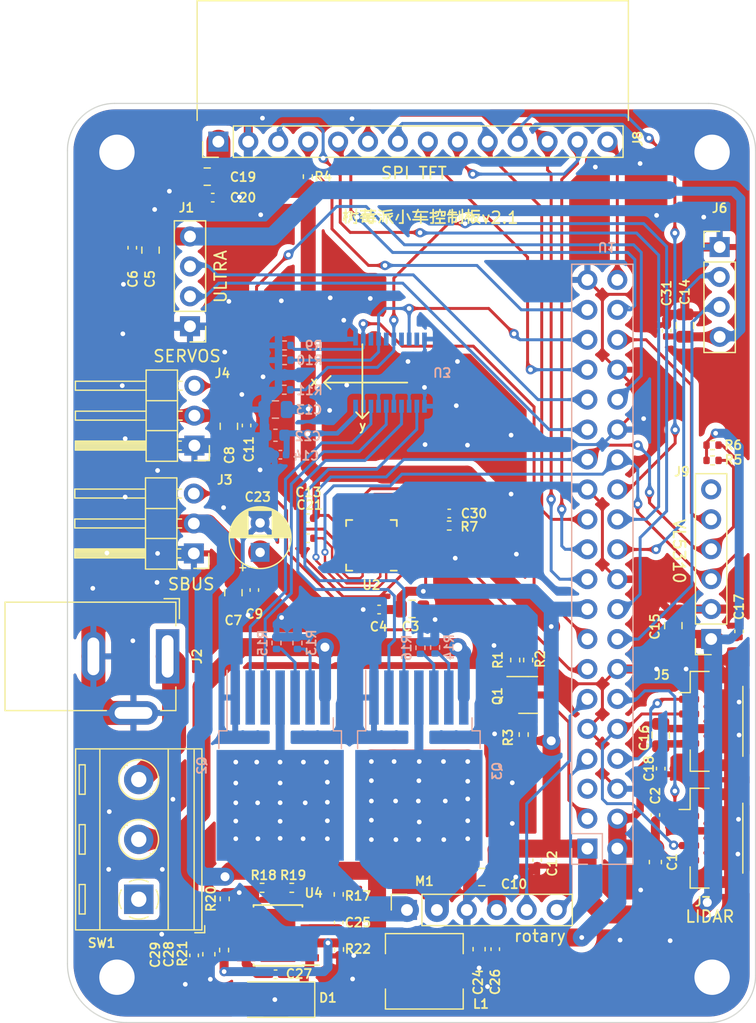
<source format=kicad_pcb>
(kicad_pcb (version 20211014) (generator pcbnew)
  (layers (0 "F.Cu" signal) (31 "B.Cu" signal) (34 "B.Paste" user) (35 "F.Paste" user) (36 "B.SilkS" user "B.Silkscreen") (37 "F.SilkS" user "F.Silkscreen") (38 "B.Mask" user) (39 "F.Mask" user) (44 "Edge.Cuts" user))
  (net 0 "")
  (net 1 "+5V")
  (net 2 "GND")
  (net 3 "+3.3V")
  (net 4 "/ECHO1")
  (net 5 "/TRIG1")
  (net 6 "/PWM11")
  (net 7 "/TXD8")
  (net 8 "/MPU_INT")
  (net 9 "Net-(J3-Pad3)")
  (net 10 "/RXD8")
  (net 11 "/L_IS")
  (net 12 "/R_IS")
  (net 13 "/LPWM")
  (net 14 "/PWM9")
  (net 15 "/RXD3")
  (net 16 "/PWM8")
  (net 17 "/SCL5")
  (net 18 "/LCD_CS")
  (net 19 "/RESET")
  (net 20 "/DC")
  (net 21 "/MOSI")
  (net 22 "/SCLK")
  (net 23 "/SDA5")
  (net 24 "/MISO")
  (net 25 "/T_CS")
  (net 26 "/T_INT")
  (net 27 "/V_INT")
  (net 29 "+12V")
  (net 30 "+BATT")
  (net 31 "/INTA")
  (net 32 "/INTB")
  (net 33 "Net-(Q1-Pad2)")
  (net 35 "/RPWM")
  (net 36 "Net-(C21-Pad1)")
  (net 37 "Net-(R7-Pad2)")
  (net 40 "/M+")
  (net 41 "/M-")
  (net 42 "Net-(Q2-Pad2)")
  (net 43 "Net-(Q2-Pad3)")
  (net 44 "Net-(Q2-Pad5)")
  (net 45 "Net-(Q3-Pad2)")
  (net 46 "Net-(Q3-Pad3)")
  (net 47 "Net-(Q3-Pad5)")
  (net 53 "Net-(C25-Pad1)")
  (net 54 "Net-(C25-Pad2)")
  (net 55 "Net-(C27-Pad1)")
  (net 56 "Net-(C27-Pad2)")
  (net 57 "Net-(R18-Pad2)")
  (net 58 "Net-(R20-Pad2)")
  (net 59 "Net-(R21-Pad2)")
  (net 60 "Net-(C30-Pad1)")
  (net 72 "/PWM3")
  (net 73 "/ECHO2")
  (net 74 "/TRIG2")
  (footprint "大魔王的封装:EAI_S4" (layer "F.Cu") (at 160.0125 112.1575)
    (fp_text reference "J5")
    (fp_text value "GPS" hide)
  )
  (footprint "Capacitor_SMD:C_0805_2012Metric" (layer "F.Cu") (at 122.3 82.4 -90)
    (fp_text reference "C8")
    (fp_text value "10uf" hide)
  )
  (footprint "Capacitor_SMD:C_0805_2012Metric" (layer "F.Cu") (at 158.95 108.6 90)
    (fp_text reference "C16")
    (fp_text value "10uf" hide)
  )
  (footprint "Resistor_SMD:R_0402_1005Metric" (layer "F.Cu") (at 121.8946 126.8476 -90)
    (fp_text reference "R21")
    (fp_text value "100K" hide)
  )
  (footprint "Resistor_SMD:R_0402_1005Metric" (layer "F.Cu") (at 141 90.825 180)
    (fp_text reference "R7")
    (fp_text value "4.7K" hide)
  )
  (footprint "Capacitor_SMD:C_0805_2012Metric" (layer "F.Cu") (at 161 73.85 -90)
    (fp_text reference "C14")
    (fp_text value "10uf" hide)
  )
  (footprint "Resistor_SMD:R_0402_1005Metric" (layer "F.Cu") (at 125.1184 121.5644)
    (fp_text reference "R18")
    (fp_text value "40.2K" hide)
  )
  (footprint "Resistor_SMD:R_0402_1005Metric" (layer "F.Cu") (at 127.635 121.5644 180)
    (fp_text reference "R19")
    (fp_text value "210K" hide)
  )
  (footprint "Capacitor_SMD:C_0603_1608Metric" (layer "F.Cu") (at 120.6 127.2 -90)
    (fp_text reference "C28")
    (fp_text value "10uF" hide)
  )
  (footprint "Capacitor_THT:CP_Radial_D5.0mm_P2.50mm" (layer "F.Cu") (at 124.95 93.1 90)
    (fp_text reference "C23")
    (fp_text value "C_Polarized_Small_US" hide)
  )
  (footprint "Resistor_SMD:R_0402_1005Metric" (layer "F.Cu") (at 131.6482 126.7968 -90)
    (fp_text reference "R22")
    (fp_text value "100K" hide)
  )
  (footprint "Resistor_SMD:R_0402_1005Metric" (layer "F.Cu") (at 146.6 102.235 -90)
    (fp_text reference "R1")
    (fp_text value "4.7K" hide)
  )
  (footprint "Capacitor_SMD:C_0402_1005Metric" (layer "F.Cu") (at 148.463 119.2022 -90)
    (fp_text reference "C12")
    (fp_text value "104" hide)
  )
  (footprint "TerminalBlock_RND:TerminalBlock_RND_205-00288_1x03_P5.08mm_Horizontal" (layer "F.Cu") (at 114.65 122.535 90)
    (fp_text reference "SW1")
    (fp_text value "SW_SPDT" hide)
  )
  (footprint "Capacitor_SMD:C_0402_1005Metric" (layer "F.Cu") (at 135.05 97.95 180)
    (fp_text reference "C4")
    (fp_text value "104" hide)
  )
  (footprint "大魔王的封装:2.4_TFT_SPI" (layer "F.Cu") (at 156.205 61.525 90)
    (fp_text reference "J8")
    (fp_text value "2.4TFT_SPI" hide)
  )
  (footprint "Resistor_SMD:R_0402_1005Metric" (layer "F.Cu") (at 147.32 108.5596 -90)
    (fp_text reference "R3")
    (fp_text value "10K" hide)
  )
  (footprint "Capacitor_SMD:C_0603_1608Metric" (layer "F.Cu") (at 143.5354 126.7714 -90)
    (fp_text reference "C24")
    (fp_text value "10uF" hide)
  )
  (footprint "Capacitor_SMD:C_0402_1005Metric" (layer "F.Cu") (at 131.6228 124.5108 -90)
    (fp_text reference "C25")
    (fp_text value "100pF" hide)
  )
  (footprint "Sensor_Motion:InvenSense_QFN-24_4x4mm_P0.5mm" (layer "F.Cu") (at 134.4 92.5 180)
    (fp_text reference "U2")
    (fp_text value "MPU-6050" hide)
  )
  (footprint "Capacitor_SMD:C_0402_1005Metric" (layer "F.Cu") (at 158.496 115.384 90)
    (fp_text reference "C2")
    (fp_text value "104" hide)
  )
  (footprint "Capacitor_SMD:C_0402_1005Metric" (layer "F.Cu") (at 114.1 67.25 -90)
    (fp_text reference "C6")
    (fp_text value "104" hide)
  )
  (footprint "Capacitor_SMD:C_0603_1608Metric" (layer "F.Cu") (at 158.496 119.38 -90)
    (fp_text reference "C1")
    (fp_text value "10uf" hide)
  )
  (footprint "Resistor_SMD:R_0402_1005Metric" (layer "F.Cu") (at 131.6228 122.1232 -90)
    (fp_text reference "R17")
    (fp_text value "100K" hide)
  )
  (footprint "Capacitor_SMD:C_0805_2012Metric" (layer "F.Cu") (at 122.682 96.52 -90)
    (fp_text reference "C7")
    (fp_text value "10uf" hide)
  )
  (footprint "Capacitor_SMD:C_0402_1005Metric" (layer "F.Cu") (at 124.46 96.294 -90)
    (fp_text reference "C9")
    (fp_text value "104" hide)
  )
  (footprint "Capacitor_SMD:C_0402_1005Metric" (layer "F.Cu") (at 123.8 82.33 -90)
    (fp_text reference "C11")
    (fp_text value "104" hide)
  )
  (footprint "Capacitor_SMD:C_0402_1005Metric" (layer "F.Cu") (at 129 90.2)
    (fp_text reference "C13")
    (fp_text value "104" hide)
  )
  (footprint "大魔王的封装:SBUS" (layer "F.Cu") (at 118.985 77.1875 180)
    (fp_text reference "J4")
    (fp_text value "舵机接口" hide)
  )
  (footprint "大魔王的封装:HDR1x06_2.54mm" (layer "F.Cu") (at 144.244 124.234 90)
    (fp_text reference "M1")
    (fp_text value "带码盘电机" hide)
  )
  (footprint "Capacitor_SMD:C_0402_1005Metric" (layer "F.Cu") (at 129 91.9 180)
    (fp_text reference "C21")
    (fp_text value "2200pf" hide)
  )
  (footprint "Resistor_SMD:R_0402_1005Metric" (layer "F.Cu") (at 147.7 102.235 90)
    (fp_text reference "R2")
    (fp_text value "10K" hide)
  )
  (footprint "Capacitor_SMD:C_0402_1005Metric" (layer "F.Cu") (at 119.35 127.3 90)
    (fp_text reference "C29")
    (fp_text value "100nF" hide)
  )
  (footprint "Capacitor_SMD:C_0402_1005Metric" (layer "F.Cu") (at 144.907 126.7714 -90)
    (fp_text reference "C26")
    (fp_text value "100nF" hide)
  )
  (footprint "Capacitor_SMD:C_0402_1005Metric" (layer "F.Cu") (at 158.95 111.45 -90)
    (fp_text reference "C18")
    (fp_text value "104" hide)
  )
  (footprint "大魔王的封装:SBUS" (layer "F.Cu") (at 118.935 86.3375 180)
    (fp_text reference "J3")
    (fp_text value "sbus" hide)
  )
  (footprint "Resistor_SMD:R_0402_1005Metric" (layer "F.Cu") (at 163.3474 85.2932)
    (fp_text reference "R5")
    (fp_text value "4.7K" hide)
  )
  (footprint "Capacitor_SMD:C_0402_1005Metric" (layer "F.Cu") (at 126.2634 128.9 180)
    (fp_text reference "C27")
    (fp_text value "100nF" hide)
  )
  (footprint "Inductor_SMD:L_6.3x6.3_H3" (layer "F.Cu") (at 138.8872 128.651)
    (fp_text reference "L1")
    (fp_text value "4.7uH" hide)
  )
  (footprint "大魔王的封装:EAI_S4" (layer "F.Cu") (at 160.0075 122.0724)
    (fp_text reference "J7")
    (fp_text value "EAI_S4" hide)
  )
  (footprint "Housings_SOIC:HTSOP-8-1EP_3.9x4.9mm_Pitch1.27mm_LargeCopper" (layer "F.Cu") (at 126.4666 125.603 180)
    (fp_text reference "U4")
    (fp_text value "MP1584EN" hide)
  )
  (footprint "Connector_BarrelJack:BarrelJack_GCT_DCJ200-10-A_Horizontal" (layer "F.Cu") (at 117.1 101.925 -90)
    (fp_text reference "J2")
    (fp_text value "Barrel_Jack_Switch_Pin3Ring" hide)
  )
  (footprint "Capacitor_SMD:C_0805_2012Metric" (layer "F.Cu") (at 115.65 67.45 -90)
    (fp_text reference "C5")
    (fp_text value "10uf" hide)
  )
  (footprint "Capacitor_SMD:C_0805_2012Metric" (layer "F.Cu") (at 137.85 97.9)
    (fp_text reference "C3")
    (fp_text value "10uf" hide)
  )
  (footprint "Capacitor_SMD:C_0402_1005Metric" (layer "F.Cu") (at 159.45 74.3 -90)
    (fp_text reference "C31")
    (fp_text value "104" hide)
  )
  (footprint "Capacitor_SMD:C_0402_1005Metric" (layer "F.Cu") (at 165.6 99.8 90)
    (fp_text reference "C17")
    (fp_text value "104" hide)
  )
  (footprint "大魔王的封装:HDR1x04_2.54mm" (layer "F.Cu") (at 119.74 64.5125 180)
    (fp_text reference "J1")
    (fp_text value "超声波接口" hide)
  )
  (footprint "Capacitor_SMD:C_0805_2012Metric" (layer "F.Cu") (at 160.02 99.314 90)
    (fp_text reference "C15")
    (fp_text value "10uf" hide)
  )
  (footprint "Capacitor_SMD:C_0805_2012Metric" (layer "F.Cu") (at 120.462 61.214 180)
    (fp_text reference "C19")
    (fp_text value "10uf" hide)
  )
  (footprint "Capacitor_SMD:C_0805_2012Metric" (layer "F.Cu") (at 143.764 120.65 180)
    (fp_text reference "C10")
    (fp_text value "10uf" hide)
  )
  (footprint "Resistor_SMD:R_0402_1005Metric" (layer "F.Cu") (at 121.9454 122.5042 -90)
    (fp_text reference "R20")
    (fp_text value "100K" hide)
  )
  (footprint "Resistor_SMD:R_0402_1005Metric" (layer "F.Cu") (at 163.3454 83.9978)
    (fp_text reference "R6")
    (fp_text value "4.7K" hide)
  )
  (footprint "大魔王的封装:HDR1x06_2.54mm" (layer "F.Cu") (at 164.02 93.62 180)
    (fp_text reference "J9")
    (fp_text value "VL53L0" hide)
  )
  (footprint "Resistor_SMD:R_0402_1005Metric" (layer "F.Cu") (at 129 61.214 -90)
    (fp_text reference "R4")
    (fp_text value "10K" hide)
  )
  (footprint "大魔王的封装:HDR1x04_2.54mm" (layer "F.Cu") (at 163.21 76.5875)
    (fp_text reference "J6")
    (fp_text value "超声波接口" hide)
  )
  (footprint "Capacitor_SMD:C_0402_1005Metric" (layer "F.Cu") (at 120.932 62.996 180)
    (fp_text reference "C20")
    (fp_text value "104" hide)
  )
  (footprint "大魔王的封装:s8050" (layer "F.Cu") (at 147.35 105.63)
    (fp_text reference "Q1")
    (fp_text value "S8050" hide)
  )
  (footprint "Capacitor_SMD:C_0402_1005Metric" (layer "F.Cu") (at 141 89.8)
    (fp_text reference "C30")
    (fp_text value "104" hide)
  )
  (footprint "Diode_SMD:D_MELF" (layer "F.Cu") (at 126.2888 131.05 180)
    (fp_text reference "D1")
    (fp_text value "D" hide)
  )
  (footprint "Resistor_SMD:R_0402_1005Metric" (layer "B.Cu") (at 139.8016 101.1682 -90)
    (fp_text reference "R14")
    (fp_text value "1K" hide)
  )
  (footprint "Resistor_SMD:R_0402_1005Metric" (layer "B.Cu") (at 127 79.2988)
    (fp_text reference "R11")
    (fp_text value "1K" hide)
  )
  (footprint "Package_TO_SOT_SMD:TO-263-7_TabPin8" (layer "B.Cu") (at 138.4236 111.191 -90)
    (fp_text reference "Q3")
    (fp_text value "BTN8982TA" hide)
  )
  (footprint "Resistor_SMD:R_0402_1005Metric" (layer "B.Cu") (at 127.0234 75.5396)
    (fp_text reference "R9")
    (fp_text value "1K" hide)
  )
  (footprint "Package_TO_SOT_SMD:TO-263-7_TabPin8" (layer "B.Cu") (at 126.6508 111.191 -90)
    (fp_text reference "Q2")
    (fp_text value "BTN8982TA" hide)
  )
  (footprint "Resistor_SMD:R_0402_1005Metric" (layer "B.Cu") (at 138.557 101.1936 -90)
    (fp_text reference "R16")
    (fp_text value "1K" hide)
  )
  (footprint "Capacitor_SMD:C_0603_1608Metric" (layer "B.Cu") (at 126.2532 83.1596)
    (fp_text reference "C22")
    (fp_text value "10uf" hide)
  )
  (footprint "Resistor_SMD:R_0402_1005Metric" (layer "B.Cu") (at 128.1176 100.7872 -90)
    (fp_text reference "R13")
    (fp_text value "1K" hide)
  )
  (footprint "大魔王的封装:HEARD2x40" (layer "B.Cu") (at 154.535 68.1875)
    (fp_text reference "U1")
    (fp_text value "树莓派接口" hide)
  )
  (footprint "Capacitor_SMD:C_0805_2012Metric" (layer "B.Cu") (at 126.2532 80.9752 180)
    (fp_text reference "C13")
    (fp_text value "10uf" hide)
  )
  (footprint "大魔王的封装:74AHC244" (layer "B.Cu") (at 135.7 78.3)
    (fp_text reference "U3")
    (fp_text value "74AHC244" hide)
  )
  (footprint "Resistor_SMD:R_0402_1005Metric" (layer "B.Cu") (at 126.3396 100.7872 -90)
    (fp_text reference "R15")
    (fp_text value "1K" hide)
  )
  (footprint "Capacitor_SMD:C_0402_1005Metric" (layer "B.Cu") (at 126.6724 84.8106 180)
    (fp_text reference "C14")
    (fp_text value "104" hide)
  )
  (footprint "Resistor_SMD:R_0402_1005Metric" (layer "B.Cu") (at 127.0254 76.7842)
    (fp_text reference "R10")
    (fp_text value "1K" hide)
  )
  (gr_line (start 130.3782 78.6892) (end 130.937 79.248) (layer "F.SilkS") (width 0.15))
  (gr_line (start 133.6294 75.438) (end 133.6294 81.7372) (layer "F.SilkS") (width 0.15))
  (gr_line (start 130.3782 78.6892) (end 130.937 78.1304) (layer "F.SilkS") (width 0.15))
  (gr_line (start 137.4394 78.6892) (end 130.3782 78.6892) (layer "F.SilkS") (width 0.15))
  (gr_line (start 133.6294 81.7372) (end 134.1628 81.2038) (layer "F.SilkS") (width 0.15))
  (gr_line (start 133.6294 81.7372) (end 133.096 81.2038) (layer "F.SilkS") (width 0.15))
  (gr_line (start 108.6 128) (end 108.6 59) (layer "Edge.Cuts") (width 0.1))
  (gr_line (start 167 59) (end 167 129) (layer "Edge.Cuts") (width 0.1))
  (gr_arc (start 113.6 133) (mid 110.064466 131.535534) (end 108.6 128) (layer "Edge.Cuts") (width 0.1))
  (gr_arc (start 167 129) (mid 165.828427 131.828427) (end 163 133) (layer "Edge.Cuts") (width 0.1))
  (gr_line (start 163 133) (end 113.6 133) (layer "Edge.Cuts") (width 0.1))
  (gr_arc (start 108.6 59) (mid 109.771573 56.171573) (end 112.6 55) (layer "Edge.Cuts") (width 0.1))
  (gr_line (start 112.6 55) (end 163 55) (layer "Edge.Cuts") (width 0.1))
  (gr_arc (start 163 55) (mid 165.828427 56.171573) (end 167 59) (layer "Edge.Cuts") (width 0.1))
  (gr_text "VL5310" (at 160.5 93 270) (layer "F.SilkS") (effects (font (size 1 1))))
  (gr_text "SBUS" (at 119.1 95.8) (layer "F.SilkS") (effects (font (size 1 1))))
  (gr_text "SPI TFT" (at 138 60.9092) (layer "F.SilkS") (effects (font (size 1 1))))
  (gr_text "SERVOS" (at 118.75 76.45) (layer "F.SilkS") (effects (font (size 1 1))))
  (gr_text "x" (at 129.54 78.5876) (layer "F.SilkS") (effects (font (size 0.762 0.762))))
  (gr_text "LIDAR" (at 163.1188 124.0028) (layer "F.SilkS") (effects (font (size 1 1))))
  (gr_text "树莓派小车控制板v2.1" (at 139.4 64.7) (layer "F.SilkS") (effects (font (size 1 1))))
  (gr_text "rotary" (at 148.7 125.65) (layer "F.SilkS") (effects (font (size 1 1))))
  (gr_text "y" (at 133.6548 82.3468) (layer "F.SilkS") (effects (font (size 0.762 0.762))))
  (gr_text "ULTRA" (at 121.6 69.7 90) (layer "F.SilkS") (effects (font (size 1 1))))
  (segment (start 155.265 118.2375) (end 155.265 115.6975) (width 1.524) (layer "F.Cu") (net 1))
  (segment (start 128.145 120.1166) (end 134.874 120.1166) (width 1.524) (layer "F.Cu") (net 1))
  (segment (start 124.46 95.814) (end 122.926 95.814) (width 0.762) (layer "F.Cu") (net 1))
  (segment (start 136.1372 128.651) (end 137.7188 128.651) (width 1.524) (layer "F.Cu") (net 1))
  (segment (start 119.325 90.6475) (end 120.527081 90.6475) (width 1.524) (layer "F.Cu") (net 1))
  (segment (start 161.3575 119.2274) (end 159.5474 119.2274) (width 0.762) (layer "F.Cu") (net 1))
  (segment (start 123.4 81.45) (end 122.3 81.45) (width 0.635) (layer "F.Cu") (net 1))
  (segment (start 160.98 74.78) (end 161 74.8) (width 0.25) (layer "F.Cu") (net 1))
  (segment (start 156.5025 115.6975) (end 155.265 115.6975) (width 0.635) (layer "F.Cu") (net 1))
  (segment (start 140.589 125.7808) (end 152.2476 125.7808) (width 1.524) (layer "F.Cu") (net 1))
  (segment (start 122.926 95.814) (end 122.682 95.57) (width 0.25) (layer "F.Cu") (net 1))
  (segment (start 122.682 92.802419) (end 122.682 95.57) (width 1.524) (layer "F.Cu") (net 1))
  (segment (start 159.15 109.35) (end 158.95 109.55) (width 0.635) (layer "F.Cu") (net 1))
  (segment (start 123.8 81.85) (end 123.4 81.45) (width 0.635) (layer "F.Cu") (net 1))
  (segment (start 128.145 120.1166) (end 122.483041 120.1166) (width 1.524) (layer "F.Cu") (net 1))
  (segment (start 121.975041 120.594959) (end 122.428 120.142) (width 0.762) (layer "F.Cu") (net 1))
  (segment (start 134.874 128.27) (end 135.255 128.651) (width 1.524) (layer "F.Cu") (net 1))
  (segment (start 119.375 81.4975) (end 122.2525 81.4975) (width 1.016) (layer "F.Cu") (net 1))
  (segment (start 119 66.2925) (end 111.2 66.2925) (width 1.524) (layer "F.Cu") (net 1))
  (segment (start 157.2 111.5) (end 157.2 115) (width 0.635) (layer "F.Cu") (net 1))
  (segment (start 157.2 115) (end 156.5025 115.6975) (width 0.635) (layer "F.Cu") (net 1))
  (segment (start 137.7188 128.651) (end 140.589 125.7808) (width 1.524) (layer "F.Cu") (net 1))
  (segment (start 120.527081 90.6475) (end 122.682 92.802419) (width 1.524) (layer "F.Cu") (net 1))
  (segment (start 161.3625 109.3125) (end 161.325 109.35) (width 0.25) (layer "F.Cu") (net 1))
  (segment (start 111.2525 81.4975) (end 111.2 81.55) (width 1.016) (layer "F.Cu") (net 1))
  (segment (start 159.45 74.78) (end 160.98 74.78) (width 0.508) (layer "F.Cu") (net 1))
  (segment (start 111.2 81.55) (end 111.2 90.6475) (width 1.524) (layer "F.Cu") (net 1))
  (segment (start 111.2 90.6475) (end 119.325 90.6475) (width 1.524) (layer "F.Cu") (net 1))
  (segment (start 158.4345 118.2375) (end 158.496 118.176) (width 1.524) (layer "F.Cu") (net 1))
  (segment (start 158.95 110.97) (end 157.73 110.97) (width 0.635) (layer "F.Cu") (net 1))
  (segment (start 119.375 81.4975) (end 111.2525 81.4975) (width 1.016) (layer "F.Cu") (net 1))
  (segment (start 159.5474 119.2274) (end 158.496 118.176) (width 0.762) (layer "F.Cu") (net 1))
  (segment (start 122.2525 81.4975) (end 122.3 81.45) (width 0.25) (layer "F.Cu") (net 1))
  (segment (start 158.95 110.97) (end 158.95 109.55) (width 0.635) (layer "F.Cu") (net 1))
  (segment (start 121.975041 120.6246) (end 121.975041 120.594959) (width 0.762) (layer "F.Cu") (net 1))
  (segment (start 128.145 121.5644) (end 128.145 120.1166) (width 0.762) (layer "F.Cu") (net 1))
  (segment (start 134.874 120.1166) (end 134.874 128.27) (width 1.524) (layer "F.Cu") (net 1))
  (segment (start 135.255 128.651) (end 136.1372 128.651) (width 1.524) (layer "F.Cu") (net 1))
  (segment (start 161.325 109.35) (end 159.15 109.35) (width 0.635) (layer "F.Cu") (net 1))
  (segment (start 163.95 74.8075) (end 161.1425 74.8075) (width 0.762) (layer "F.Cu") (net 1))
  (segment (start 122.483041 120.1166) (end 121.975041 120.6246) (width 1.524) (layer "F.Cu") (net 1))
  (segment (start 111.2 66.2925) (end 111.2 81.55) (width 1.524) (layer "F.Cu") (net 1))
  (segment (start 157.73 110.97) (end 157.2 111.5) (width 0.635) (layer "F.Cu") (net 1))
  (segment (start 158.496 115.864) (end 158.496 118.176) (width 0.762) (layer "F.Cu") (net 1))
  (segment (start 155.265 118.2375) (end 158.4345 118.2375) (width 1.524) (layer "F.Cu") (net 1))
  (via (at 152.2476 125.7808) (size 0.8) (drill 0.4) (layers "F.Cu" "B.Cu") (net 1))
  (via (at 121.975041 120.6246) (size 1.524) (drill 0.762) (layers "F.Cu" "B.Cu") (net 1))
  (segment (start 165.1425 74.8075) (end 165.75 74.2) (width 0.762) (layer "B.Cu") (net 1))
  (segment (start 165.75 63.1) (end 165.1 62.45) (width 0.762) (layer "B.Cu") (net 1))
  (segment (start 155.265 122.7634) (end 155.265 118.2375) (width 1.524) (layer "B.Cu") (net 1))
  (segment (start 163.95 74.8075) (end 165.1425 74.8075) (width 0.762) (layer "B.Cu") (net 1))
  (segment (start 129.938 62.362) (end 159.638 62.362) (width 1.524) (layer "B.Cu") (net 1))
  (segment (start 119.5 120.0334) (end 120.0912 120.6246) (width 1.524) (layer "B.Cu") (net 1))
  (segment (start 122.04 92.2785) (end 122.04 94.4465) (width 1.524) (layer "B.Cu") (net 1))
  (segment (start 165.1 62.45) (end 159.726 62.45) (width 0.762) (layer "B.Cu") (net 1))
  (segment (start 159.726 62.45) (end 159.638 62.362) (width 0.762) (layer "B.Cu") (net 1))
  (segment (start 120.15 96.3365) (end 120.15 108.1) (width 1.524) (layer "B.Cu") (net 1))
  (segment (start 119.325 90.6475) (end 120.409 90.6475) (width 1.524) (layer "B.Cu") (net 1))
  (segment (start 152.2476 125.7808) (end 155.265 122.7634) (width 1.524) (layer "B.Cu") (net 1))
  (segment (start 122.04 94.4465) (end 120.15 96.3365) (width 1.524) (layer "B.Cu") (net 1))
  (segment (start 126.0075 66.2925) (end 129.938 62.362) (width 1.524) (layer "B.Cu") (net 1))
  (segment (start 119 66.2925) (end 126.0075 66.2925) (width 1.524) (layer "B.Cu") (net 1))
  (segment (start 120.409 90.6475) (end 122.04 92.2785) (width 1.524) (layer "B.Cu") (net 1))
  (segment (start 165.75 74.2) (end 165.75 63.1) (width 0.762) (layer "B.Cu") (net 1))
  (segment (start 120.15 108.1) (end 119.5 108.75) (width 1.524) (layer "B.Cu") (net 1))
  (segment (start 119.5 108.75) (end 119.5 120.0334) (width 1.524) (layer "B.Cu") (net 1))
  (segment (start 120.0912 120.6246) (end 121.975041 120.6246) (width 1.524) (layer "B.Cu") (net 1))
  (segment (start 158.496 120.33) (end 158.496 121.0774) (width 0.762) (layer "F.Cu") (net 2))
  (segment (start 123.55 83.4) (end 122.35 83.4) (width 0.635) (layer "F.Cu") (net 2))
  (segment (start 123.8 83.15) (end 123.55 83.4) (width 0.635) (layer "F.Cu") (net 2))
  (segment (start 160.1 128.4) (end 164.7075 123.7925) (width 0.635) (layer "F.Cu") (net 2))
  (segment (start 158.6025 102.9975) (end 157.6525 102.9975) (width 0.762) (layer "F.Cu") (net 2))
  (segment (start 110.8 101.925) (end 110.8 105.475) (width 2.032) (layer "F.Cu") (net 2))
  (segment (start 131.5 93.525) (end 131.725 93.75) (width 0.25) (layer "F.Cu") (net 2))
  (segment (start 161.3625 108.0625) (end 164.7125 108.0625) (width 0.762) (layer "F.Cu") (net 2))
  (segment (start 155.265 82.6775) (end 156.8 81.1425) (width 0.25) (layer "F.Cu") (net 2))
  (segment (start 120.7262 129.3238) (end 120.7262 130.8762) (width 0.762) (layer "F.Cu") (net 2))
  (segment (start 164.7125 103.7125) (end 163.9975 102.9975) (width 0.762) (layer "F.Cu") (net 2))
  (segment (start 163.9975 102.9975) (end 161.1025 102.9975) (width 0.762) (layer "F.Cu") (net 2))
  (segment (start 133.086396 97.95) (end 133.7 97.95) (width 0.25) (layer "F.Cu") (net 2))
  (segment (start 119.375 84.0375) (end 121.6125 84.0375) (width 0.762) (layer "F.Cu") (net 2))
  (segment (start 123.8 82.81) (end 123.8 83.15) (width 0.635) (layer "F.Cu") (net 2))
  (segment (start 146.25 83.15) (end 146.25 88.15) (width 0.762) (layer "F.Cu") (net 2))
  (segment (start 161.35 108.05) (end 159.35 108.05) (width 0.635) (layer "F.Cu") (net 2))
  (segment (start 154 104.2625) (end 155.265 102.9975) (width 0.25) (layer "F.Cu") (net 2))
  (segment (start 119.0752 56.7944) (end 119.0752 60.7872) (width 0.762) (layer "F.Cu") (net 2))
  (segment (start 119.507 62.0522) (end 119.507 61.219) (width 0.762) (layer "F.Cu") (net 2))
  (segment (start 159.227 114.904) (end 159.639 115.316) (width 0.635) (layer "F.Cu") (net 2))
  (segment (start 121.6125 84.0375) (end 122.3 83.35) (width 0.762) (layer "F.Cu") (net 2))
  (segment (start 141.51 91.73) (end 141.51 92.8) (width 0.25) (layer "F.Cu") (net 2))
  (segment (start 164.7075 123.7925) (end 164.7075 121.0774) (width 0.635) (layer "F.Cu") (net 2))
  (segment (start 133.65 90.55) (end 133.65 89.175) (width 0.25) (layer "F.Cu") (net 2))
  (segment (start 120.7262 129.3238) (end 120.7262 128.1012) (width 0.762) (layer "F.Cu") (net 2))
  (segment (start 145.45 106.15) (end 146.5625 106.15) (width 0.381) (layer "F.Cu") (net 2))
  (segment (start 130.35 91.125) (end 131.5 92.275) (width 0.25) (layer "F.Cu") (net 2))
  (segment (start 159.639 116.3828) (end 159.9836 116.7274) (width 0.635) (layer "F.Cu") (net 2))
  (segment (start 147.4952 120.65) (end 146.65 120.65) (width 0.635) (layer "F.Cu") (net 2))
  (segment (start 134.57 97.405) (end 134.57 97.95) (width 0.25) (layer "F.Cu") (net 2))
  (segment (start 165.6 99.32) (end 165.6 98.3154) (width 0.762) (layer "F.Cu") (net 2))
  (segment (start 119.0752 60.7872) (end 119.507 61.219) (width 0.762) (layer "F.Cu") (net 2))
  (segment (start 157.55 71.2) (end 159.45 73.1) (width 0.25) (layer "F.Cu") (net 2))
  (segment (start 137.125 94.85) (end 134.57 97.405) (width 0.25) (layer "F.Cu") (net 2))
  (segment (start 132.8928 121.6132) (end 132.8928 127.0254) (width 0.762) (layer "F.Cu") (net 2))
  (segment (start 114.4 68.4) (end 115.65 68.4) (width 0.762) (layer "F.Cu") (net 2))
  (segment (start 131.5 92.275) (end 131.5 93.525) (width 0.25) (layer "F.Cu") (net 2))
  (segment (start 164.7125 111.1625) (end 164.7125 108.0625) (width 0.762) (layer "F.Cu") (net 2))
  (segment (start 158.496 121.0774) (end 164.7075 121.0774) (width 0.762) (layer "F.Cu") (net 2))
  (segment (start 156.8 81.1425) (end 156.8 79.1325) (width 0.25) (layer "F.Cu") (net 2))
  (segment (start 152.725 108.0775) (end 154 106.8025) (width 0.25) (layer "F.Cu") (net 2))
  (segment (start 152.725 87.7575) (end 154 89.0325) (width 0.25) (layer "F.Cu") (net 2))
  (segment (start 123.8888 131.05) (end 123.8388 131.1) (width 2.032) (layer "F.Cu") (net 2))
  (segment (start 110.8 99.45) (end 112.26 97.99) (width 2.032) (layer "F.Cu") (net 2))
  (segment (start 133.65 89.175) (end 134.65 88.175) (width 0.25) (layer "F.Cu") (net 2))
  (segment (start 114.1 67.73) (end 114.1 68.1) (width 0.508) (layer "F.Cu") (net 2))
  (segment (start 128.52 91.9) (end 128.52 93.383604) (width 0.25) (layer "F.Cu") (net 2))
  (segment (start 142.494 123.444) (end 142.494 120.97) (width 0.635) (layer "F.Cu") (net 2))
  (segment (start 160.474 97.91) (end 163.23 97.91) (width 0.762) (layer "F.Cu") (net 2))
  (segment (start 141.51 97.9) (end 139.95 97.9) (width 0.762) (layer "F.Cu") (net 2))
  (segment (start 159.45 73.1) (end 159.45 73.82) (width 0.25) (layer "F.Cu") (net 2))
  (segment (start 131.725 93.75) (end 132.45 93.75) (width 0.25) (layer "F.Cu") (net 2))
  (segment (start 159.9836 116.7274) (end 161.3575 116.7274) (width 0.635) (layer "F.Cu") (net 2))
  (segment (start 157.6525 99.2975) (end 157.6525 102.9975) (width 0.635) (layer "F.Cu") (net 2))
  (segment (start 147.7 101.725) (end 148.175 101.725) (width 0.25) (layer "F.Cu") (net 2))
  (segment (start 154.0002 109.3527) (end 152.725 108.0775) (width 0.25) (layer "F.Cu") (net 2))
  (segment (start 117.2125 73.9125) (end 115.65 72.35) (width 0.635) (layer "F.Cu") (net 2))
  (segment (start 154 71.2525) (end 154 76.3325) (width 0.25) (layer "F.Cu") (net 2))
  (segment (start 161.1025 102.9975) (end 158.6025 102.9975) (width 0.762) (layer "F.Cu") (net 2))
  (segment (start 161.3625 108.0625) (end 161.35 108.05) (width 0.25) (layer "F.Cu") (net 2))
  (segment (start 115.65 72.35) (end 115.65 68.4) (width 0.635) (layer "F.Cu") (net 2))
  (segment (start 122.35 83.4) (end 122.3 83.35) (width 0.25) (layer "F.Cu") (net 2))
  (segment (start 144.8 105.5) (end 145.45 106.15) (width 0.381) (layer "F.Cu") (net 2))
  (segment (start 132.05 76.45) (end 132.05 73.4) (width 0.762) (layer "F.Cu") (net 2))
  (segment (start 126.1332 97.99) (end 126.7714 98.6282) (width 2.032) (layer "F.Cu") (net 2))
  (segment (start 164.7125 108.0625) (end 164.7125 103.7125) (width 0.762) (layer "F.Cu") (net 2))
  (segment (start 154 76.3325) (end 155.265 77.5975) (width 0.25) (layer "F.Cu") (net 2))
  (segment (start 156.8 79.1325) (end 155.265 77.5975) (width 0.25) (layer "F.Cu") (net 2))
  (segment (start 120.405 127.78) (end 120.6 127.975) (width 0.25) (layer "F.Cu") (net 2))
  (segment (start 161 68.25) (end 161 73.05) (width 0.762) (layer "F.Cu") (net 2))
  (segment (start 146.5625 105.872986) (end 149.325 103.110486) (width 0.381) (layer "F.Cu") (net 2))
  (segment (start 164.7075 121.0774) (end 164.7075 116.7425) (width 0.762) (layer "F.Cu") (net 2))
  (segment (start 128.52 91.9) (end 128.52 90.2) (width 0.635) (layer "F.Cu") (net 2))
  (segment (start 138.9 79.1) (end 142.2 79.1) (width 0.762) (layer "F.Cu") (net 2))
  (segment (start 119.507 62.5856) (end 119.9174 62.996) (width 0.762) (layer "F.Cu") (net 2))
  (segment (start 143.5354 128.3646) (end 143.5354 127.2514) (width 0.762) (layer "F.Cu") (net 2))
  (segment (start 165.1946 97.91) (end 163.23 97.91) (width 0.762) (layer "F.Cu") (net 2))
  (segment (start 159.35 108.05) (end 158.95 107.65) (width 0.635) (layer "F.Cu") (net 2))
  (segment (start 137.125 93.925) (end 137.125 94.85) (width 0.25) (layer "F.Cu") (net 2))
  (segment (start 119.4816 56.388) (end 119.0752 56.7944) (width 0.762) (layer "F.Cu") (net 2))
  (segment (start 150.7 104.25) (end 153.9875 104.25) (width 0.25) (layer "F.Cu") (net 2))
  (segment (start 138.8 97.9) (end 138.9 97.9) (width 0.25) (layer "F.Cu") (net 2))
  (segment (start 132.8928 127.3068) (end 131.6482 127.3068) (width 0.762) (layer "F.Cu") (net 2))
  (segment (start 128.575 91.125) (end 130.35 91.125) (width 0.25) (layer "F.Cu") (net 2))
  (segment (start 165.6 98.3154) (end 165.1946 97.91) (width 0.762) (layer "F.Cu") (net 2))
  (segment (start 158.496 112.384) (end 158.95 111.93) (width 0.635) (layer "F.Cu") (net 2))
  (segment (start 136.35 93.75) (end 136.95 93.75) (width 0.25) (layer "F.Cu") (net 2))
  (segment (start 119.507 62.0522) (end 119.507 62.5856) (width 0.762) (layer "F.Cu") (net 2))
  (segment (start 162.0625 67.1875) (end 161 68.25) (width 0.762) (layer "F.Cu") (net 2))
  (segment (start 128.52 91.18) (end 128.575 91.125) (width 0.25) (layer "F.Cu") (net 2))
  (segment (start 160.02 98.364) (end 158.586 98.364) (width 0.635) (layer "F.Cu") (net 2))
  (segment (start 154.0002 111.8927) (end 154.0002 109.3527) (width 0.25) (layer "F.Cu") (net 2))
  (segment (start 160.02 98.364) (end 160.474 97.91) (width 0.762) (layer "F.Cu") (net 2))
  (segment (start 120.452 62.996) (end 119.9174 62.996) (width 0.635) (layer "F.Cu") (net 2))
  (segment (start 133.7 97.95) (end 134.57 97.95) (width 0.508) (layer "F.Cu") (net 2))
  (segment (start 119.507 61.219) (end 119.512 61.214) (width 0.25) (layer "F.Cu") (net 2))
  (segment (start 143.5708 128.4) (end 160.1 128.4) (width 0.635) (layer "F.Cu") (net 2))
  (segment (start 141.48 89.205) (end 141.48 91.7) (width 0.25) (layer "F.Cu") (net 2))
  (segment (start 112.26 97.99) (end 126.1332 97.99) (width 2.032) (layer "F.Cu") (net 2))
  (segment (start 125.0875 84.0375) (end 119.375 84.0375) (width 0.635) (layer "F.Cu") (net 2))
  (segment (start 158.586 98.364) (end 157.6525 99.2975) (width 0.635) (layer "F.Cu") (net 2))
  (segment (start 163.95 67.1875) (end 162.0625 67.1875) (width 0.762) (layer "F.Cu") (net 2))
  (segment (start 142.494 120.97) (end 142.814 120.65) (width 0.635) (layer "F.Cu") (net 2))
  (segment (start 157.6525 102.9975) (end 155.265 102.9975) (width 0.762) (layer "F.Cu") (net 2))
  (segment (start 124.6084 121.5644) (end 124.202 121.9708) (width 0.762) (layer "F.Cu") (net 2))
  (segment (start 128.52 87.47) (end 125.0875 84.0375) (width 0.635) (layer "F.Cu") (net 2))
  (segment (start 153.9475 71.2) (end 157.55 71.2) (width 0.25) (layer "F.Cu") (net 2))
  (segment (start 159.639 115.316) (end 159.639 116.3828) (width 0.635) (layer "F.Cu") (net 2))
  (segment (start 124.202 121.9708) (end 123.1792 121.9708) (width 0.762) (layer "F.Cu") (net 2))
  (segment (start 120.7262 128.1012) (end 120.6 127.975) (width 0.762) (layer "F.Cu") (net 2))
  (segment (start 141.48 91.7) (end 141.51 91.73) (width 0.25) (layer "F.Cu") (net 2))
  (segment (start 132.8928 127.0254) (end 132.8928 127.2032) (width 0.762) (layer "F.Cu") (net 2))
  (segment (start 136.95 93.75) (end 137.125 93.925) (width 0.25) (layer "F.Cu") (net 2))
  (segment (start 123.9012 56.388) (end 119.4816 56.388) (width 0.762) (layer "F.Cu") (net 2))
  (segment (start 158.496 114.904) (end 159.227 114.904) (width 0.635) (layer "F.Cu") (net 2))
  (segment (start 138.9 97.9) (end 139.8 98.8) (width 0.762) (layer "F.Cu") (net 2))
  (segment (start 128.52 93.383604) (end 133.086396 97.95) (width 0.25) (layer "F.Cu") (net 2))
  (segment (start 112.05 106.725) (end 114.2 106.725) (width 2.032) (layer "F.Cu") (net 2))
  (segment (start 123.7666 123.698) (end 123.7666 121.9708) (width 0.762) (layer "F.Cu") (net 2))
  (segment (start 148.175 101.725) (end 149.325 102.875) (width 0.25) (layer "F.Cu") (net 2))
  (segment (start 159.45 73.3) (end 159.45 73.82) (width 0.762) (layer "F.Cu") (net 2))
  (segment (start 159.85 72.9) (end 159.45 73.3) (width 0.762) (layer "F.Cu") (net 2))
  (segment (start 123.945 58.245) (end 123.945 56.4318) (width 0.762) (layer "F.Cu") (net 2))
  (segment (start 161.3575 116.7274) (end 164.6924 116.7274) (width 0.635) (layer "F.Cu") (net 2))
  (segment (start 128.52 91.9) (end 128.52 91.18) (width 0.25) (layer "F.Cu") (net 2))
  (segment (start 140.45 88.175) (end 141.48 89.205) (width 0.25) (layer "F.Cu") (net 2))
  (segment (start 146.5625 106.15) (end 146.5625 105.872986) (width 0.381) (layer "F.Cu") (net 2))
  (segment (start 148.463 119.6822) (end 147.4952 120.65) (width 0.635) (layer "F.Cu") (net 2))
  (segment (start 123.8388 131.1) (end 120.95 131.1) (width 2.032) (layer "F.Cu") (net 2))
  (segment (start 157.0335 95.3775) (end 160.02 98.364) (width 0.635) (layer "F.Cu") (net 2))
  (segment (start 134.65 88.175) (end 140.45 88.175) (width 0.25) (layer "F.Cu") (net 2))
  (segment (start 120.7262 130.8762) (end 120.95 131.1) (width 0.25) (layer "F.Cu") (net 2))
  (segment (start 144.8 101) (end 144.8 105.5) (width 0.381) (layer "F.Cu") (net 2))
  (segment (start 114.1 68.1) (end 114.4 68.4) (width 0.508) (layer "F.Cu") (net 2))
  (segment (start 154 94.1125) (end 155.265 95.3775) (width 0.25) (layer "F.Cu") (net 2))
  (segment (start 138.9 79.1) (end 134.7 79.1) (width 0.762) (layer "F.Cu") (net 2))
  (segment (start 143.5354 128.3646) (end 143.5708 128.4) (width 0.635) (layer "F.Cu") (net 2))
  (segment (start 128.52 90.2) (end 128.52 87.47) (width 0.635) (layer "F.Cu") (net 2))
  (segment (start 142.2 79.1) (end 146.25 83.15) (width 0.762) (layer "F.Cu") (net 2))
  (segment (start 119 73.9125) (end 117.2125 73.9125) (width 0.635) (layer "F.Cu") (net 2))
  (segment (start 134.7 79.1) (end 132.05 76.45) (width 0.762) (layer "F.Cu") (net 2))
  (segment (start 154 89.0325) (end 154 94.1125) (width 0.25) (layer "F.Cu") (net 2))
  (segment (start 110.8 105.475) (end 112.05 106.725) (width 2.032) (layer "F.Cu") (net 2))
  (segment (start 141.51 92.8) (end 141.51 93.59) (width 0.635) (layer "F.Cu") (net 2))
  (segment (start 110.8 101.925) (end 110.8 99.45) (width 2.032) (layer "F.Cu") (net 2))
  (segment (start 164.7075 113.6274) (end 164.7075 111.1675) (width 0.762) (layer "F.Cu") (net 2))
  (segment (start 141.51 93.59) (end 141.51 97.9) (width 0.762) (layer "F.Cu") (net 2))
  (segment (start 152.725 69.9775) (end 154 71.2525) (width 0.25) (layer "F.Cu") (net 2))
  (segment (start 161 72.9) (end 159.85 72.9) (width 0.762) (layer "F.Cu") (net 2))
  (segment (start 123.1792 121.9708) (end 121.9688 121.9708) (width 0.762) (layer "F.Cu") (net 2))
  (segment (start 149.325 103.110486) (end 149.325 102.875) (width 0.381) (layer "F.Cu") (net 2))
  (segment (start 164.6924 116.7274) (end 164.7075 116.7425) (width 0.635) (layer "F.Cu") (net 2))
  (segment (start 155.265 113.1575) (end 154.0002 111.8927) (width 0.25) (layer "F.Cu") (net 2))
  (segment (start 119.35 127.78) (end 120.405 127.78) (width 0.508) (layer "F.Cu") (net 2))
  (segment (start 131.6228 121.6132) (end 132.8928 121.6132) (width 0.762) (layer "F.Cu") (net 2))
  (segment (start 132.8928 127.2032) (end 132.8928 127.3068) (width 0.762) (layer "F.Cu") (net 2))
  (segment (start 153.9875 104.25) (end 154 104.2625) (width 0.25) (layer "F.Cu") (net 2))
  (segment (start 152.725 69.9775) (end 153.9475 71.2) (width 0.25) (layer "F.Cu") (net 2))
  (segment (start 121.9688 121.9708) (end 121.9454 121.9942) (width 0.762) (layer "F.Cu") (net 2))
  (segment (start 154 106.8025) (end 154 104.2625) (width 0.25) (layer "F.Cu") (net 2))
  (segment (start 123.945 56.4318) (end 123.9012 56.388) (width 0.25) (layer "F.Cu") (net 2))
  (segment (start 149.325 102.875) (end 150.7 104.25) (width 0.25) (layer "F.Cu") (net 2))
  (segment (start 158.496 114.904) (end 158.496 112.384) (width 0.635) (layer "F.Cu") (net 2))
  (segment (start 139.95 97.9) (end 138.8 97.9) (width 0.762) (layer "F.Cu") (net 2))
  (segment (start 164.7075 111.1675) (end 164.7125 111.1625) (width 0.762) (layer "F.Cu") (net 2))
  (segment (start 155.265 95.3775) (end 157.0335 95.3775) (width 0.635) (layer "F.Cu") (net 2))
  (segment (start 164.7075 116.7425) (end 164.7075 113.6274) (width 0.762) (layer "F.Cu") (net 2))
  (segment (start 143.5354 127.2514) (end 144.907 127.2514) (width 0.762) (layer "F.Cu") (net 2))
  (via (at 157.25 121.75) (size 0.8) (drill 0.4) (layers "F.Cu" "B.Cu") (net 2))
  (via (at 116 64) (size 0.8) (drill 0.4) (layers "F.Cu" "B.Cu") (net 2))
  (via (at 155.5 126) (size 0.8) (drill 0.4) (layers "F.Cu" "B.Cu") (net 2))
  (via (at 144.25 129.95) (size 0.8) (drill 0.4) (layers "F.Cu" "B.Cu") (net 2))
  (via (at 163.31 59.15) (size 3.3) (drill 3) (layers "F.Cu" "B.Cu") (net 2))
  (via (at 126.75 71.75) (size 0.8) (drill 0.4) (layers "F.Cu" "B.Cu") (net 2))
  (via (at 146.35 116.1) (size 0.8) (drill 0.4) (layers "F.Cu" "B.Cu") (net 2))
  (via (at 130.9 71.5) (size 0.8) (drill 0.4) (layers "F.Cu" "B.Cu") (net 2))
  (via (at 114.15 100.6) (size 0.8) (drill 0.4) (layers "F.Cu" "B.Cu") (net 2))
  (via (at 134.3 71.55) (size 0.8) (drill 0.4) (layers "F.Cu" "B.Cu") (net 2))
  (via (at 139.8 98.8) (size 0.8) (drill 0.4) (layers "F.Cu" "B.Cu") (net 2))
  (via (at 158.6 64.5) (size 0.8) (drill 0.4) (layers "F.Cu" "B.Cu") (net 2))
  (via (at 120.7262 129.3238) (size 0.8) (drill 0.4) (layers "F.Cu" "B.Cu") (net 2))
  (via (at 132.8928 127.3068) (size 0.8) (drill 0.4) (layers "F.Cu" "B.Cu") (net 2))
  (via (at 113.25 78.95) (size 0.8) (drill 0.4) (layers "F.Cu" "B.Cu") (net 2))
  (via (at 138.95 83.95) (size 0.8) (drill 0.4) (layers "F.Cu" "B.Cu") (net 2))
  (via (at 116.25 93.1875) (size 0.8) (drill 0.4) (layers "F.Cu" "B.Cu") (net 2))
  (via (at 138.9 79.1) (size 0.8) (drill 0.4) (layers "F.Cu" "B.Cu") (net 2))
  (via (at 113.35 70.35) (size 0.8) (drill 0.4) (layers "F.Cu" "B.Cu") (net 2))
  (via (at 124.95 86.1) (size 0.8) (drill 0.4) (layers "F.Cu" "B.Cu") (net 2))
  (via (at 146.35 112.65) (size 0.8) (drill 0.4) (layers "F.Cu" "B.Cu") (net 2))
  (via (at 125 64.45) (size 0.8) (drill 0.4) (layers "F.Cu" "B.Cu") (net 2))
  (via (at 162.6 64.65) (size 0.8) (drill 0.4) (layers "F.Cu" "B.Cu") (net 2))
  (via (at 116.2 95.65) (size 0.8) (drill 0.4) (layers "F.Cu" "B.Cu") (net 2))
  (via (at 132.05 73.4) (size 0.8) (drill 0.4) (layers "F.Cu" "B.Cu") (net 2))
  (via (at 153.4 60.4) (size 0.8) (drill 0.4) (layers "F.Cu" "B.Cu") (net 2))
  (via (at 112.15 115.1) (size 0.8) (drill 0.4) (layers "F.Cu" "B.Cu") (net 2))
  (via (at 132.3 78.9) (size 0.8) (drill 0.4) (layers "F.Cu" "B.Cu") (net 2))
  (via (at 110.75 96.15) (size 0.8) (drill 0.4) (layers "F.Cu" "B.Cu") (net 2))
  (via (at 165.5 118.7) (size 0.8) (drill 0.4) (layers "F.Cu" "B.Cu") (net 2))
  (via (at 125.2 78.2) (size 0.8) (drill 0.4) (layers "F.Cu" "B.Cu") (net 2))
  (via (at 146.7 93.25) (size 0.8) (drill 0.4) (layers "F.Cu" "B.Cu") (net 2))
  (via (at 126.7714 98.6282) (size 0.8) (drill 0.4) (layers "F.Cu" "B.Cu") (net 2))
  (via (at 117.25 62.45) (size 0.8) (drill 0.4) (layers "F.Cu" "B.Cu") (net 2))
  (via (at 161.1025 102.9975) (size 0.8) (drill 0.4) (layers "F.Cu" "B.Cu") (net 2))
  (via (at 111.95 93.15) (size 0.8) (drill 0.4) (layers "F.Cu" "B.Cu") (net 2))
  (via (at 165.6 108.6) (size 0.8) (drill 0.4) (layers "F.Cu" "B.Cu") (net 2))
  (via (at 113.5 88.4) (size 0.8) (drill 0.4) (layers "F.Cu" "B.Cu") (net 2))
  (via (at 141.51 93.59) (size 0.8) (drill 0.4) (layers "F.Cu" "B.Cu") (net 2))
  (via (at 142.55 84) (size 0.8) (drill 0.4) (layers "F.Cu" "B.Cu") (net 2))
  (via (at 122.3 71.8) (size 0.8) (drill 0.4) (layers "F.Cu" "B.Cu") (net 2))
  (via (at 132.8 129.3) (size 0.8) (drill 0.4) (layers "F.Cu" "B.Cu") (net 2))
  (via (at 113.5 83.45) (size 0.8) (drill 0.4) (layers "F.Cu" "B.Cu") (net 2))
  (via (at 123.1792 121.9708) (size 0.8) (drill 0.4) (layers "F.Cu" "B.Cu") (net 2))
  (via (at 146.65 120.65) (size 0.8) (drill 0.4) (layers "F.Cu" "B.Cu") (net 2))
  (via (at 137.5 76.9) (size 0.8) (drill 0.4) (layers "F.Cu" "B.Cu") (net 2))
  (via (at 118.6 129.75) (size 0.8) (drill 0.4) (layers "F.Cu" "B.Cu") (net 2))
  (via (at 132.75 56.3) (size 0.8) (drill 0.4) (layers "F.Cu" "B.Cu") (net 2))
  (via (at 144.8 101) (size 0.8) (drill 0.4) (layers "F.Cu" "B.Cu") (net 2))
  (via (at 121.95 76.1) (size 0.8) (drill 0.4) (layers "F.Cu" "B.Cu") (net 2))
  (via (at 159.75 126.05) (size 0.8) (drill 0.4) (layers "F.Cu" "B.Cu") (net 2))
  (via (at 133.7 97.95) (size 0.8) (drill 0.4) (layers "F.Cu" "B.Cu") (net 2))
  (via (at 113.3 74.55) (size 0.8) (drill 0.4) (layers "F.Cu" "B.Cu") (net 2))
  (via (at 146.25 88.15) (size 0.8) (drill 0.4) (layers "F.Cu" "B.Cu") (net 2))
  (via (at 157.2 60.1) (size 0.8) (drill 0.4) (layers "F.Cu" "B.Cu") (net 2))
  (via (at 125.15 56.25) (size 0.8) (drill 0.4) (layers "F.Cu" "B.Cu") (net 2))
  (via (at 146.25 83.15) (size 0.8) (drill 0.4) (layers "F.Cu" "B.Cu") (net 2))
  (via (at 143.5354 128.3646) (size 0.8) (drill 0.4) (layers "F.Cu" "B.Cu") (net 2))
  (via (at 130.85 81.05) (size 0.8) (drill 0.4) (layers "F.Cu" "B.Cu") (net 2))
  (via (at 112.8 59.15) (size 3.3) (drill 3) (layers "F.Cu" "B.Cu") (net 2))
  (via (at 157.5 81.75) (size 0.8) (drill 0.4) (layers "F.Cu" "B.Cu") (net 2))
  (via (at 163.31 129.15) (size 3.3) (drill 3) (layers "F.Cu" "B.Cu") (net 2))
  (via (at 116.6 125.5) (size 0.8) (drill 0.4) (layers "F.Cu" "B.Cu") (net 2))
  (via (at 112.8 129.15) (size 3.3) (drill 3) (layers "F.Cu" "B.Cu") (net 2))
  (via (at 158.6025 102.9975) (size 0.8) (drill 0.4) (layers "F.Cu" "B.Cu") (net 2))
  (via (at 165.6 105.8) (size 0.8) (drill 0.4) (layers "F.Cu" "B.Cu") (net 2))
  (via (at 116.25 86.15) (size 0.8) (drill 0.4) (layers "F.Cu" "B.Cu") (net 2))
  (via (at 141.6 80.65) (size 0.8) (drill 0.4) (layers "F.Cu" "B.Cu") (net 2))
  (via (at 121.85 89.3) (size 0.8) (drill 0.4) (layers "F.Cu" "B.Cu") (net 2))
  (via (at 165.55 115.75) (size 0.8) (drill 0.4) (layers "F.Cu" "B.Cu") (net 2))
  (via (at 112.1 120) (size 0.8) (drill 0.4) (layers "F.Cu" "B.Cu") (net 2))
  (via (at 141.7 76.9) (size 0.8) (drill 0.4) (layers "F.Cu" "B.Cu") (net 2))
  (via (at 126.2 131.05) (size 0.8) (drill 0.4) (layers "F.Cu" "B.Cu") (net 2))
  (via (at 116.65 120) (size 0.8) (drill 0.4) (layers "F.Cu" "B.Cu") (net 2))
  (via (at 123.925 98.425) (size 0.8) (drill 0.4) (layers "F.Cu" "B.Cu") (net 2))
  (via (at 117.55 114.05) (size 0.8) (drill 0.4) (layers "F.Cu" "B.Cu") (net 2))
  (via (at 123.2 62.95) (size 0.8) (drill 0.4) (layers "F.Cu" "B.Cu") (net 2))
  (via (at 144.85 108.5) (size 0.8) (drill 0.4) (layers "F.Cu" "B.Cu") (net 2))
  (via (at 123.4 79.7) (size 0.8) (drill 0.4) (layers "F.Cu" "B.Cu") (net 2))
  (segment (start 126.3396 100.2772) (end 128.1176 100.2772) (width 0.762) (layer "B.Cu") (net 2))
  (segment (start 144.8 98.8) (end 144.8 101) (width 0.762) (layer "B.Cu") (net 2))
  (segment (start 123.945 58.245) (end 123.945 60.005) (width 0.762) (layer "B.Cu") (net 2))
  (segment (start 132.8928 126.2428) (end 131.85 125.2) (width 0.762) (layer "B.Cu") (net 2))
  (segment (start 124.9315 84.0375) (end 125.3032 84.4092) (width 0.762) (layer "B.Cu") (net 2))
  (segment (start 126.5134 74.3672) (end 126.0587 73.9125) (width 0.635) (layer "B.Cu") (net 2))
  (segment (start 119.375 84.0375) (end 116.2625 84.0375) (width 1.27) (layer "B.Cu") (net 2))
  (segment (start 124.95 85.55) (end 124.95 86.1) (width 1.27) (layer "B.Cu") (net 2))
  (segment (start 116.25 86.15) (end 116.25 93.1875) (width 1.27) (layer "B.Cu") (net 2))
  (segment (start 145.85 88.55) (end 143.02 88.55) (width 0.508) (layer "B.Cu") (net 2))
  (segment (start 136.3 79.1) (end 136.4 79.1) (width 0.25) (layer "B.Cu") (net 2))
  (segment (start 142.45 127.2792) (end 143.5354 128.3646) (width 0.635) (layer "B.Cu") (net 2))
  (segment (start 123.925 98.425) (end 122.8408 99.5092) (width 0.762) (layer "B.Cu") (net 2))
  (segment (start 125.3032 80.9752) (end 125.3032 80.4856) (width 0.762) (layer "B.Cu") (net 2))
  (segment (start 153.9925 83.95) (end 147.05 83.95) (width 0.25) (layer "B.Cu") (net 2))
  (segment (start 136.29904 80.69776) (end 136.29904 79.20096) (width 0.25) (layer "B.Cu") (net 2))
  (segment (start 119.375 84.0375) (end 124.9315 84.0375) (width 1.27) (layer "B.Cu") (net 2))
  (segment (start 133.7 79.1) (end 135 79.1) (width 0.25) (layer "B.Cu") (net 2))
  (segment (start 138.9 74.998) (end 138.9 79.3) (width 0.25) (layer "B.Cu") (net 2))
  (segment (start 133.70316 79.10316) (end 133.7 79.1) (width 0.25) (layer "B.Cu") (net 2))
  (segment (start 152.725 87.7575) (end 152.4675 87.5) (width 0.508) (layer "B.Cu") (net 2))
  (segment (start 137.59952 79.10048) (end 137.6 79.1) (width 0.25) (layer "B.Cu") (net 2))
  (segment (start 125.7046 84.8106) (end 125.6894 84.8106) (width 0.762) (layer "B.Cu") (net 2))
  (segment (start 122.8408 99.5092) (end 122.8408 105.416) (width 0.762) (layer "B.Cu") (net 2))
  (segment (start 143.02 88.55) (end 141.51 90.06) (width 0.508) (layer "B.Cu") (net 2))
  (segment (start 132.2 73.4) (end 133.05292 74.25292) (width 0.381) (layer "B.Cu") (net 2))
  (segment (start 126.5134 75.5396) (end 126.5134 74.3672) (width 0.635) (layer "B.Cu") (net 2))
  (segment (start 126.5134 79.2754) (end 126.49 79.2988) (width 0.25) (layer "B.Cu") (net 2))
  (segment (start 142.45 127.2) (end 142.45 127.2792) (width 0.635) (layer "B.Cu") (net 2))
  (segment (start 138.557 100.6836) (end 139.7762 100.6836) (width 0.762) (layer "B.Cu") (net 2))
  (segment (start 125.3032 83.1596) (end 125.3032 80.9752) (width 0.762) (layer "B.Cu") (net 2))
  (segment (start 139.7762 100.6836) (end 139.8016 100.6582) (width 0.25) (layer "B.Cu") (net 2))
  (segment (start 128.1176 98.9838) (end 128.1176 100.2772) (width 0.762) (layer "B.Cu") (net 2))
  (segment (start 136.4 79.1) (end 137.6 79.1) (width 0.25) (layer "B.Cu") (net 2))
  (segment (start 155.265 82.6775) (end 153.9925 83.95) (width 0.25) (layer "B.Cu") (net 2))
  (segment (start 138.9 79.1) (end 138.9 79.3) (width 0.25) (layer "B.Cu") (net 2))
  (segment (start 142.494 123.444) (end 142.494 127.156) (width 0.635) (layer "B.Cu") (net 2))
  (segment (start 128.1176 98.9838) (end 127.127 98.9838) (width 0.762) (layer "B.Cu") (net 2))
  (segment (start 126.0587 73.9125) (end 119 73.9125) (width 0.635) (layer "B.Cu") (net 2))
  (segment (start 136.29904 79.20096) (end 136.4 79.1) (width 0.25) (layer "B.Cu") (net 2))
  (segment (start 135.00364 79.10364) (end 135 79.1) (width 0.25) (layer "B.Cu") (net 2))
  (segment (start 123.945 60.005) (end 121.85 62.1) (width 0.762) (layer "B.Cu") (net 2))
  (segment (start 144.45 120.65) (end 142.494 122.606) (width 0.635) (layer "B.Cu") (net 2))
  (segment (start 137.6 79.1) (end 138.9 79.1) (width 0.25) (layer "B.Cu") (net 2))
  (segment (start 146.25 88.15) (end 145.85 88.55) (width 0.508) (layer "B.Cu") (net 2))
  (segment (start 152.4675 87.5) (end 146.9 87.5) (width 0.508) (layer "B.Cu") (net 2))
  (segment (start 131.85 125.2) (end 126.4084 125.2) (width 0.762) (layer "B.Cu") (net 2))
  (segment (start 125.3032 84.4092) (end 125.7046 84.8106) (width 0.762) (layer "B.Cu") (net 2))
  (segment (start 127.4806 73.4) (end 126.5134 74.3672) (width 0.762) (layer "B.Cu") (net 2))
  (segment (start 125.7046 84.8106) (end 126.1924 84.8106) (width 0.762) (layer "B.Cu") (net 2))
  (segment (start 135.00364 80.69776) (end 135.00364 79.10364) (width 0.25) (layer "B.Cu") (net 2))
  (segment (start 133.7 97.95) (end 129.1514 97.95) (width 0.762) (layer "B.Cu") (net 2))
  (segment (start 119.75 62.1) (end 115.9 65.95) (width 0.762) (layer "B.Cu") (net 2))
  (segment (start 117.0625 73.9125) (end 119 73.9125) (width 0.762) (layer "B.Cu") (net 2))
  (segment (start 116.25 93.1875) (end 119.325 93.1875) (width 1.27) (layer "B.Cu") (net 2))
  (segment (start 146.65 120.65) (end 144.45 120.65) (width 0.635) (layer "B.Cu") (net 2))
  (segment (start 129.1514 97.95) (end 128.1176 98.9838) (width 0.762) (layer "B.Cu") (net 2))
  (segment (start 123.1792 121.9708) (end 120.7262 124.4238) (width 0.762) (layer "B.Cu") (net 2))
  (segment (start 125.6894 84.8106) (end 124.95 85.55) (width 1.27) (layer "B.Cu") (net 2))
  (segment (start 134.6136 105.416) (end 134.6136 102.5136) (width 0.762) (layer "B.Cu") (net 2))
  (segment (start 126.5134 75.5396) (end 126.5134 79.2754) (width 0.635) (layer "B.Cu") (net 2))
  (segment (start 125.3032 84.4092) (end 125.3032 83.1596) (width 0.762) (layer "B.Cu") (net 2))
  (segment (start 121.85 62.1) (end 119.75 62.1) (width 0.762) (layer "B.Cu") (net 2))
  (segment (start 133.7 101.6) (end 133.7 97.95) (width 0.762) (layer "B.Cu") (net 2))
  (segment (start 115.9 65.95) (end 115.9 72.75) (width 0.762) (layer "B.Cu") (net 2))
  (segment (start 135 79.1) (end 136.3 79.1) (width 0.25) (layer "B.Cu") (net 2))
  (segment (start 115.9 72.75) (end 117.0625 73.9125) (width 0.762) (layer "B.Cu") (net 2))
  (segment (start 139.8 98.8) (end 144.8 98.8) (width 0.762) (layer "B.Cu") (net 2))
  (segment (start 142.3432 127.3068) (end 132.8928 127.3068) (width 0.762) (layer "B.Cu") (net 2))
  (segment (start 147.05 83.95) (end 146.25 83.15) (width 0.25) (layer "B.Cu") (net 2))
  (segment (start 146.9 87.5) (end 146.25 88.15) (width 0.508) (layer "B.Cu") (net 2))
  (segment (start 138.9 79.3) (end 138.9 80.69776) (width 0.25) (layer "B.Cu") (net 2))
  (segment (start 124.95 86.1) (end 124.95 90.6) (width 1.27) (layer "B.Cu") (net 2))
  (segment (start 133.70316 80.69776) (end 133.70316 79.10316) (width 0.25) (layer "B.Cu") (net 2))
  (segment (start 134.6136 102.5136) (end 133.7 101.6) (width 0.762) (layer "B.Cu") (net 2))
  (segment (start 142.494 122.606) (end 142.494 123.444) (width 0.635) (layer "B.Cu") (net 2))
  (segment (start 142.45 127.2) (end 142.3432 127.3068) (width 0.762) (layer "B.Cu") (net 2))
  (segment (start 127.127 98.9838) (end 126.7714 98.6282) (width 0.762) (layer "B.Cu") (net 2))
  (segment (start 132.8928 127.3068) (end 132.8928 126.2428) (width 0.762) (layer "B.Cu") (net 2))
  (segment (start 139.7762 98.8) (end 139.8 98.8) (width 0.762) (layer "B.Cu") (net 2))
  (segment (start 142.494 127.156) (end 142.45 127.2) (width 0.635) (layer "B.Cu") (net 2))
  (segment (start 132.05 73.4) (end 127.4806 73.4) (width 0.762) (layer "B.Cu") (net 2))
  (segment (start 125.3032 80.4856) (end 126.49 79.2988) (width 0.762) (layer "B.Cu") (net 2))
  (segment (start 132.05 73.4) (end 132.2 73.4) (width 0.381) (layer "B.Cu") (net 2))
  (segment (start 120.7262 124.4238) (end 120.7262 129.3238) (width 0.762) (layer "B.Cu") (net 2))
  (segment (start 139.7762 100.6836) (end 139.7762 98.8) (width 0.762) (layer "B.Cu") (net 2))
  (segment (start 116.2625 84.0375) (end 116.25 84.05) (width 0.635) (layer "B.Cu") (net 2))
  (segment (start 133.05292 74.25292) (end 133.05292 74.998) (width 0.381) (layer "B.Cu") (net 2))
  (segment (start 116.25 84.05) (end 116.25 86.15) (width 1.27) (layer "B.Cu") (net 2))
  (segment (start 141.51 90.06) (end 141.51 93.59) (width 0.508) (layer "B.Cu") (net 2))
  (segment (start 126.4084 125.2) (end 123.1792 121.9708) (width 0.762) (layer "B.Cu") (net 2))
  (segment (start 137.59952 80.69776) (end 137.59952 79.10048) (width 0.25) (layer "B.Cu") (net 2))
  (segment (start 162.8354 83.7646) (end 162.8354 83.9978) (width 0.25) (layer "F.Cu") (net 3))
  (segment (start 129.032 80.9244) (end 129.032 84.8614) (width 1.27) (layer "F.Cu") (net 3))
  (segment (start 129.032 62.2554) (end 129.032 61.756) (width 0.25) (layer "F.Cu") (net 3))
  (segment (start 163.6098 82.9902) (end 162.8354 83.7646) (width 0.25) (layer "F.Cu") (net 3))
  (segment (start 121.412 61.214) (end 121.412 62.996) (width 0.762) (layer "F.Cu") (net 3))
  (segment (start 125.4554 62.2554) (end 129.032 62.2554) (width 1.524) (layer "F.Cu") (net 3))
  (segment (start 129.7158 86.485) (end 135.1514 86.485) (width 1.27) (layer "F.Cu") (net 3))
  (segment (start 165.45 100.45) (end 163.23 100.45) (width 0.381) (layer "F.Cu") (net 3))
  (segment (start 143.9 93.65) (end 143.9 87.9) (width 1.524) (layer "F.Cu") (net 3))
  (segment (start 121.412 61.214) (end 121.412 58.252) (width 2.032) (layer "F.Cu") (net 3))
  (segment (start 129.48 90.2) (end 129.7158 89.9642) (width 0.635) (layer "F.Cu") (net 3))
  (segment (start 121.405 61) (end 124.2 61) (width 1.524) (layer "F.Cu") (net 3))
  (segment (start 129.032 61.756) (end 129 61.724) (width 0.25) (layer "F.Cu") (net 3))
  (segment (start 149.65 99.4) (end 143.9 93.65) (width 1.524) (layer "F.Cu") (net 3))
  (segment (start 145.034 118.364) (end 145.034 123.444) (width 1.524) (layer "F.Cu") (net 3))
  (segment (start 135.15 89.9) (end 135.425 89.625) (width 0.25) (layer "F.Cu") (net 3))
  (segment (start 136.85 97.95) (end 136.9 97.9) (width 0.25) (layer "F.Cu") (net 3))
  (segment (start 143.9 87.9) (end 142.5 86.5) (width 1.524) (layer "F.Cu") (net 3))
  (segment (start 132.025 91.25) (end 130.7392 89.9642) (width 0.25) (layer "F.Cu") (net 3))
  (segment (start 129.032 84.8614) (end 129.032 85.8012) (width 1.27) (layer "F.Cu") (net 3))
  (segment (start 162.9 122.8) (end 161.875 123.825) (width 1.524) (layer "F.Cu") (net 3))
  (segment (start 149.6568 109.093) (end 147.2672 109.093) (width 0.635) (layer "F.Cu") (net 3))
  (segment (start 149.6822 109.1184) (end 149.6822 118.11) (width 1.524) (layer "F.Cu") (net 3))
  (segment (start 142.5 86.5) (end 135.3436 86.5) (width 1.524) (layer "F.Cu") (net 3))
  (segment (start 152.725 118.2375) (end 145.1097 118.2375) (width 1.524) (layer "F.Cu") (net 3))
  (segment (start 165.6 100.3) (end 165.45 100.45) (width 0.25) (layer "F.Cu") (net 3))
  (segment (start 130.7392 89.9642) (end 129.7158 89.9642) (width 0.25) (layer "F.Cu") (net 3))
  (segment (start 139 91.225) (end 139 96.2) (width 0.25) (layer "F.Cu") (net 3))
  (segment (start 129.032 80.9244) (end 129.032 62.2554) (width 1.27) (layer "F.Cu") (net 3))
  (segment (start 135.53 97.95) (end 136.85 97.95) (width 0.762) (layer "F.Cu") (net 3))
  (segment (start 154.051 123.825) (end 152.908 122.682) (width 1.524) (layer "F.Cu") (net 3))
  (segment (start 165.6 100.28) (end 165.6 100.3) (width 0.25) (layer "F.Cu") (net 3))
  (segment (start 135.425 89.625) (end 137.4 89.625) (width 0.25) (layer "F.Cu") (net 3))
  (segment (start 162.8374 83.9958) (end 162.8354 83.9978) (width 0.25) (layer "F.Cu") (net 3))
  (segment (start 152.725 122.499) (end 152.908 122.682) (width 0.762) (layer "F.Cu") (net 3))
  (segment (start 138.8 96.4) (end 137.4 96.4) (width 0.762) (layer "F.Cu") (net 3))
  (segment (start 129.7158 89.9642) (end 129.7158 86.485) (width 0.635) (layer "F.Cu") (net 3))
  (segment (start 145.007 118.337) (end 145.034 118.364) (width 1.524) (layer "F.Cu") (net 3))
  (segment (start 121.412 58.252) (end 121.405 58.245) (width 0.762) (layer "F.Cu") (net 3))
  (segment (start 124.2 61) (end 125.4554 62.2554) (width 1.524) (layer "F.Cu") (net 3))
  (segment (start 136.9 96.9) (end 136.9 97.9) (width 0.762) (layer "F.Cu") (net 3))
  (segment (start 137.4 96.4) (end 136.9 96.9) (width 0.762) (layer "F.Cu") (net 3))
  (segment (start 162.8374 85.2932) (end 162.8374 83.9958) (width 0.25) (layer "F.Cu") (net 3))
  (segment (start 163.23 100.45) (end 160.088 100.45) (width 1.524) (layer "F.Cu") (net 3))
  (segment (start 139 96.2) (end 138.8 96.4) (width 0.25) (layer "F.Cu") (net 3))
  (segment (start 137.4 89.625) (end 139 91.225) (width 0.25) (layer "F.Cu") (net 3))
  (segment (start 161.875 123.825) (end 154.051 123.825) (width 1.524) (layer "F.Cu") (net 3))
  (segment (start 132.45 91.25) (end 132.025 91.25) (width 0.25) (layer "F.Cu") (net 3))
  (segment (start 129.032 85.8012) (end 129.7158 86.485) (width 1.27) (layer "F.Cu") (net 3))
  (segment (start 145.1097 118.2375) (end 145.0848 118.2624) (width 1.524) (layer "F.Cu") (net 3))
  (segment (start 135.15 90.55) (end 135.15 89.9) (width 0.25) (layer "F.Cu") (net 3))
  (segment (start 149.6568 109.093) (end 149.6822 109.1184) (width 1.524) (layer "F.Cu") (net 3))
  (segment (start 149.6822 118.11) (end 149.8097 118.2375) (width 0.762) (layer "F.Cu") (net 3))
  (segment (start 152.725 118.2375) (end 152.725 122.499) (width 1.524) (layer "F.Cu") (net 3))
  (segment (start 149.8097 118.2375) (end 152.725 118.2375) (width 0.762) (layer "F.Cu") (net 3))
  (via (at 162.9 122.8) (size 1.524) (drill 0.762) (layers "F.Cu" "B.Cu") (net 3))
  (via (at 149.6568 99.3932) (size 0.8) (drill 0.4) (layers "F.Cu" "B.Cu") (net 3))
  (via (at 129 83.05) (size 0.8) (drill 0.4) (layers "F.Cu" "B.Cu") (net 3))
  (via (at 129.032 80.9244) (size 0.8) (drill 0.4) (layers "F.Cu" "B.Cu") (net 3))
  (via (at 163.6098 82.9902) (size 0.8) (drill 0.4) (layers "F.Cu" "B.Cu") (net 3))
  (via (at 149.6568 109.093) (size 1.524) (drill 0.762) (layers "F.Cu" "B.Cu") (net 3))
  (via (at 138.8 96.4) (size 0.8) (drill 0.4) (layers "F.Cu" "B.Cu") (net 3))
  (segment (start 133.05292 80.69776) (end 133.05292 81.44708) (width 0.381) (layer "B.Cu") (net 3))
  (segment (start 164.4402 82.9902) (end 165.608 84.158) (width 0.762) (layer "B.Cu") (net 3))
  (segment (start 130.2 83) (end 127.3628 83) (width 0.508) (layer "B.Cu") (net 3))
  (segment (start 163.4 100.45) (end 163.23 100.45) (width 1.524) (layer "B.Cu") (net 3))
  (segment (start 162.9 122.8) (end 163.4 122.3) (width 1.524) (layer "B.Cu") (net 3))
  (segment (start 149.6568 99.3932) (end 149.6568 97.9175) (width 1.27) (layer "B.Cu") (net 3))
  (segment (start 148.1 96.4) (end 138.8 96.4) (width 1.27) (layer "B.Cu") (net 3))
  (segment (start 131.5 83) (end 130.2 83) (width 0.381) (layer "B.Cu") (net 3))
  (segment (start 165.608 99.7204) (end 164.8784 100.45) (width 0.762) (layer "B.Cu") (net 3))
  (segment (start 149.6568 97.9175) (end 149.6175 97.9175) (width 1.27) (layer "B.Cu") (net 3))
  (segment (start 164.8784 100.45) (end 163.23 100.45) (width 0.762) (layer "B.Cu") (net 3))
  (segment (start 149.6568 97.9175) (end 152.725 97.9175) (width 1.27) (layer "B.Cu") (net 3))
  (segment (start 163.4 122.3) (end 163.4 100.45) (width 1.524) (layer "B.Cu") (net 3))
  (segment (start 128.9812 80.9752) (end 129.032 80.9244) (width 0.25) (layer "B.Cu") (net 3))
  (segment (start 133.05292 81.44708) (end 131.5 83) (width 0.381) (layer "B.Cu") (net 3))
  (segment (start 149.6175 97.9175) (end 148.1 96.4) (width 1.27) (layer "B.Cu") (net 3))
  (segment (start 127.2032 80.9752) (end 128.9812 80.9752) (width 0.762) (layer "B.Cu") (net 3))
  (segment (start 127.2032 83.1596) (end 127.2032 84.7598) (width 0.508) (layer "B.Cu") (net 3))
  (segment (start 127.2032 84.7598) (end 127.1524 84.8106) (width 0.25) (layer "B.Cu") (net 3))
  (segment (start 149.6568 109.093) (end 149.6568 99.3932) (width 1.27) (layer "B.Cu") (net 3))
  (segment (start 127.3628 83) (end 127.2032 83.1596) (width 0.508) (layer "B.Cu") (net 3))
  (segment (start 165.608 84.158) (end 165.608 99.7204) (width 0.762) (layer "B.Cu") (net 3))
  (segment (start 163.6098 82.9902) (end 164.4402 82.9902) (width 0.762) (layer "B.Cu") (net 3))
  (segment (start 120.3275 71.3725) (end 119 71.3725) (width 0.25) (layer "B.Cu") (net 4))
  (segment (start 121.45 70.25) (end 120.3275 71.3725) (width 0.25) (layer "B.Cu") (net 4))
  (segment (start 152.725 82.6775) (end 149.4775 82.6775) (width 0.25) (layer "B.Cu") (net 4))
  (segment (start 137.05 70.25) (end 121.45 70.25) (width 0.25) (layer "B.Cu") (net 4))
  (segment (start 149.4775 82.6775) (end 137.05 70.25) (width 0.25) (layer "B.Cu") (net 4))
  (segment (start 137.95 69.55) (end 148.5375 80.1375) (width 0.25) (layer "B.Cu") (net 5))
  (segment (start 121.3 69.55) (end 137.95 69.55) (width 0.25) (layer "B.Cu") (net 5))
  (segment (start 148.5375 80.1375) (end 152.725 80.1375) (width 0.25) (layer "B.Cu") (net 5))
  (segment (start 120.5825 68.8325) (end 121.3 69.55) (width 0.25) (layer "B.Cu") (net 5))
  (segment (start 119 68.8325) (end 120.5825 68.8325) (width 0.25) (layer "B.Cu") (net 5))
  (segment (start 124.65 70.55) (end 124.65 76.4) (width 0.25) (layer "F.Cu") (net 6))
  (segment (start 122.0925 78.9575) (end 119.375 78.9575) (width 0.25) (layer "F.Cu") (net 6))
  (segment (start 127.35 67.85) (end 124.65 70.55) (width 0.25) (layer "F.Cu") (net 6))
  (segment (start 124.65 76.4) (end 122.0925 78.9575) (width 0.25) (layer "F.Cu") (net 6))
  (via (at 127.35 67.85) (size 0.8) (drill 0.4) (layers "F.Cu" "B.Cu") (net 6))
  (segment (start 127.35 67.85) (end 131.45 63.75) (width 0.25) (layer "B.Cu") (net 6))
  (segment (start 156.65 67) (end 157.3 67.65) (width 0.25) (layer "B.Cu") (net 6))
  (segment (start 157.3 67.65) (end 157.3 78.1025) (width 0.25) (layer "B.Cu") (net 6))
  (segment (start 157.3 78.1025) (end 155.265 80.1375) (width 0.25) (layer "B.Cu") (net 6))
  (segment (start 137.2 67) (end 156.65 67) (width 0.25) (layer "B.Cu") (net 6))
  (segment (start 133.95 63.75) (end 137.2 67) (width 0.25) (layer "B.Cu") (net 6))
  (segment (start 131.45 63.75) (end 133.95 63.75) (width 0.25) (layer "B.Cu") (net 6))
  (segment (start 158.6625 105.9125) (end 159.0125 105.5625) (width 0.25) (layer "F.Cu") (net 7))
  (segment (start 159.0125 105.5625) (end 161.3625 105.5625) (width 0.25) (layer "F.Cu") (net 7))
  (via (at 158.6625 105.9125) (size 0.8) (drill 0.4) (layers "F.Cu" "B.Cu") (net 7))
  (segment (start 158.1 109.55) (end 157.0325 110.6175) (width 0.25) (layer "B.Cu") (net 7))
  (segment (start 158.1 106.475) (end 158.1 109.55) (width 0.25) (layer "B.Cu") (net 7))
  (segment (start 158.6625 105.9125) (end 158.1 106.475) (width 0.25) (layer "B.Cu") (net 7))
  (segment (start 157.0325 110.6175) (end 155.265 110.6175) (width 0.25) (layer "B.Cu") (net 7))
  (segment (start 141.35 87.7) (end 142.55 88.9) (width 0.25) (layer "F.Cu") (net 8))
  (segment (start 151.1975 102.9975) (end 152.725 102.9975) (width 0.25) (layer "F.Cu") (net 8))
  (segment (start 133.15 90.55) (end 133.15 88.875) (width 0.25) (layer "F.Cu") (net 8))
  (segment (start 142.55 88.9) (end 142.55 94.35) (width 0.25) (layer "F.Cu") (net 8))
  (segment (start 134.325 87.7) (end 141.35 87.7) (width 0.25) (layer "F.Cu") (net 8))
  (segment (start 133.15 88.875) (end 134.325 87.7) (width 0.25) (layer "F.Cu") (net 8))
  (segment (start 142.55 94.35) (end 151.1975 102.9975) (width 0.25) (layer "F.Cu") (net 8))
  (segment (start 125.7575 88.1075) (end 127.2 89.55) (width 0.25) (layer "F.Cu") (net 9))
  (segment (start 146.6 101.1) (end 146.6 101.725) (width 0.25) (layer "F.Cu") (net 9))
  (segment (start 119.325 88.1075) (end 125.7575 88.1075) (width 0.25) (layer "F.Cu") (net 9))
  (segment (start 127.2 93) (end 133.8696 99.6696) (width 0.25) (layer "F.Cu") (net 9))
  (segment (start 133.8696 99.6696) (end 145.1696 99.6696) (width 0.25) (layer "F.Cu") (net 9))
  (segment (start 145.1696 99.6696) (end 146.6 101.1) (width 0.25) (layer "F.Cu") (net 9))
  (segment (start 127.2 89.55) (end 127.2 93) (width 0.25) (layer "F.Cu") (net 9))
  (segment (start 160.0774 117.9774) (end 160.05 117.95) (width 0.25) (layer "F.Cu") (net 10))
  (segment (start 157.3375 106.8125) (end 161.3625 106.8125) (width 0.25) (layer "F.Cu") (net 10))
  (segment (start 161.3575 117.9774) (end 160.0774 117.9774) (width 0.25) (layer "F.Cu") (net 10))
  (segment (start 156.0725 108.0775) (end 157.3375 106.8125) (width 0.25) (layer "F.Cu") (net 10))
  (segment (start 155.265 108.0775) (end 156.0725 108.0775) (width 0.25) (layer "F.Cu") (net 10))
  (via (at 160.05 117.95) (size 0.8) (drill 0.4) (layers "F.Cu" "B.Cu") (net 10))
  (segment (start 155.265 108.0775) (end 154 109.3425) (width 0.25) (layer "B.Cu") (net 10))
  (segment (start 154 109.3425) (end 154 114.025) (width 0.25) (layer "B.Cu") (net 10))
  (segment (start 154 114.025) (end 154.4 114.425) (width 0.25) (layer "B.Cu") (net 10))
  (segment (start 154.4 114.425) (end 156.525 114.425) (width 0.25) (layer "B.Cu") (net 10))
  (segment (start 156.525 114.425) (end 160.05 117.95) (width 0.25) (layer "B.Cu") (net 10))
  (segment (start 140.9636 105.416) (end 140.9636 102.5334) (width 0.25) (layer "B.Cu") (net 11))
  (segment (start 140.1084 101.6782) (end 139.8016 101.6782) (width 0.25) (layer "B.Cu") (net 11))
  (segment (start 140.9636 102.5334) (end 140.1084 101.6782) (width 0.25) (layer "B.Cu") (net 11))
  (segment (start 129.1908 101.7842) (end 128.7038 101.2972) (width 0.25) (layer "B.Cu") (net 12))
  (segment (start 128.7038 101.2972) (end 128.1176 101.2972) (width 0.25) (layer "B.Cu") (net 12))
  (segment (start 129.1908 105.416) (end 129.1908 101.7842) (width 0.25) (layer "B.Cu") (net 12))
  (segment (start 136.29904 69.82196) (end 136.29904 73.39904) (width 0.25) (layer "F.Cu") (net 13))
  (segment (start 142.35 65.2) (end 140.921 65.2) (width 0.25) (layer "F.Cu") (net 13))
  (segment (start 140.921 65.2) (end 136.29904 69.82196) (width 0.25) (layer "F.Cu") (net 13))
  (via (at 142.35 65.2) (size 0.8) (drill 0.4) (layers "F.Cu" "B.Cu") (net 13))
  (via (at 136.29904 73.39904) (size 0.8) (drill 0.4) (layers "F.Cu" "B.Cu") (net 13))
  (segment (start 130.7 77.4) (end 134.9 77.4) (width 0.25) (layer "B.Cu") (net 13))
  (segment (start 128.8012 79.2988) (end 130.7 77.4) (width 0.25) (layer "B.Cu") (net 13))
  (segment (start 127.51 79.2988) (end 128.8012 79.2988) (width 0.25) (layer "B.Cu") (net 13))
  (segment (start 157.5 65.2) (end 159.45 67.15) (width 0.25) (layer "B.Cu") (net 13))
  (segment (start 136.3 76) (end 136.3 74.99896) (width 0.25) (layer "B.Cu") (net 13))
  (segment (start 159.45 89.6) (end 157.2 91.85) (width 0.25) (layer "B.Cu") (net 13))
  (segment (start 134.9 77.4) (end 136.3 76) (width 0.25) (layer "B.Cu") (net 13))
  (segment (start 157.2 91.85) (end 157.2 96.65) (width 0.25) (layer "B.Cu") (net 13))
  (segment (start 157.2 96.65) (end 155.9325 97.9175) (width 0.25) (layer "B.Cu") (net 13))
  (segment (start 142.35 65.2) (end 157.5 65.2) (width 0.25) (layer "B.Cu") (net 13))
  (segment (start 136.29904 73.39904) (end 136.29904 74.998) (width 0.25) (layer "B.Cu") (net 13))
  (segment (start 136.3 74.99896) (end 136.29904 74.998) (width 0.25) (layer "B.Cu") (net 13))
  (segment (start 159.45 67.15) (end 159.45 89.6) (width 0.25) (layer "B.Cu") (net 13))
  (segment (start 155.9325 97.9175) (end 155.265 97.9175) (width 0.25) (layer "B.Cu") (net 13))
  (segment (start 144.35 72.4) (end 146.5 74.55) (width 0.25) (layer "F.Cu") (net 14))
  (segment (start 137.59952 72.4) (end 144.35 72.4) (width 0.25) (layer "F.Cu") (net 14))
  (via (at 146.5 74.55) (size 0.8) (drill 0.4) (layers "F.Cu" "B.Cu") (net 14))
  (via (at 137.59952 72.4) (size 0.8) (drill 0.4) (layers "F.Cu" "B.Cu") (net 14))
  (segment (start 127.5354 76.7842) (end 134.3158 76.7842) (width 0.25) (layer "B.Cu") (net 14))
  (segment (start 135.55 72.4) (end 135.00364 72.94636) (width 0.25) (layer "B.Cu") (net 14))
  (segment (start 147.0075 75.0575) (end 152.725 75.0575) (width 0.25) (layer "B.Cu") (net 14))
  (segment (start 137.59952 72.4) (end 135.55 72.4) (width 0.25) (layer "B.Cu") (net 14))
  (segment (start 137.59952 72.4) (end 137.59952 74.998) (width 0.25) (layer "B.Cu") (net 14))
  (segment (start 146.5 74.55) (end 147.0075 75.0575) (width 0.25) (layer "B.Cu") (net 14))
  (segment (start 135.00364 76.09636) (end 135.00364 74.998) (width 0.25) (layer "B.Cu") (net 14))
  (segment (start 134.3158 76.7842) (end 135.00364 76.09636) (width 0.25) (layer "B.Cu") (net 14))
  (segment (start 135.00364 72.94636) (end 135.00364 74.998) (width 0.25) (layer "B.Cu") (net 14))
  (segment (start 148.05 105.2) (end 148.8375 105.2) (width 0.25) (layer "F.Cu") (net 15))
  (segment (start 151.15 114.1225) (end 151.15 107.5125) (width 0.25) (layer "F.Cu") (net 15))
  (segment (start 151.15 107.5125) (end 148.8375 105.2) (width 0.25) (layer "F.Cu") (net 15))
  (segment (start 147.8 105.45) (end 148.05 105.2) (width 0.25) (layer "F.Cu") (net 15))
  (segment (start 147.8 107.5696) (end 147.8 105.45) (width 0.25) (layer "F.Cu") (net 15))
  (segment (start 147.32 108.0496) (end 147.8 107.5696) (width 0.25) (layer "F.Cu") (net 15))
  (segment (start 152.725 115.6975) (end 151.15 114.1225) (width 0.25) (layer "F.Cu") (net 15))
  (segment (start 147.8975 77.5975) (end 147.65 77.35) (width 0.25) (layer "F.Cu") (net 16))
  (segment (start 147.65 77.35) (end 147.65 68.05) (width 0.25) (layer "F.Cu") (net 16))
  (segment (start 147.65 68.05) (end 139.185 59.585) (width 0.25) (layer "F.Cu") (net 16))
  (segment (start 139.185 59.585) (end 139.185 58.245) (width 0.25) (layer "F.Cu") (net 16))
  (via (at 147.8975 77.5975) (size 0.8) (drill 0.4) (layers "F.Cu" "B.Cu") (net 16))
  (segment (start 147.8975 77.5975) (end 152.725 77.5975) (width 0.25) (layer "B.Cu") (net 16))
  (segment (start 134.575 95.725) (end 135.15 95.15) (width 0.2032) (layer "F.Cu") (net 17))
  (segment (start 130.4544 93.8794) (end 132.3 95.725) (width 0.2032) (layer "F.Cu") (net 17))
  (segment (start 165.7096 85.5472) (end 165.7096 92.8904) (width 0.25) (layer "F.Cu") (net 17))
  (segment (start 162.67 95.37) (end 163.23 95.37) (width 0.25) (layer "F.Cu") (net 17))
  (segment (start 135.15 95.15) (end 135.15 94.45) (width 0.2032) (layer "F.Cu") (net 17))
  (segment (start 164.1602 83.9978) (end 165.7096 85.5472) (width 0.25) (layer "F.Cu") (net 17))
  (segment (start 157 89.7) (end 162.67 95.37) (width 0.25) (layer "F.Cu") (net 17))
  (segment (start 130.4544 93.0794) (end 130.4544 93.8794) (width 0.2032) (layer "F.Cu") (net 17))
  (segment (start 157 89) (end 157 89.7) (width 0.25) (layer "F.Cu") (net 17))
  (segment (start 132.3 95.725) (end 134.575 95.725) (width 0.2032) (layer "F.Cu") (net 17))
  (segment (start 165.7096 92.8904) (end 163.23 95.37) (width 0.25) (layer "F.Cu") (net 17))
  (segment (start 163.8554 83.9978) (end 164.1602 83.9978) (width 0.25) (layer "F.Cu") (net 17))
  (via (at 157 89) (size 0.8) (drill 0.4) (layers "F.Cu" "B.Cu") (net 17))
  (via (at 130.4544 93.0794) (size 0.6096) (drill 0.3048) (layers "F.Cu" "B.Cu") (net 17))
  (segment (start 136 87.45) (end 136.9884 86.4616) (width 0.25) (layer "B.Cu") (net 17))
  (segment (start 157 85.97625) (end 157 89) (width 0.25) (layer "B.Cu") (net 17))
  (segment (start 136.9884 86.4616) (end 154.0209 86.4616) (width 0.25) (layer "B.Cu") (net 17))
  (segment (start 130.4544 93.0794) (end 130.4544 88.1956) (width 0.25) (layer "B.Cu") (net 17))
  (segment (start 131.2 87.45) (end 136 87.45) (width 0.25) (layer "B.Cu") (net 17))
  (segment (start 155.265 85.2175) (end 156.24125 85.2175) (width 0.25) (layer "B.Cu") (net 17))
  (segment (start 156.24125 85.2175) (end 157 85.97625) (width 0.25) (layer "B.Cu") (net 17))
  (segment (start 130.4544 88.1956) (end 131.2 87.45) (width 0.25) (layer "B.Cu") (net 17))
  (segment (start 154.0209 86.4616) (end 155.265 85.2175) (width 0.25) (layer "B.Cu") (net 17))
  (segment (start 138.5 65.95) (end 132.6 65.95) (width 0.25) (layer "F.Cu") (net 18))
  (segment (start 131.75 61.1) (end 130.3 59.65) (width 0.25) (layer "F.Cu") (net 18))
  (segment (start 131.75 65.1) (end 131.75 61.1) (width 0.25) (layer "F.Cu") (net 18))
  (segment (start 132.6 65.95) (end 131.75 65.1) (width 0.25) (layer "F.Cu") (net 18))
  (segment (start 138.525 65.975) (end 138.5 65.95) (width 0.25) (layer "F.Cu") (net 18))
  (via (at 130.3 59.65) (size 0.8) (drill 0.4) (layers "F.Cu" "B.Cu") (net 18))
  (via (at 138.525 65.975) (size 0.8) (drill 0.4) (layers "F.Cu" "B.Cu") (net 18))
  (segment (start 158.7754 89.2246) (end 157.7025 90.2975) (width 0.25) (layer "B.Cu") (net 18))
  (segment (start 130.3 59.65) (end 130.3 57.3) (width 0.25) (layer "B.Cu") (net 18))
  (segment (start 138.55 66) (end 156.9 66) (width 0.25) (layer "B.Cu") (net 18))
  (segment (start 138.525 65.975) (end 138.55 66) (width 0.25) (layer "B.Cu") (net 18))
  (segment (start 158.7754 67.8754) (end 158.7754 89.2246) (width 0.25) (layer "B.Cu") (net 18))
  (segment (start 157.7025 90.2975) (end 155.265 90.2975) (width 0.25) (layer "B.Cu") (net 18))
  (segment (start 126.9 56.8) (end 126.485 57.215) (width 0.25) (layer "B.Cu") (net 18))
  (segment (start 130.3 57.3) (end 129.8 56.8) (width 0.25) (layer "B.Cu") (net 18))
  (segment (start 156.9 66) (end 158.7754 67.8754) (width 0.25) (layer "B.Cu") (net 18))
  (segment (start 129.8 56.8) (end 126.9 56.8) (width 0.25) (layer "B.Cu") (net 18))
  (segment (start 126.485 57.215) (end 126.485 58.245) (width 0.25) (layer "B.Cu") (net 18))
  (segment (start 129 60.704) (end 129.404 60.704) (width 0.25) (layer "F.Cu") (net 19))
  (segment (start 131.05 62.35) (end 131.05 65.65) (width 0.25) (layer "F.Cu") (net 19))
  (segment (start 129 58.27) (end 129.025 58.245) (width 0.25) (layer "F.Cu") (net 19))
  (segment (start 129 60.704) (end 129 58.27) (width 0.25) (layer "F.Cu") (net 19))
  (segment (start 131.05 65.65) (end 134.15 68.75) (width 0.25) (layer "F.Cu") (net 19))
  (segment (start 134.15 68.75) (end 135.55 68.75) (width 0.25) (layer "F.Cu") (net 19))
  (segment (start 129.404 60.704) (end 131.05 62.35) (width 0.25) (layer "F.Cu") (net 19))
  (via (at 135.55 68.75) (size 0.8) (drill 0.4) (layers "F.Cu" "B.Cu") (net 19))
  (segment (start 143.35 68.75) (end 135.55 68.75) (width 0.25) (layer "B.Cu") (net 19))
  (segment (start 152.725 72.5175) (end 147.1175 72.5175) (width 0.25) (layer "B.Cu") (net 19))
  (segment (start 147.1175 72.5175) (end 143.35 68.75) (width 0.25) (layer "B.Cu") (net 19))
  (segment (start 132.65 60.25) (end 131.565 59.165) (width 0.25) (layer "F.Cu") (net 20))
  (segment (start 133.2 64.65) (end 132.65 64.1) (width 0.25) (layer "F.Cu") (net 20))
  (segment (start 132.65 64.1) (end 132.65 60.25) (width 0.25) (layer "F.Cu") (net 20))
  (segment (start 131.565 59.165) (end 131.565 58.245) (width 0.25) (layer "F.Cu") (net 20))
  (via (at 133.2 64.65) (size 0.8) (drill 0.4) (layers "F.Cu" "B.Cu") (net 20))
  (segment (start 156.3825 72.5175) (end 155.265 72.5175) (width 0.25) (layer "B.Cu") (net 20))
  (segment (start 156.75 72.15) (end 156.3825 72.5175) (width 0.25) (layer "B.Cu") (net 20))
  (segment (start 156.75 68.25) (end 156.75 72.15) (width 0.25) (layer "B.Cu") (net 20))
  (segment (start 133.2 64.65) (end 136.2 67.65) (width 0.25) (layer "B.Cu") (net 20))
  (segment (start 136.2 67.65) (end 156.15 67.65) (width 0.25) (layer "B.Cu") (net 20))
  (segment (start 156.15 67.65) (end 156.75 68.25) (width 0.25) (layer "B.Cu") (net 20))
  (segment (start 149.65 88.6) (end 149.65 60.96) (width 0.25) (layer "F.Cu") (net 21))
  (segment (start 149.65 60.96) (end 149.345 60.655) (width 0.25) (layer "F.Cu") (net 21))
  (segment (start 134.105 56.895) (end 135 56) (width 0.25) (layer "F.Cu") (net 21))
  (segment (start 144.6 56.8) (end 147.9 56.8) (width 0.25) (layer "F.Cu") (net 21))
  (segment (start 143.8 56) (end 144.6 56.8) (width 0.25) (layer "F.Cu") (net 21))
  (segment (start 149.345 60.655) (end 149.345 58.245) (width 0.25) (layer "F.Cu") (net 21))
  (segment (start 147.9 56.8) (end 149.345 58.245) (width 0.25) (layer "F.Cu") (net 21))
  (segment (start 135 56) (end 143.8 56) (width 0.25) (layer "F.Cu") (net 21))
  (segment (start 134.105 58.245) (end 134.105 56.895) (width 0.25) (layer "F.Cu") (net 21))
  (via (at 149.65 88.6) (size 0.8) (drill 0.4) (layers "F.Cu" "B.Cu") (net 21))
  (segment (start 149.65 94.65) (end 150.3775 95.3775) (width 0.25) (layer "B.Cu") (net 21))
  (segment (start 150.3775 95.3775) (end 152.725 95.3775) (width 0.25) (layer "B.Cu") (net 21))
  (segment (start 149.65 88.6) (end 149.65 94.65) (width 0.25) (layer "B.Cu") (net 21))
  (segment (start 144.265 59.265) (end 144.265 58.245) (width 0.25) (layer "F.Cu") (net 22))
  (segment (start 149.6475 90.2975) (end 148.85 89.5) (width 0.25) (layer "F.Cu") (net 22))
  (segment (start 152.725 90.2975) (end 149.6475 90.2975) (width 0.25) (layer "F.Cu") (net 22))
  (segment (start 148.85 63.85) (end 144.265 59.265) (width 0.25) (layer "F.Cu") (net 22))
  (segment (start 148.85 89.5) (end 148.85 63.85) (width 0.25) (layer "F.Cu") (net 22))
  (segment (start 144.265 57.265) (end 144.265 58.245) (width 0.25) (layer "B.Cu") (net 22))
  (segment (start 136.645 58.245) (end 136.645 57.08) (width 0.25) (layer "B.Cu") (net 22))
  (segment (start 137.025 56.7) (end 143.7 56.7) (width 0.25) (layer "B.Cu") (net 22))
  (segment (start 136.645 57.08) (end 137.025 56.7) (width 0.25) (layer "B.Cu") (net 22))
  (segment (start 143.7 56.7) (end 144.265 57.265) (width 0.25) (layer "B.Cu") (net 22))
  (segment (start 152.725 85.2175) (end 153.9425 84) (width 0.25) (layer "F.Cu") (net 23))
  (segment (start 153.9425 84) (end 157 84) (width 0.25) (layer "F.Cu") (net 23))
  (segment (start 134.9218 96.1282) (end 135.65 95.4) (width 0.2032) (layer "F.Cu") (net 23))
  (segment (start 158 88.9) (end 158 88) (width 0.25) (layer "F.Cu") (net 23))
  (segment (start 161.93 92.83) (end 158 88.9) (width 0.25) (layer "F.Cu") (net 23))
  (segment (start 165.1254 90.9346) (end 163.23 92.83) (width 0.25) (layer "F.Cu") (net 23))
  (segment (start 163.23 92.83) (end 161.93 92.83) (width 0.25) (layer "F.Cu") (net 23))
  (segment (start 165.1254 85.8774) (end 165.1254 90.9346) (width 0.25) (layer "F.Cu") (net 23))
  (segment (start 132.0282 96.1282) (end 134.9218 96.1282) (width 0.2032) (layer "F.Cu") (net 23))
  (segment (start 129.6924 93.4924) (end 129.6924 93.7924) (width 0.2032) (layer "F.Cu") (net 23))
  (segment (start 129.6924 93.7924) (end 132.0282 96.1282) (width 0.2032) (layer "F.Cu") (net 23))
  (segment (start 164.5412 85.2932) (end 165.1254 85.8774) (width 0.25) (layer "F.Cu") (net 23))
  (segment (start 163.8574 85.2932) (end 164.5412 85.2932) (width 0.25) (layer "F.Cu") (net 23))
  (segment (start 135.65 95.4) (end 135.65 94.45) (width 0.2032) (layer "F.Cu") (net 23))
  (via (at 129.6924 93.4924) (size 0.6096) (drill 0.3048) (layers "F.Cu" "B.Cu") (net 23))
  (via (at 157 84) (size 0.8) (drill 0.4) (layers "F.Cu" "B.Cu") (net 23))
  (via (at 158 88) (size 0.8) (drill 0.4) (layers "F.Cu" "B.Cu") (net 23))
  (segment (start 137.1325 85.2175) (end 152.725 85.2175) (width 0.25) (layer "B.Cu") (net 23))
  (segment (start 130.95 86.7) (end 135.65 86.7) (width 0.25) (layer "B.Cu") (net 23))
  (segment (start 158 85) (end 158 88) (width 0.25) (layer "B.Cu") (net 23))
  (segment (start 135.65 86.7) (end 137.1325 85.2175) (width 0.25) (layer "B.Cu") (net 23))
  (segment (start 129.6924 93.4924) (end 129.6924 87.9576) (width 0.25) (layer "B.Cu") (net 23))
  (segment (start 129.6924 87.9576) (end 130.95 86.7) (width 0.25) (layer "B.Cu") (net 23))
  (segment (start 157 84) (end 158 85) (width 0.25) (layer "B.Cu") (net 23))
  (segment (start 150.55 61.45) (end 151.885 60.115) (width 0.25) (layer "F.Cu") (net 24))
  (segment (start 141.725 59.725) (end 143 61) (width 0.25) (layer "F.Cu") (net 24))
  (segment (start 141.725 58.245) (end 141.725 59.725) (width 0.25) (layer "F.Cu") (net 24))
  (segment (start 151.885 60.115) (end 151.885 58.245) (width 0.25) (layer "F.Cu") (net 24))
  (segment (start 150.55 89.45) (end 150.55 61.45) (width 0.25) (layer "F.Cu") (net 24))
  (via (at 143 61) (size 0.8) (drill 0.4) (layers "F.Cu" "B.Cu") (net 24))
  (via (at 150.55 89.45) (size 0.8) (drill 0.4) (layers "F.Cu" "B.Cu") (net 24))
  (segment (start 151.885 58.245) (end 151.885 59.865) (width 0.25) (layer "B.Cu") (net 24))
  (segment (start 151.885 59.865) (end 150.75 61) (width 0.25) (layer "B.Cu") (net 24))
  (segment (start 150.8375 92.8375) (end 152.725 92.8375) (width 0.25) (layer "B.Cu") (net 24))
  (segment (start 150.55 89.45) (end 150.55 92.55) (width 0.25) (layer "B.Cu") (net 24))
  (segment (start 150.55 92.55) (end 150.8375 92.8375) (width 0.25) (layer "B.Cu") (net 24))
  (segment (start 150.75 61) (end 143 61) (width 0.25) (layer "B.Cu") (net 24))
  (segment (start 157.95 57.95) (end 160.15 60.15) (width 0.25) (layer "F.Cu") (net 25))
  (segment (start 160.1745 83.83675) (end 156.25375 87.7575) (width 0.25) (layer "F.Cu") (net 25))
  (segment (start 160.15 60.15) (end 160.15 66) (width 0.25) (layer "F.Cu") (net 25))
  (segment (start 156.25375 87.7575) (end 155.265 87.7575) (width 0.25) (layer "F.Cu") (net 25))
  (segment (start 160.1745 82.7) (end 160.1745 83.83675) (width 0.25) (layer "F.Cu") (net 25))
  (via (at 160.1745 82.7) (size 0.8) (drill 0.4) (layers "F.Cu" "B.Cu") (net 25))
  (via (at 160.15 66) (size 0.8) (drill 0.4) (layers "F.Cu" "B.Cu") (net 25))
  (via (at 157.95 57.95) (size 0.8) (drill 0.4) (layers "F.Cu" "B.Cu") (net 25))
  (segment (start 160.15 82.6755) (end 160.15 66) (width 0.25) (layer "B.Cu") (net 25))
  (segment (start 157.95 57.95) (end 156 56) (width 0.25) (layer "B.Cu") (net 25))
  (segment (start 156 56) (end 148 56) (width 0.25) (layer "B.Cu") (net 25))
  (segment (start 148 56) (end 146.805 57.195) (width 0.25) (layer "B.Cu") (net 25))
  (segment (start 146.805 57.195) (end 146.805 58.245) (width 0.25) (layer "B.Cu") (net 25))
  (segment (start 160.1745 82.7) (end 160.15 82.6755) (width 0.25) (layer "B.Cu") (net 25))
  (segment (start 155.265 69.9775) (end 155.265 59.085) (width 0.25) (layer "F.Cu") (net 26))
  (segment (start 155.265 59.085) (end 154.425 58.245) (width 0.25) (layer "F.Cu") (net 26))
  (segment (start 161.55 78.9) (end 161.55 89.75) (width 0.25) (layer "F.Cu") (net 27))
  (segment (start 162.09 90.29) (end 163.23 90.29) (width 0.25) (layer "F.Cu") (net 27))
  (segment (start 161.55 89.75) (end 162.09 90.29) (width 0.25) (layer "F.Cu") (net 27))
  (segment (start 155.265 75.0575) (end 157.7075 75.0575) (width 0.25) (layer "F.Cu") (net 27))
  (segment (start 157.7075 75.0575) (end 161.55 78.9) (width 0.25) (layer "F.Cu") (net 27))
  (segment (start 118.95 118.75) (end 118.95 125.8) (width 1.524) (layer "F.Cu") (net 29))
  (segment (start 130.4544 101.1428) (end 141.732 101.1428) (width 1.524) (layer "F.Cu") (net 29))
  (segment (start 119.5604 126.238) (end 123.7666 126.238) (width 0.762) (layer "F.Cu") (net 29))
  (segment (start 119.35 126.82) (end 119.35 126.2) (width 0.762) (layer "F.Cu") (net 29))
  (segment (start 119.975 104.525) (end 123.3572 101.1428) (width 1.524) (layer "F.Cu") (net 29))
  (segment (start 114.65 117.455) (end 117.655 117.455) (width 1.524) (layer "F.Cu") (net 29))
  (segment (start 117.695 117.455) (end 119.975 115.175) (width 1.524) (layer "F.Cu") (net 29))
  (segment (start 123.3572 101.1428) (end 130.4544 101.1428) (width 1.524) (layer "F.Cu") (net 29))
  (segment (start 117.655 117.455) (end 117.695 117.455) (width 1.524) (layer "F.Cu") (net 29))
  (segment (start 130.4544 98.6044) (end 124.95 93.1) (width 2.032) (layer "F.Cu") (net 29))
  (segment (start 119.975 115.175) (end 119.975 104.525) (width 1.524) (layer "F.Cu") (net 29))
  (segment (start 130.4544 101.1428) (end 130.4544 98.6044) (width 2.032) (layer "F.Cu") (net 29))
  (segment (start 119.507 126.2914) (end 119.5604 126.238) (width 0.25) (layer "F.Cu") (net 29))
  (segment (start 119.35 126.2) (end 119 125.85) (width 1.27) (layer "F.Cu") (net 29))
  (segment (start 118.95 125.8) (end 119 125.85) (width 1.524) (layer "F.Cu") (net 29))
  (segment (start 117.655 117.455) (end 118.95 118.75) (width 1.524) (layer "F.Cu") (net 29))
  (via (at 130.4544 101.1428) (size 1.524) (drill 0.762) (layers "F.Cu" "B.Cu") (net 29))
  (via (at 141.732 101.1428) (size 1.524) (drill 0.762) (layers "F.Cu" "B.Cu") (net 29))
  (segment (start 142.2336 101.6444) (end 142.2336 105.416) (width 1.016) (layer "B.Cu") (net 29))
  (segment (start 130.4544 101.1428) (end 130.4608 101.1492) (width 0.25) (layer "B.Cu") (net 29))
  (segment (start 141.732 101.1428) (end 142.2336 101.6444) (width 1.27) (layer "B.Cu") (net 29))
  (segment (start 130.4608 101.1492) (end 130.4608 105.416) (width 1.016) (layer "B.Cu") (net 29))
  (segment (start 117.65 109.375) (end 117.65 102.475) (width 2.032) (layer "F.Cu") (net 30))
  (segment (start 114.65 112.375) (end 117.65 109.375) (width 2.032) (layer "F.Cu") (net 30))
  (segment (start 117.65 102.475) (end 117.1 101.925) (width 2.032) (layer "F.Cu") (net 30))
  (segment (start 151.25 107.0125) (end 151.25 110.75) (width 0.25) (layer "B.Cu") (net 31))
  (segment (start 151.25 110.75) (end 147.574 114.426) (width 0.25) (layer "B.Cu") (net 31))
  (segment (start 152.725 105.5375) (end 151.25 107.0125) (width 0.25) (layer "B.Cu") (net 31))
  (segment (start 147.574 114.426) (end 147.574 123.444) (width 0.25) (layer "B.Cu") (net 31))
  (segment (start 151.3 112.0425) (end 151.3 122.258) (width 0.25) (layer "B.Cu") (net 32))
  (segment (start 151.3 122.258) (end 150.114 123.444) (width 0.25) (layer "B.Cu") (net 32))
  (segment (start 152.725 110.6175) (end 151.3 112.0425) (width 0.25) (layer "B.Cu") (net 32))
  (segment (start 146.6 102.745) (end 147.7 102.745) (width 0.25) (layer "F.Cu") (net 33))
  (segment (start 146.5625 104.25) (end 146.5625 102.7825) (width 0.25) (layer "F.Cu") (net 33))
  (segment (start 146.5625 102.7825) (end 146.6 102.745) (width 0.25) (layer "F.Cu") (net 33))
  (segment (start 133.7 73.7) (end 135.1 73.7) (width 0.25) (layer "F.Cu") (net 35))
  (segment (start 148.2 80.75) (end 148.2 95.9325) (width 0.25) (layer "F.Cu") (net 35))
  (segment (start 148.2 95.9325) (end 152.725 100.4575) (width 0.25) (layer "F.Cu") (net 35))
  (segment (start 135.1 73.7) (end 137 75.6) (width 0.25) (layer "F.Cu") (net 35))
  (segment (start 137 75.6) (end 143.05 75.6) (width 0.25) (layer "F.Cu") (net 35))
  (segment (start 143.05 75.6) (end 148.2 80.75) (width 0.25) (layer "F.Cu") (net 35))
  (via (at 133.7 73.7) (size 0.8) (drill 0.4) (layers "F.Cu" "B.Cu") (net 35))
  (segment (start 133.57731 75.87291) (end 127.86671 75.87291) (width 0.25) (layer "B.Cu") (net 35))
  (segment (start 127.86671 75.87291) (end 127.5334 75.5396) (width 0.25) (layer "B.Cu") (net 35))
  (segment (start 133.7 75.75022) (end 133.57731 75.87291) (width 0.25) (layer "B.Cu") (net 35))
  (segment (start 133.7 74.99484) (end 133.70316 74.998) (width 0.25) (layer "B.Cu") (net 35))
  (segment (start 133.7 73.7) (end 133.7 75.75022) (width 0.25) (layer "B.Cu") (net 35))
  (segment (start 133.7 73.7) (end 133.7 74.99484) (width 0.25) (layer "B.Cu") (net 35))
  (segment (start 133.65 95.1) (end 133.65 94.45) (width 0.2032) (layer "F.Cu") (net 36))
  (segment (start 133.45 95.3) (end 133.65 95.1) (width 0.2032) (layer "F.Cu") (net 36))
  (segment (start 131.0608 93.91559) (end 132.44521 95.3) (width 0.2032) (layer "F.Cu") (net 36))
  (segment (start 129.48 91.9) (end 130.275 91.9) (width 0.2032) (layer "F.Cu") (net 36))
  (segment (start 130.275 91.9) (end 131.0608 92.6858) (width 0.2032) (layer "F.Cu") (net 36))
  (segment (start 132.44521 95.3) (end 133.45 95.3) (width 0.2032) (layer "F.Cu") (net 36))
  (segment (start 131.0608 92.6858) (end 131.0608 93.91559) (width 0.2032) (layer "F.Cu") (net 36))
  (segment (start 135.15 89.175) (end 137.85 89.175) (width 0.25) (layer "F.Cu") (net 37))
  (segment (start 134.65 89.675) (end 135.15 89.175) (width 0.25) (layer "F.Cu") (net 37))
  (segment (start 137.85 89.175) (end 139.5 90.825) (width 0.25) (layer "F.Cu") (net 37))
  (segment (start 134.65 90.55) (end 134.65 89.675) (width 0.25) (layer "F.Cu") (net 37))
  (segment (start 139.5 90.825) (end 140.49 90.825) (width 0.25) (layer "F.Cu") (net 37))
  (segment (start 130.6576 117.3988) (end 130.6576 115.8748) (width 2.032) (layer "F.Cu") (net 40))
  (segment (start 130.6576 110.9726) (end 130.5814 110.8964) (width 2.032) (layer "F.Cu") (net 40))
  (segment (start 130.6322 115.9002) (end 130.6576 115.8748) (width 2.032) (layer "F.Cu") (net 40))
  (segment (start 128.778 114.3508) (end 130.6068 114.3508) (width 2.032) (layer "F.Cu") (net 40))
  (segment (start 122.8852 112.6744) (end 130.5814 112.6744) (width 2.032) (layer "F.Cu") (net 40))
  (segment (start 122.8852 112.6744) (end 122.8852 114.3508) (width 2.032) (layer "F.Cu") (net 40))
  (segment (start 130.6576 114.3) (end 130.6576 112.5982) (width 2.032) (layer "F.Cu") (net 40))
  (segment (start 130.6576 115.8748) (end 130.6576 114.3) (width 2.032) (layer "F.Cu") (net 40))
  (segment (start 128.6002 117.3988) (end 130.6576 117.3988) (width 2.032) (layer "F.Cu") (net 40))
  (segment (start 126.6444 110.8964) (end 128.6256 110.8964) (width 2.032) (layer "F.Cu") (net 40))
  (segment (start 122.8852 117.3988) (end 124.7648 117.3988) (width 2.032) (layer "F.Cu") (net 40))
  (segment (start 128.6256 110.8964) (end 130.5814 110.8964) (width 2.032) (layer "F.Cu") (net 40))
  (segment (start 124.7648 117.3988) (end 128.6002 117.3988) (width 2.032) (layer "F.Cu") (net 40))
  (segment (start 126.6444 117.3606) (end 126.6508 117.367) (width 2.032) (layer "F.Cu") (net 40))
  (segment (start 122.8852 115.9002) (end 130.6322 115.9002) (width 2.032) (layer "F.Cu") (net 40))
  (segment (start 130.6068 114.3508) (end 130.6576 114.3) (width 2.032) (layer "F.Cu") (net 40))
  (segment (start 122.8852 115.9002) (end 122.8852 117.3988) (width 2.032) (layer "F.Cu") (net 40))
  (segment (start 126.6444 110.8964) (end 126.6444 117.3606) (width 2.032) (layer "F.Cu") (net 40))
  (segment (start 122.8852 110.8964) (end 122.8852 112.6744) (width 2.032) (layer "F.Cu") (net 40))
  (segment (start 122.8852 114.3508) (end 122.8852 115.9002) (width 2.032) (layer "F.Cu") (net 40))
  (segment (start 124.6632 110.8964) (end 126.6444 110.8964) (width 2.032) (layer "F.Cu") (net 40))
  (segment (start 122.8852 114.3508) (end 124.7394 114.3508) (width 2.032) (layer "F.Cu") (net 40))
  (segment (start 124.7394 114.3508) (end 128.778 114.3508) (width 2.032) (layer "F.Cu") (net 40))
  (segment (start 130.5814 112.6744) (end 130.6576 112.5982) (width 2.032) (layer "F.Cu") (net 40))
  (segment (start 130.6576 112.5982) (end 130.6576 110.9726) (width 2.032) (layer "F.Cu") (net 40))
  (segment (start 122.8852 110.8964) (end 124.6632 110.8964) (width 2.032) (layer "F.Cu") (net 40))
  (via (at 124.6632 110.8964) (size 0.8) (drill 0.4) (layers "F.Cu" "B.Cu") (net 40))
  (via (at 124.7394 114.3508) (size 0.8) (drill 0.4) (layers "F.Cu" "B.Cu") (net 40))
  (via (at 126.6508 117.367) (size 0.8) (drill 0.4) (layers "F.Cu" "B.Cu") (net 40))
  (via (at 122.8852 112.6744) (size 0.8) (drill 0.4) (layers "F.Cu" "B.Cu") (net 40))
  (via (at 126.6508 114.3444) (size 0.8) (drill 0.4) (layers "F.Cu" "B.Cu") (net 40))
  (via (at 122.8852 117.3988) (size 0.8) (drill 0.4) (layers "F.Cu" "B.Cu") (net 40))
  (via (at 122.8852 115.9002) (size 0.8) (drill 0.4) (layers "F.Cu" "B.Cu") (net 40))
  (via (at 126.6444 110.8964) (size 0.8) (drill 0.4) (layers "F.Cu" "B.Cu") (net 40))
  (via (at 128.6256 110.8964) (size 0.8) (drill 0.4) (layers "F.Cu" "B.Cu") (net 40))
  (via (at 122.8852 110.8964) (size 0.8) (drill 0.4) (layers "F.Cu" "B.Cu") (net 40))
  (via (at 122.8852 114.3508) (size 0.8) (drill 0.4) (layers "F.Cu" "B.Cu") (net 40))
  (via (at 130.6576 114.3) (size 0.8) (drill 0.4) (layers "F.Cu" "B.Cu") (net 40))
  (via (at 126.6508 115.9192) (size 0.8) (drill 0.4) (layers "F.Cu" "B.Cu") (net 40))
  (via (at 124.7648 117.3988) (size 0.8) (drill 0.4) (layers "F.Cu" "B.Cu") (net 40))
  (via (at 130.6576 112.5982) (size 0.8) (drill 0.4) (layers "F.Cu" "B.Cu") (net 40))
  (via (at 130.6576 115.8748) (size 0.8) (drill 0.4) (layers "F.Cu" "B.Cu") (net 40))
  (via (at 130.5814 110.8964) (size 0.8) (drill 0.4) (layers "F.Cu" "B.Cu") (net 40))
  (via (at 128.778 114.3508) (size 0.8) (drill 0.4) (layers "F.Cu" "B.Cu") (net 40))
  (via (at 126.6508 112.668) (size 0.8) (drill 0.4) (layers "F.Cu" "B.Cu") (net 40))
  (via (at 128.6002 117.3988) (size 0.8) (drill 0.4) (layers "F.Cu" "B.Cu") (net 40))
  (via (at 130.6576 117.3988) (size 0.8) (drill 0.4) (layers "F.Cu" "B.Cu") (net 40))
  (segment (start 126.6508 112.668) (end 126.6508 114.3444) (width 0.762) (layer "B.Cu") (net 40))
  (segment (start 127.5 120.1) (end 125.9 120.1) (width 2.032) (layer "B.Cu") (net 40))
  (segment (start 127.3988 117.3988) (end 130.1 120.1) (width 2.032) (layer "B.Cu") (net 40))
  (segment (start 130.35 122.05) (end 131.45 120.95) (width 2.032) (layer "B.Cu") (net 40))
  (segment (start 126.6508 112.4902) (end 126.6508 112.668) (width 0.762) (layer "B.Cu") (net 40))
  (segment (start 124.4 120.1) (end 126.35 122.05) (width 2.032) (layer "B.Cu") (net 40))
  (segment (start 127.4866 120.1) (end 126.6508 119.2642) (width 2.032) (layer "B.Cu") (net 40))
  (segment (start 122.8852 117.3988) (end 127.3988 117.3988) (width 2.032) (layer "B.Cu") (net 40))
  (segment (start 133.9 123.4) (end 132.3468 121.8468) (width 2.032) (layer "B.Cu") (net 40))
  (segment (start 126.35 122.05) (end 130.35 122.05) (width 2.032) (layer "B.Cu") (net 40))
  (segment (start 126.6508 119.2642) (end 126.6508 117.367) (width 2.032) (layer "B.Cu") (net 40))
  (segment (start 137.414 123.444) (end 137.37 123.4) (width 2.032) (layer "B.Cu") (net 40))
  (segment (start 126.6508 110.6106) (end 126.6508 112.4902) (width 0.762) (layer "B.Cu") (net 40))
  (segment (start 131.45 120.95) (end 130.6 120.1) (width 2.032) (layer "B.Cu") (net 40))
  (segment (start 122.8852 118.5852) (end 122.8852 117.3988) (width 2.032) (layer "B.Cu") (net 40))
  (segment (start 137.414 123.444) (end 137.27 123.3) (width 2.032) (layer "B.Cu") (net 40))
  (segment (start 127.7 123.4) (end 133.9 123.4) (width 2.032) (layer "B.Cu") (net 40))
  (segment (start 126.6508 116.6812) (end 126.6508 115.9192) (width 2.032) (layer "B.Cu") (net 40))
  (segment (start 130.1 120.1) (end 127.4866 120.1) (width 2.032) (layer "B.Cu") (net 40))
  (segment (start 126.35 122.05) (end 127.7 123.4) (width 2.032) (layer "B.Cu") (net 40))
  (segment (start 123.65 119.35) (end 122.8852 118.5852) (width 2.032) (layer "B.Cu") (net 40))
  (segment (start 137.27 123.3) (end 133.8 123.3) (width 2.032) (layer "B.Cu") (net 40))
  (segment (start 125.9 120.1) (end 125.9 115.3168) (width 2.032) (layer "B.Cu") (net 40))
  (segment (start 124.4 120.1) (end 123.65 119.35) (width 2.032) (layer "B.Cu") (net 40))
  (segment (start 130.6576 117.3988) (end 130.6576 119.164) (width 2.032) (layer "B.Cu") (net 40))
  (segment (start 126.6508 115.9192) (end 126.6508 114.566) (width 2.032) (layer "B.Cu") (net 40))
  (segment (start 126.6508 114.3444) (end 126.6508 114.566) (width 0.762) (layer "B.Cu") (net 40))
  (segment (start 125.6012 117.3988) (end 123.65 119.35) (width 2.032) (layer "B.Cu") (net 40))
  (segment (start 126.6508 117.367) (end 126.6508 116.6812) (width 2.032) (layer "B.Cu") (net 40))
  (segment (start 125.9 120.1) (end 124.4 120.1) (width 2.032) (layer "B.Cu") (net 40))
  (segment (start 125.9 115.3168) (end 126.6508 114.566) (width 2.032) (layer "B.Cu") (net 40))
  (segment (start 130.6576 117.3988) (end 125.6012 117.3988) (width 2.032) (layer "B.Cu") (net 40))
  (segment (start 133.8 123.3) (end 131.45 120.95) (width 2.032) (layer "B.Cu") (net 40))
  (segment (start 130.6 120.1) (end 130.1 120.1) (width 2.032) (layer "B.Cu") (net 40))
  (segment (start 126.6508 105.416) (end 126.6508 110.6106) (width 0.762) (layer "B.Cu") (net 40))
  (segment (start 137.37 123.4) (end 133.9 123.4) (width 2.032) (layer "B.Cu") (net 40))
  (segment (start 140.6652 114.1984) (end 142.3924 114.1984) (width 2.032) (layer "F.Cu") (net 41))
  (segment (start 134.3914 115.824) (end 134.3914 117.475) (width 2.032) (layer "F.Cu") (net 41))
  (segment (start 138.3792 114.1984) (end 140.6652 114.1984) (width 2.032) (layer "F.Cu") (net 41))
  (segment (start 136.4488 114.1984) (end 138.3792 114.1984) (width 2.032) (layer "F.Cu") (net 41))
  (segment (start 142.3924 114.1984) (end 142.5702 114.0206) (width 2.032) (layer "F.Cu") (net 41))
  (segment (start 136.4742 117.475) (end 138.4046 117.475) (width 2.032) (layer "F.Cu") (net 41))
  (segment (start 134.3914 110.8456) (end 136.3218 110.8456) (width 2.032) (layer "F.Cu") (net 41))
  (segment (start 142.5702 112.522) (end 142.5702 114.0206) (width 2.032) (layer "F.Cu") (net 41))
  (segment (start 138.4046 117.475) (end 140.5382 117.475) (width 2.032) (layer "F.Cu") (net 41))
  (segment (start 134.3914 117.475) (end 136.4742 117.475) (width 2.032) (layer "F.Cu") (net 41))
  (segment (start 140.5128 110.8456) (end 142.5702 110.8456) (width 2.032) (layer "F.Cu") (net 41))
  (segment (start 138.4554 115.9764) (end 138.4554 117.4242) (width 2.032) (layer "F.Cu") (net 41))
  (segment (start 138.4554 110.8456) (end 140.5128 110.8456) (width 2.032) (layer "F.Cu") (net 41))
  (segment (start 142.5702 115.8748) (end 142.5702 117.3988) (width 2.032) (layer "F.Cu") (net 41))
  (segment (start 134.3914 115.824) (end 142.5194 115.824) (width 2.032) (layer "F.Cu") (net 41))
  (segment (start 134.3914 114.1984) (end 136.4488 114.1984) (width 2.032) (layer "F.Cu") (net 41))
  (segment (start 134.3914 110.8456) (end 134.3914 112.4712) (width 2.032) (layer "F.Cu") (net 41))
  (segment (start 138.4554 110.8456) (end 138.4554 115.9764) (width 2.032) (layer "F.Cu") (net 41))
  (segment (start 140.5382 117.475) (end 142.494 117.475) (width 2.032) (layer "F.Cu") (net 41))
  (segment (start 142.494 117.475) (end 142.5702 117.3988) (width 2.032) (layer "F.Cu") (net 41))
  (segment (start 138.4554 117.4242) (end 138.4046 117.475) (width 2.032) (layer "F.Cu") (net 41))
  (segment (start 136.3218 110.8456) (end 138.4554 110.8456) (width 2.032) (layer "F.Cu") (net 41))
  (segment (start 142.5194 115.824) (end 142.5702 115.8748) (width 2.032) (layer "F.Cu") (net 41))
  (segment (start 134.3914 114.1984) (end 134.3914 115.824) (width 2.032) (layer "F.Cu") (net 41))
  (segment (start 142.5702 114.0206) (end 142.5702 115.8748) (width 2.032) (layer "F.Cu") (net 41))
  (segment (start 142.5702 110.8456) (end 142.5702 112.522) (width 2.032) (layer "F.Cu") (net 41))
  (segment (start 134.3914 112.4712) (end 134.3914 114.1984) (width 2.032) (layer "F.Cu") (net 41))
  (segment (start 142.5194 112.4712) (end 142.5702 112.522) (width 2.032) (layer "F.Cu") (net 41))
  (segment (start 134.3914 112.4712) (end 142.5194 112.4712) (width 2.032) (layer "F.Cu") (net 41))
  (via (at 138.4046 117.475) (size 0.8) (drill 0.4) (layers "F.Cu" "B.Cu") (net 41))
  (via (at 140.5382 117.475) (size 0.8) (drill 0.4) (layers "F.Cu" "B.Cu") (net 41))
  (via (at 134.3914 110.8456) (size 0.8) (drill 0.4) (layers "F.Cu" "B.Cu") (net 41))
  (via (at 142.5702 114.0206) (size 0.8) (drill 0.4) (layers "F.Cu" "B.Cu") (net 41))
  (via (at 138.4554 110.8456) (size 0.8) (drill 0.4) (layers "F.Cu" "B.Cu") (net 41))
  (via (at 136.4742 117.475) (size 0.8) (drill 0.4) (layers "F.Cu" "B.Cu") (net 41))
  (via (at 142.5702 112.522) (size 0.8) (drill 0.4) (layers "F.Cu" "B.Cu") (net 41))
  (via (at 142.5702 110.8456) (size 0.8) (drill 0.4) (layers "F.Cu" "B.Cu") (net 41))
  (via (at 142.5702 117.3988) (size 0.8) (drill 0.4) (layers "F.Cu" "B.Cu") (net 41))
  (via (at 134.3914 117.475) (size 0.8) (drill 0.4) (layers "F.Cu" "B.Cu") (net 41))
  (via (at 138.4236 112.4776) (size 0.8) (drill 0.4) (layers "F.Cu" "B.Cu") (net 41))
  (via (at 140.5128 110.8456) (size 0.8) (drill 0.4) (layers "F.Cu" "B.Cu") (net 41))
  (via (at 138.4554 115.9764) (size 0.8) (drill 0.4) (layers "F.Cu" "B.Cu") (net 41))
  (via (at 134.3914 114.1984) (size 0.8) (drill 0.4) (layers "F.Cu" "B.Cu") (net 41))
  (via (at 140.6652 114.1984) (size 0.8) (drill 0.4) (layers "F.Cu" "B.Cu") (net 41))
  (via (at 134.3914 112.4712) (size 0.8) (drill 0.4) (layers "F.Cu" "B.Cu") (net 41))
  (via (at 134.3914 115.824) (size 0.8) (drill 0.4) (layers "F.Cu" "B.Cu") (net 41))
  (via (at 142.5702 115.8748) (size 0.8) (drill 0.4) (layers "F.Cu" "B.Cu") (net 41))
  (via (at 136.4488 114.1984) (size 0.8) (drill 0.4) (layers "F.Cu" "B.Cu") (net 41))
  (via (at 136.3218 110.8456) (size 0.8) (drill 0.4) (layers "F.Cu" "B.Cu") (net 41))
  (via (at 138.3792 114.1984) (size 0.8) (drill 0.4) (layers "F.Cu" "B.Cu") (net 41))
  (segment (start 138.4236 110.4456) (end 138.4236 112.1982) (width 0.762) (layer "B.Cu") (net 41))
  (segment (start 139.954 116.0964) (end 138.4236 114.566) (width 2.032) (layer "B.Cu") (net 41))
  (segment (start 138.4236 105.416) (end 138.4236 110.4456) (width 0.762) (layer "B.Cu") (net 41))
  (segment (start 142.5702 117.3988) (end 142.5702 119.5298) (width 2.032) (layer "B.Cu") (net 41))
  (segment (start 138.6 120.646) (end 139.954 122) (width 2.032) (layer "B.Cu") (net 41))
  (segment (start 137.6 119.5) (end 141.1 119.5) (width 2.032) (layer "B.Cu") (net 41))
  (segment (start 136.4742 118.3742) (end 137.6 119.5) (width 2.032) (layer "B.Cu") (net 41))
  (segment (start 138.4236 112.1982) (end 138.4236 112.4776) (width 0.762) (layer "B.Cu") (net 41))
  (segment (start 136.4742 117.475) (end 136.4742 118.3742) (width 2.032) (layer "B.Cu") (net 41))
  (segment (start 138.4236 113.8238) (end 138.4236 114.566) (width 0.762) (layer "B.Cu") (net 41))
  (segment (start 134.3914 117.475) (end 135.575 117.475) (width 2.032) (layer "B.Cu") (net 41))
  (segment (start 139.954 120.646) (end 139.954 116.0964) (width 2.032) (layer "B.Cu") (net 41))
  (segment (start 138.4236 112.4776) (end 138.4236 113.8238) (width 0.762) (layer "B.Cu") (net 41))
  (segment (start 140.5382 117.475) (end 136.4742 117.475) (width 2.032) (layer "B.Cu") (net 41))
  (segment (start 134.3914 117.475) (end 134.3914 119.0914) (width 2.032) (layer "B.Cu") (net 41))
  (segment (start 135.946 120.646) (end 138.6 120.646) (width 2.032) (layer "B.Cu") (net 41))
  (segment (start 134.3914 119.0914) (end 135.946 120.646) (width 2.032) (layer "B.Cu") (net 41))
  (segment (start 139.954 123.444) (end 139.954 120.646) (width 2.032) (layer "B.Cu") (net 41))
  (segment (start 141.1 119.5) (end 141.3 119.3) (width 2.032) (layer "B.Cu") (net 41))
  (segment (start 142.5702 119.5298) (end 139.954 122.146) (width 2.032) (layer "B.Cu") (net 41))
  (segment (start 135.575 117.475) (end 137.6 119.5) (width 2.032) (layer "B.Cu") (net 41))
  (segment (start 139.954 122.146) (end 139.954 123.444) (width 2.032) (layer "B.Cu") (net 41))
  (segment (start 132.75 83.8) (end 130.2 83.8) (width 0.25) (layer "B.Cu") (net 42))
  (segment (start 124.1108 99.402804) (end 124.1108 105.416) (width 0.25) (layer "B.Cu") (net 42))
  (segment (start 127.1 96.413604) (end 124.1108 99.402804) (width 0.25) (layer "B.Cu") (net 42))
  (segment (start 134.3534 82.1966) (end 132.75 83.8) (width 0.25) (layer "B.Cu") (net 42))
  (segment (start 127.1 86.9) (end 127.1 96.413604) (width 0.25) (layer "B.Cu") (net 42))
  (segment (start 134.3534 80.69776) (end 134.3534 82.1966) (width 0.25) (layer "B.Cu") (net 42))
  (segment (start 130.2 83.8) (end 127.1 86.9) (width 0.25) (layer "B.Cu") (net 42))
  (segment (start 133.35 84.55) (end 130.35 84.55) (width 0.25) (layer "B.Cu") (net 43))
  (segment (start 135.65388 80.69776) (end 135.65388 82.24612) (width 0.25) (layer "B.Cu") (net 43))
  (segment (start 127.6 87.3) (end 127.6 96.55) (width 0.25) (layer "B.Cu") (net 43))
  (segment (start 130.35 84.55) (end 127.6 87.3) (width 0.25) (layer "B.Cu") (net 43))
  (segment (start 125.3808 98.7692) (end 125.3808 105.416) (width 0.25) (layer "B.Cu") (net 43))
  (segment (start 135.65388 82.24612) (end 133.35 84.55) (width 0.25) (layer "B.Cu") (net 43))
  (segment (start 127.6 96.55) (end 125.3808 98.7692) (width 0.25) (layer "B.Cu") (net 43))
  (segment (start 127.9208 105.416) (end 127.9208 102.4446) (width 0.25) (layer "B.Cu") (net 44))
  (segment (start 127.9208 102.4446) (end 126.7734 101.2972) (width 0.25) (layer "B.Cu") (net 44))
  (segment (start 126.7734 101.2972) (end 126.3396 101.2972) (width 0.25) (layer "B.Cu") (net 44))
  (segment (start 128.15 87.65) (end 128.15 94.75) (width 0.254) (layer "B.Cu") (net 45))
  (segment (start 136.35 100.5558) (end 135.8836 101.0222) (width 0.254) (layer "B.Cu") (net 45))
  (segment (start 136.94928 80.69776) (end 136.94928 82.20072) (width 0.254) (layer "B.Cu") (net 45))
  (segment (start 136.35 96.8) (end 136.35 100.5558) (width 0.254) (layer "B.Cu") (net 45))
  (segment (start 130.5 85.3) (end 128.15 87.65) (width 0.254) (layer "B.Cu") (net 45))
  (segment (start 129.65 96.25) (end 135.8 96.25) (width 0.254) (layer "B.Cu") (net 45))
  (segment (start 136.94928 82.20072) (end 133.85 85.3) (width 0.254) (layer "B.Cu") (net 45))
  (segment (start 133.85 85.3) (end 130.5 85.3) (width 0.254) (layer "B.Cu") (net 45))
  (segment (start 135.8836 101.0222) (end 135.8836 105.416) (width 0.25) (layer "B.Cu") (net 45))
  (segment (start 135.8 96.25) (end 136.35 96.8) (width 0.254) (layer "B.Cu") (net 45))
  (segment (start 128.15 94.75) (end 129.65 96.25) (width 0.254) (layer "B.Cu") (net 45))
  (segment (start 137.16 96.21) (end 137.16 103.5096) (width 0.25) (layer "B.Cu") (net 46))
  (segment (start 137.16 103.5096) (end 137.1536 103.516) (width 0.25) (layer "B.Cu") (net 46))
  (segment (start 130 95.5) (end 136.45 95.5) (width 0.25) (layer "B.Cu") (net 46))
  (segment (start 138.24976 82.65024) (end 134.85 86.05) (width 0.25) (layer "B.Cu") (net 46))
  (segment (start 134.85 86.05) (end 130.75 86.05) (width 0.25) (layer "B.Cu") (net 46))
  (segment (start 138.24976 80.69776) (end 138.24976 82.65024) (width 0.25) (layer "B.Cu") (net 46))
  (segment (start 137.1536 103.516) (end 137.1536 105.416) (width 0.25) (layer "B.Cu") (net 46))
  (segment (start 136.45 95.5) (end 137.16 96.21) (width 0.25) (layer "B.Cu") (net 46))
  (segment (start 130.75 86.05) (end 128.75 88.05) (width 0.25) (layer "B.Cu") (net 46))
  (segment (start 128.75 88.05) (end 128.75 94.25) (width 0.25) (layer "B.Cu") (net 46))
  (segment (start 128.75 94.25) (end 130 95.5) (width 0.25) (layer "B.Cu") (net 46))
  (segment (start 138.7876 101.7036) (end 138.557 101.7036) (width 0.25) (layer "B.Cu") (net 47))
  (segment (start 139.6936 105.416) (end 139.6936 102.6096) (width 0.25) (layer "B.Cu") (net 47))
  (segment (start 139.6936 102.6096) (end 138.7876 101.7036) (width 0.25) (layer "B.Cu") (net 47))
  (segment (start 131.6228 124.0308) (end 131.6228 122.6332) (width 0.762) (layer "F.Cu") (net 53))
  (segment (start 131.6 124.968) (end 131.6228 124.9908) (width 0.25) (layer "F.Cu") (net 54))
  (segment (start 129.1666 124.968) (end 131.6 124.968) (width 0.635) (layer "F.Cu") (net 54))
  (segment (start 128.524 128.9812) (end 129.1666 128.3386) (width 0.762) (layer "F.Cu") (net 55))
  (segment (start 128.6888 131.05) (end 128.6888 128.8164) (width 0.762) (layer "F.Cu") (net 55))
  (segment (start 141.6372 130.7846) (end 141.6372 128.651) (width 0.762) (layer "F.Cu") (net 55))
  (segment (start 128.4428 128.9) (end 128.524 128.9812) (width 0.635) (layer "F.Cu") (net 55))
  (segment (start 128.6888 128.8164) (end 129.1666 128.3386) (width 0.762) (layer "F.Cu") (net 55))
  (segment (start 129.1666 128.3386) (end 129.1666 127.508) (width 0.762) (layer "F.Cu") (net 55))
  (segment (start 128.9542 130.7846) (end 141.6372 130.7846) (width 0.762) (layer "F.Cu") (net 55))
  (segment (start 126.7434 128.9) (end 128.4428 128.9) (width 0.635) (layer "F.Cu") (net 55))
  (segment (start 128.6888 131.05) (end 128.9542 130.7846) (width 0.762) (layer "F.Cu") (net 55))
  (segment (start 124.65 128.9) (end 125.7834 128.9) (width 0.635) (layer "F.Cu") (net 56))
  (segment (start 124.35 128.6) (end 124.65 128.9) (width 0.635) (layer "F.Cu") (net 56))
  (segment (start 124.35 128.6) (end 123.7666 128.0166) (width 0.762) (layer "F.Cu") (net 56))
  (segment (start 123.7666 128.0166) (end 123.7666 127.508) (width 0.762) (layer "F.Cu") (net 56))
  (segment (start 125.6284 121.5644) (end 127.125 121.5644) (width 0.762) (layer "F.Cu") (net 57))
  (segment (start 129.232 122.5264) (end 129.2606 122.555) (width 0.762) (layer "F.Cu") (net 57))
  (segment (start 129.2606 122.555) (end 129.1666 122.649) (width 0.25) (layer "F.Cu") (net 57))
  (segment (start 127.1726 122.5264) (end 129.232 122.5264) (width 0.762) (layer "F.Cu") (net 57))
  (segment (start 127.125 121.5644) (end 127.125 122.4788) (width 0.762) (layer "F.Cu") (net 57))
  (segment (start 127.125 122.4788) (end 127.1726 122.5264) (width 0.762) (layer "F.Cu") (net 57))
  (segment (start 129.1666 122.649) (end 129.1666 123.698) (width 0.762) (layer "F.Cu") (net 57))
  (segment (start 121.9454 124.4854) (end 122.428 124.968) (width 0.762) (layer "F.Cu") (net 58))
  (segment (start 121.9454 123.0142) (end 121.9454 124.4854) (width 0.762) (layer "F.Cu") (net 58))
  (segment (start 122.428 124.968) (end 123.7666 124.968) (width 0.762) (layer "F.Cu") (net 58))
  (segment (start 131.5994 126.238) (end 130.7084 126.238) (width 0.762) (layer "F.Cu") (net 59))
  (segment (start 131.6482 126.2868) (end 131.5994 126.238) (width 0.25) (layer "F.Cu") (net 59))
  (segment (start 130.7084 126.238) (end 129.1666 126.238) (width 0.762) (layer "F.Cu") (net 59))
  (segment (start 121.8946 127.3576) (end 121.8946 128.6764) (width 0.762) (layer "F.Cu") (net 59))
  (via (at 130.7084 126.238) (size 0.8) (drill 0.4) (layers "F.Cu" "B.Cu") (net 59))
  (via (at 121.8946 128.6764) (size 0.8) (drill 0.4) (layers "F.Cu" "B.Cu") (net 59))
  (segment (start 130.7084 128.3208) (end 130.4036 128.6256) (width 0.762) (layer "B.Cu") (net 59))
  (segment (start 130.7084 126.238) (end 130.7084 128.3208) (width 0.762) (layer "B.Cu") (net 59))
  (segment (start 130.4036 128.6256) (end 130.3528 128.6764) (width 0.762) (layer "B.Cu") (net 59))
  (segment (start 130.3528 128.6764) (end 121.8946 128.6764) (width 0.762) (layer "B.Cu") (net 59))
  (segment (start 139.375 89.8) (end 140.52 89.8) (width 0.25) (layer "F.Cu") (net 60))
  (segment (start 138.275 88.7) (end 139.375 89.8) (width 0.25) (layer "F.Cu") (net 60))
  (segment (start 134.925 88.7) (end 138.275 88.7) (width 0.25) (layer "F.Cu") (net 60))
  (segment (start 134.15 90.55) (end 134.15 89.475) (width 0.25) (layer "F.Cu") (net 60))
  (segment (start 134.15 89.475) (end 134.925 88.7) (width 0.25) (layer "F.Cu") (net 60))
  (segment (start 160.15 114.45) (end 160.15 113.35) (width 0.25) (layer "F.Cu") (net 72))
  (segment (start 161.3575 115.4774) (end 161.1774 115.4774) (width 0.25) (layer "F.Cu") (net 72))
  (segment (start 161.1774 115.4774) (end 160.15 114.45) (width 0.25) (layer "F.Cu") (net 72))
  (via (at 160.15 113.35) (size 0.8) (drill 0.4) (layers "F.Cu" "B.Cu") (net 72))
  (segment (start 160.05 105.25) (end 160.15 105.35) (width 0.25) (layer "B.Cu") (net 72))
  (segment (start 157.6 104.85) (end 159.65 104.85) (width 0.25) (layer "B.Cu") (net 72))
  (segment (start 159.65 104.85) (end 160.05 105.25) (width 0.25) (layer "B.Cu") (net 72))
  (segment (start 156.9125 105.5375) (end 157.6 104.85) (width 0.25) (layer "B.Cu") (net 72))
  (segment (start 155.265 105.5375) (end 156.9125 105.5375) (width 0.25) (layer "B.Cu") (net 72))
  (segment (start 160.15 105.35) (end 160.15 113.35) (width 0.25) (layer "B.Cu") (net 72))
  (segment (start 158.55 92.85) (end 155.2775 92.85) (width 0.25) (layer "F.Cu") (net 73))
  (segment (start 155.2775 92.85) (end 155.265 92.8375) (width 0.25) (layer "F.Cu") (net 73))
  (via (at 158.55 92.85) (size 0.8) (drill 0.4) (layers "F.Cu" "B.Cu") (net 73))
  (segment (start 162.2725 69.7275) (end 163.95 69.7275) (width 0.25) (layer "B.Cu") (net 73))
  (segment (start 160.9 90.5) (end 160.9 71.1) (width 0.25) (layer "B.Cu") (net 73))
  (segment (start 160.9 71.1) (end 162.2725 69.7275) (width 0.25) (layer "B.Cu") (net 73))
  (segment (start 158.55 92.85) (end 160.9 90.5) (width 0.25) (layer "B.Cu") (net 73))
  (segment (start 161.6 95.9) (end 157.0425 100.4575) (width 0.25) (layer "B.Cu") (net 74))
  (segment (start 162.9325 72.2675) (end 161.6 73.6) (width 0.25) (layer "B.Cu") (net 74))
  (segment (start 163.95 72.2675) (end 162.9325 72.2675) (width 0.25) (layer "B.Cu") (net 74))
  (segment (start 157.0425 100.4575) (end 155.265 100.4575) (width 0.25) (layer "B.Cu") (net 74))
  (segment (start 161.6 73.6) (end 161.6 95.9) (width 0.25) (layer "B.Cu") (net 74))
  (zone (net 3) (net_name "+3.3V") (layer "F.Cu") (priority 16962) (connect_pads yes (clearance 0)) (min_thickness 0.0254) (fill yes (thermal_gap 0.508) (thermal_bridge_width 0.508))
    (polygon (pts (xy 144.272 121.754) (xy 144.27218 121.950718) (xy 144.272629 122.142627) (xy 144.273204 122.326134) (xy 144.273767 122.497643) (xy 144.274176 122.653561) (xy 144.274291 122.790295) (xy 144.273971 122.904248) (xy 144.273076 122.991829) (xy 144.271466 123.049442) (xy 144.269 123.073494) (xy 145.034 123.869) (xy 145.799 123.073494) (xy 145.796533 123.049442) (xy 145.794923 122.991829) (xy 145.794028 122.904248) (xy 145.793708 122.790295) (xy 145.793823 122.653561) (xy 145.794232 122.497643) (xy 145.794795 122.326134) (xy 145.79537 122.142627) (xy 145.795819 121.950718) (xy 145.796 121.754)))
  )
  (zone (net 1) (net_name "+5V") (layer "F.Cu") (priority 16962) (connect_pads yes (clearance 0)) (min_thickness 0.0254) (fill yes (thermal_gap 0.508) (thermal_bridge_width 0.508))
    (polygon (pts (xy 162.26 75.1885) (xy 162.450244 75.19263) (xy 162.612472 75.204894) (xy 162.752333 75.225096) (xy 162.875474 75.253043) (xy 162.987543 75.28854) (xy 163.094188 75.331394) (xy 163.201057 75.381411) (xy 163.3138 75.438397) (xy 163.438062 75.502158) (xy 163.579494 75.5725) (xy 164.375 74.8075) (xy 163.579494 74.0425) (xy 163.438062 74.112841) (xy 163.3138 74.176602) (xy 163.201057 74.233588) (xy 163.094188 74.283605) (xy 162.987543 74.326459) (xy 162.875474 74.361956) (xy 162.752333 74.389903) (xy 162.612472 74.410105) (xy 162.450244 74.422369) (xy 162.26 74.4265)))
  )
  (zone (net 3) (net_name "+3.3V") (layer "F.Cu") (priority 16962) (connect_pads yes (clearance 0)) (min_thickness 0.0254) (fill yes (thermal_gap 0.508) (thermal_bridge_width 0.508))
    (polygon (pts (xy 151.035 118.9995) (xy 151.231718 118.999319) (xy 151.423627 118.99887) (xy 151.607134 118.998295) (xy 151.778643 118.997732) (xy 151.934561 118.997323) (xy 152.071295 118.997208) (xy 152.185248 118.997528) (xy 152.272829 118.998423) (xy 152.330442 119.000033) (xy 152.354494 119.0025) (xy 153.15 118.2375) (xy 152.354494 117.4725) (xy 152.330442 117.474966) (xy 152.272829 117.476576) (xy 152.185248 117.477471) (xy 152.071295 117.477791) (xy 151.934561 117.477676) (xy 151.778643 117.477267) (xy 151.607134 117.476704) (xy 151.423627 117.476129) (xy 151.231718 117.47568) (xy 151.035 117.4755)))
  )
  (zone (net 15) (net_name "/RXD3") (layer "F.Cu") (priority 16962) (connect_pads yes (clearance 0)) (min_thickness 0.0254) (fill yes (thermal_gap 0.508) (thermal_bridge_width 0.508))
    (polygon (pts (xy 151.441602 114.590879) (xy 151.575313 114.739159) (xy 151.670278 114.87538) (xy 151.73389 115.003254) (xy 151.773538 115.126493) (xy 151.796613 115.248808) (xy 151.810507 115.373911) (xy 151.822609 115.505515) (xy 151.84031 115.647332) (xy 151.871002 115.803072) (xy 151.922076 115.976449) (xy 153.02552 115.99802) (xy 153.003949 114.894576) (xy 152.830572 114.843502) (xy 152.674832 114.81281) (xy 152.533015 114.795109) (xy 152.401411 114.783007) (xy 152.276308 114.769113) (xy 152.153993 114.746038) (xy 152.030754 114.70639) (xy 151.90288 114.642778) (xy 151.766659 114.547813) (xy 151.618379 114.414102)))
  )
  (zone (net 24) (net_name "/MISO") (layer "F.Cu") (priority 16962) (connect_pads yes (clearance 0)) (min_thickness 0.0254) (fill yes (thermal_gap 0.508) (thermal_bridge_width 0.508))
    (polygon (pts (xy 141.968951 59.792175) (xy 141.866295 59.66247) (xy 141.82466 59.544164) (xy 141.834058 59.433985) (xy 141.884505 59.328662) (xy 141.966014 59.224923) (xy 142.0686 59.119497) (xy 142.182277 59.009114) (xy 142.29706 58.890502) (xy 142.402963 58.760389) (xy 142.49 58.615506) (xy 141.725 57.82) (xy 141.12396 58.84604) (xy 141.229296 58.964108) (xy 141.305706 59.075075) (xy 141.360828 59.181122) (xy 141.402298 59.284431) (xy 141.437755 59.387183) (xy 141.474838 59.491561) (xy 141.521183 59.599744) (xy 141.584429 59.713916) (xy 141.672213 59.836258) (xy 141.792175 59.968951)))
  )
  (zone (net 3) (net_name "+3.3V") (layer "F.Cu") (priority 16962) (connect_pads yes (clearance 0)) (min_thickness 0.0254) (fill yes (thermal_gap 0.508) (thermal_bridge_width 0.508))
    (polygon (pts (xy 151.035 118.9995) (xy 151.231718 118.999319) (xy 151.423627 118.99887) (xy 151.607134 118.998295) (xy 151.778643 118.997732) (xy 151.934561 118.997323) (xy 152.071295 118.997208) (xy 152.185248 118.997528) (xy 152.272829 118.998423) (xy 152.330442 119.000033) (xy 152.354494 119.0025) (xy 153.15 118.2375) (xy 152.354494 117.4725) (xy 152.330442 117.474966) (xy 152.272829 117.476576) (xy 152.185248 117.477471) (xy 152.071295 117.477791) (xy 151.934561 117.477676) (xy 151.778643 117.477267) (xy 151.607134 117.476704) (xy 151.423627 117.476129) (xy 151.231718 117.47568) (xy 151.035 117.4755)))
  )
  (zone (net 3) (net_name "+3.3V") (layer "F.Cu") (priority 16962) (connect_pads yes (clearance 0)) (min_thickness 0.0254) (fill yes (thermal_gap 0.508) (thermal_bridge_width 0.508))
    (polygon (pts (xy 153.487 119.9275) (xy 153.486819 119.730781) (xy 153.48637 119.538872) (xy 153.485795 119.355365) (xy 153.485232 119.183856) (xy 153.484823 119.027938) (xy 153.484708 118.891204) (xy 153.485028 118.777251) (xy 153.485923 118.68967) (xy 153.487533 118.632057) (xy 153.49 118.608006) (xy 152.725 117.8125) (xy 151.96 118.608006) (xy 151.962466 118.632057) (xy 151.964076 118.68967) (xy 151.964971 118.777251) (xy 151.965291 118.891204) (xy 151.965176 119.027938) (xy 151.964767 119.183856) (xy 151.964204 119.355365) (xy 151.963629 119.538872) (xy 151.96318 119.730781) (xy 151.963 119.9275)))
  )
  (zone (net 21) (net_name "/MOSI") (layer "F.Cu") (priority 16962) (connect_pads yes (clearance 0)) (min_thickness 0.0254) (fill yes (thermal_gap 0.508) (thermal_bridge_width 0.508))
    (polygon (pts (xy 134.264099 56.559125) (xy 134.140172 56.692142) (xy 134.044893 56.812098) (xy 133.971511 56.921846) (xy 133.913276 57.02424) (xy 133.863438 57.122133) (xy 133.815248 57.218378) (xy 133.761955 57.31583) (xy 133.696809 57.417342) (xy 133.61306 57.525767) (xy 133.50396 57.64396) (xy 134.105 58.67) (xy 134.87 57.874494) (xy 134.789483 57.736773) (xy 134.694178 57.611771) (xy 134.592764 57.496705) (xy 134.493921 57.388796) (xy 134.406327 57.285263) (xy 134.338662 57.183324) (xy 134.299605 57.080199) (xy 134.297835 56.973107) (xy 134.342032 56.859268) (xy 134.440875 56.735901)))
  )
  (zone (net 16) (net_name "/PWM8") (layer "F.Cu") (priority 16962) (connect_pads yes (clearance 0)) (min_thickness 0.0254) (fill yes (thermal_gap 0.508) (thermal_bridge_width 0.508))
    (polygon (pts (xy 139.527946 59.75117) (xy 139.429381 59.628277) (xy 139.384976 59.514777) (xy 139.386153 59.407926) (xy 139.424331 59.304977) (xy 139.490931 59.203186) (xy 139.577375 59.099807) (xy 139.675083 58.992095) (xy 139.775476 58.877304) (xy 139.869975 58.75269) (xy 139.95 58.615506) (xy 139.185 57.82) (xy 138.58396 58.84604) (xy 138.69337 58.964261) (xy 138.777688 59.072497) (xy 138.843601 59.173655) (xy 138.897792 59.270645) (xy 138.946948 59.366376) (xy 138.997753 59.463756) (xy 139.056892 59.565694) (xy 139.131051 59.675099) (xy 139.226915 59.79488) (xy 139.35117 59.927946)))
  )
  (zone (net 25) (net_name "/T_CS") (layer "F.Cu") (priority 16962) (connect_pads yes (clearance 0)) (min_thickness 0.0254) (fill yes (thermal_gap 0.508) (thermal_bridge_width 0.508))
    (polygon (pts (xy 158.597002 58.420225) (xy 158.535346 58.353949) (xy 158.488415 58.293737) (xy 158.453583 58.237824) (xy 158.428222 58.184449) (xy 158.409706 58.131846) (xy 158.395407 58.078254) (xy 158.382699 58.02191) (xy 158.368953 57.96105) (xy 158.351545 57.893911) (xy 158.327846 57.81873) (xy 157.808579 57.808579) (xy 157.81873 58.327846) (xy 157.893911 58.351545) (xy 157.96105 58.368953) (xy 158.02191 58.382699) (xy 158.078254 58.395407) (xy 158.131846 58.409706) (xy 158.184449 58.428222) (xy 158.237824 58.453583) (xy 158.293737 58.488415) (xy 158.353949 58.535346) (xy 158.420225 58.597002)))
  )
  (zone (net 8) (net_name "/MPU_INT") (layer "F.Cu") (priority 16962) (connect_pads yes (clearance 0)) (min_thickness 0.0254) (fill yes (thermal_gap 0.508) (thermal_bridge_width 0.508))
    (polygon (pts (xy 150.987136 102.963913) (xy 151.119852 103.082567) (xy 151.243117 103.167665) (xy 151.358889 103.227191) (xy 151.469126 103.26913) (xy 151.575786 103.301464) (xy 151.680826 103.33218) (xy 151.786206 103.369261) (xy 151.893883 103.420691) (xy 152.005815 103.494456) (xy 152.12396 103.59854) (xy 153.15 102.9975) (xy 152.354494 102.2325) (xy 152.20691 102.321972) (xy 152.074901 102.431796) (xy 151.955002 102.551505) (xy 151.843751 102.670634) (xy 151.737685 102.778716) (xy 151.63334 102.865287) (xy 151.527254 102.91988) (xy 151.415962 102.93203) (xy 151.296003 102.89127) (xy 151.163913 102.787136)))
  )
  (zone (net 3) (net_name "+3.3V") (layer "F.Cu") (priority 16962) (connect_pads yes (clearance 0)) (min_thickness 0.0254) (fill yes (thermal_gap 0.508) (thermal_bridge_width 0.508))
    (polygon (pts (xy 161.54 101.212) (xy 161.736718 101.211819) (xy 161.928627 101.21137) (xy 162.112134 101.210795) (xy 162.283643 101.210232) (xy 162.439561 101.209823) (xy 162.576295 101.209708) (xy 162.690248 101.210028) (xy 162.777829 101.210923) (xy 162.835442 101.212533) (xy 162.859494 101.215) (xy 163.655 100.45) (xy 162.859494 99.685) (xy 162.835442 99.687466) (xy 162.777829 99.689076) (xy 162.690248 99.689971) (xy 162.576295 99.690291) (xy 162.439561 99.690176) (xy 162.283643 99.689767) (xy 162.112134 99.689204) (xy 161.928627 99.688629) (xy 161.736718 99.68818) (xy 161.54 99.688)))
  )
  (zone (net 26) (net_name "/T_INT") (layer "F.Cu") (priority 16962) (connect_pads yes (clearance 0)) (min_thickness 0.0254) (fill yes (thermal_gap 0.508) (thermal_bridge_width 0.508))
    (polygon (pts (xy 155.14 68.2875) (xy 155.129697 68.486898) (xy 155.100526 68.650372) (xy 155.055085 68.785773) (xy 154.995978 68.900951) (xy 154.925804 69.003758) (xy 154.847167 69.102044) (xy 154.762666 69.203659) (xy 154.674904 69.316456) (xy 154.586481 69.448283) (xy 154.5 69.606994) (xy 155.265 70.4025) (xy 156.03 69.606994) (xy 155.943518 69.448283) (xy 155.855095 69.316456) (xy 155.767333 69.203659) (xy 155.682832 69.102044) (xy 155.604195 69.003758) (xy 155.534021 68.900951) (xy 155.474914 68.785773) (xy 155.429473 68.650372) (xy 155.400302 68.486898) (xy 155.39 68.2875)))
  )
  (zone (net 23) (net_name "/SDA5") (layer "F.Cu") (priority 16962) (connect_pads yes (clearance 0)) (min_thickness 0.0254) (fill yes (thermal_gap 0.508) (thermal_bridge_width 0.508))
    (polygon (pts (xy 161.558769 92.635546) (xy 161.692059 92.761145) (xy 161.811152 92.859361) (xy 161.919182 92.936624) (xy 162.019283 92.999367) (xy 162.114592 93.05402) (xy 162.208242 93.107015) (xy 162.303369 93.164783) (xy 162.403107 93.233756) (xy 162.510593 93.320364) (xy 162.62896 93.43104) (xy 163.655 92.83) (xy 162.859494 92.065) (xy 162.724431 92.143071) (xy 162.601359 92.234357) (xy 162.487669 92.330678) (xy 162.380755 92.423853) (xy 162.278009 92.505703) (xy 162.176823 92.568047) (xy 162.074591 92.602705) (xy 161.968706 92.601499) (xy 161.85656 92.556246) (xy 161.735546 92.458769)))
  )
  (zone (net 1) (net_name "+5V") (layer "F.Cu") (priority 16962) (connect_pads yes (clearance 0)) (min_thickness 0.0254) (fill yes (thermal_gap 0.508) (thermal_bridge_width 0.508))
    (polygon (pts (xy 117.635 91.4095) (xy 117.831718 91.409319) (xy 118.023627 91.40887) (xy 118.207134 91.408295) (xy 118.378643 91.407732) (xy 118.534561 91.407323) (xy 118.671295 91.407208) (xy 118.785248 91.407528) (xy 118.872829 91.408423) (xy 118.930442 91.410033) (xy 118.954494 91.4125) (xy 119.75 90.6475) (xy 118.954494 89.8825) (xy 118.930442 89.884966) (xy 118.872829 89.886576) (xy 118.785248 89.887471) (xy 118.671295 89.887791) (xy 118.534561 89.887676) (xy 118.378643 89.887267) (xy 118.207134 89.886704) (xy 118.023627 89.886129) (xy 117.831718 89.88568) (xy 117.635 89.8855)))
  )
  (zone (net 24) (net_name "/MISO") (layer "F.Cu") (priority 16962) (connect_pads yes (clearance 0)) (min_thickness 0.0254) (fill yes (thermal_gap 0.508) (thermal_bridge_width 0.508))
    (polygon (pts (xy 150.425 88.66) (xy 150.421733 88.750461) (xy 150.412341 88.826222) (xy 150.397435 88.890389) (xy 150.377625 88.946064) (xy 150.353523 88.996352) (xy 150.325738 89.044359) (xy 150.294883 89.093187) (xy 150.261567 89.145941) (xy 150.226403 89.205725) (xy 150.19 89.275645) (xy 150.55 89.65) (xy 150.91 89.275645) (xy 150.873596 89.205725) (xy 150.838432 89.145941) (xy 150.805116 89.093187) (xy 150.774261 89.044359) (xy 150.746476 88.996352) (xy 150.722374 88.946064) (xy 150.702564 88.890389) (xy 150.687658 88.826222) (xy 150.678266 88.750461) (xy 150.675 88.66)))
  )
  (zone (net 1) (net_name "+5V") (layer "F.Cu") (priority 16962) (connect_pads yes (clearance 0)) (min_thickness 0.0254) (fill yes (thermal_gap 0.508) (thermal_bridge_width 0.508))
    (polygon (pts (xy 154.503 116.5475) (xy 154.50318 116.744218) (xy 154.503629 116.936127) (xy 154.504204 117.119634) (xy 154.504767 117.291143) (xy 154.505176 117.447061) (xy 154.505291 117.583795) (xy 154.504971 117.697748) (xy 154.504076 117.785329) (xy 154.502466 117.842942) (xy 154.5 117.866994) (xy 155.265 118.6625) (xy 156.03 117.866994) (xy 156.027533 117.842942) (xy 156.025923 117.785329) (xy 156.025028 117.697748) (xy 156.024708 117.583795) (xy 156.024823 117.447061) (xy 156.025232 117.291143) (xy 156.025795 117.119634) (xy 156.02637 116.936127) (xy 156.026819 116.744218) (xy 156.027 116.5475)))
  )
  (zone (net 3) (net_name "+3.3V") (layer "F.Cu") (priority 16962) (connect_pads yes (clearance 0)) (min_thickness 0.0254) (fill yes (thermal_gap 0.508) (thermal_bridge_width 0.508))
    (polygon (pts (xy 148.1348 109.4105) (xy 148.30691 109.414739) (xy 148.453106 109.42721) (xy 148.578677 109.447541) (xy 148.688915 109.475363) (xy 148.789112 109.510303) (xy 148.884557 109.55199) (xy 148.980542 109.600055) (xy 149.082359 109.654125) (xy 149.195298 109.71383) (xy 149.324652 109.7788) (xy 150.0378 109.093) (xy 149.324652 108.4072) (xy 149.195298 108.472169) (xy 149.082359 108.531874) (xy 148.980542 108.585944) (xy 148.884557 108.634009) (xy 148.789112 108.675696) (xy 148.688915 108.710636) (xy 148.578677 108.738458) (xy 148.453106 108.758789) (xy 148.30691 108.77126) (xy 148.1348 108.7755)))
  )
  (zone (net 25) (net_name "/T_CS") (layer "F.Cu") (priority 16962) (connect_pads yes (clearance 0)) (min_thickness 0.0254) (fill yes (thermal_gap 0.508) (thermal_bridge_width 0.508))
    (polygon (pts (xy 156.668291 87.166182) (xy 156.560629 87.256735) (xy 156.458635 87.309646) (xy 156.360548 87.330038) (xy 156.264608 87.323032) (xy 156.169056 87.293751) (xy 156.072131 87.247318) (xy 155.972073 87.188853) (xy 155.867123 87.123481) (xy 155.75552 87.056322) (xy 155.635506 86.9925) (xy 154.84 87.7575) (xy 155.86604 88.35854) (xy 155.98697 88.236585) (xy 156.089041 88.131737) (xy 156.177404 88.039279) (xy 156.257215 87.954497) (xy 156.333626 87.872676) (xy 156.411791 87.789101) (xy 156.496865 87.699057) (xy 156.593999 87.597828) (xy 156.708349 87.480701) (xy 156.845068 87.342959)))
  )
  (zone (net 3) (net_name "+3.3V") (layer "F.Cu") (priority 16962) (connect_pads yes (clearance 0)) (min_thickness 0.0254) (fill yes (thermal_gap 0.508) (thermal_bridge_width 0.508))
    (polygon (pts (xy 151.035 118.6185) (xy 151.225244 118.62263) (xy 151.387472 118.634894) (xy 151.527333 118.655096) (xy 151.650474 118.683043) (xy 151.762543 118.71854) (xy 151.869188 118.761394) (xy 151.976057 118.811411) (xy 152.0888 118.868397) (xy 152.213062 118.932158) (xy 152.354494 119.0025) (xy 153.15 118.2375) (xy 152.354494 117.4725) (xy 152.213062 117.542841) (xy 152.0888 117.606602) (xy 151.976057 117.663588) (xy 151.869188 117.713605) (xy 151.762543 117.756459) (xy 151.650474 117.791956) (xy 151.527333 117.819903) (xy 151.387472 117.840105) (xy 151.225244 117.852369) (xy 151.035 117.8565)))
  )
  (zone (net 23) (net_name "/SDA5") (layer "F.Cu") (priority 16962) (connect_pads yes (clearance 0)) (min_thickness 0.0254) (fill yes (thermal_gap 0.508) (thermal_bridge_width 0.508))
    (polygon (pts (xy 156.21 84.125) (xy 156.300461 84.128266) (xy 156.376222 84.137658) (xy 156.440389 84.152564) (xy 156.496064 84.172374) (xy 156.546352 84.196476) (xy 156.594359 84.224261) (xy 156.643187 84.255116) (xy 156.695941 84.288432) (xy 156.755725 84.323596) (xy 156.825645 84.36) (xy 157.2 84) (xy 156.825645 83.64) (xy 156.755725 83.676403) (xy 156.695941 83.711567) (xy 156.643187 83.744883) (xy 156.594359 83.775738) (xy 156.546352 83.803523) (xy 156.496064 83.827625) (xy 156.440389 83.847435) (xy 156.376222 83.862341) (xy 156.300461 83.871733) (xy 156.21 83.875)))
  )
  (zone (net 24) (net_name "/MISO") (layer "F.Cu") (priority 16962) (connect_pads yes (clearance 0)) (min_thickness 0.0254) (fill yes (thermal_gap 0.508) (thermal_bridge_width 0.508))
    (polygon (pts (xy 142.352998 60.529775) (xy 142.414653 60.59605) (xy 142.461584 60.656262) (xy 142.496416 60.712175) (xy 142.521777 60.76555) (xy 142.540293 60.818153) (xy 142.554592 60.871745) (xy 142.5673 60.928089) (xy 142.581046 60.988949) (xy 142.598454 61.056088) (xy 142.622154 61.13127) (xy 143.141421 61.141421) (xy 143.13127 60.622154) (xy 143.056088 60.598454) (xy 142.988949 60.581046) (xy 142.928089 60.5673) (xy 142.871745 60.554592) (xy 142.818153 60.540293) (xy 142.76555 60.521777) (xy 142.712175 60.496416) (xy 142.656262 60.461584) (xy 142.59605 60.414653) (xy 142.529775 60.352998)))
  )
  (zone (net 1) (net_name "+5V") (layer "F.Cu") (priority 16962) (connect_pads yes (clearance 0)) (min_thickness 0.0254) (fill yes (thermal_gap 0.508) (thermal_bridge_width 0.508))
    (polygon (pts (xy 154.503 116.5475) (xy 154.50318 116.744218) (xy 154.503629 116.936127) (xy 154.504204 117.119634) (xy 154.504767 117.291143) (xy 154.505176 117.447061) (xy 154.505291 117.583795) (xy 154.504971 117.697748) (xy 154.504076 117.785329) (xy 154.502466 117.842942) (xy 154.5 117.866994) (xy 155.265 118.6625) (xy 156.03 117.866994) (xy 156.027533 117.842942) (xy 156.025923 117.785329) (xy 156.025028 117.697748) (xy 156.024708 117.583795) (xy 156.024823 117.447061) (xy 156.025232 117.291143) (xy 156.025795 117.119634) (xy 156.02637 116.936127) (xy 156.026819 116.744218) (xy 156.027 116.5475)))
  )
  (zone (net 3) (net_name "+3.3V") (layer "F.Cu") (priority 16962) (connect_pads yes (clearance 0)) (min_thickness 0.0254) (fill yes (thermal_gap 0.508) (thermal_bridge_width 0.508))
    (polygon (pts (xy 138.875 95.65) (xy 138.871488 95.721177) (xy 138.861176 95.780919) (xy 138.844397 95.831083) (xy 138.821486 95.873525) (xy 138.792777 95.910102) (xy 138.758602 95.942671) (xy 138.719297 95.973089) (xy 138.675196 96.003213) (xy 138.626631 96.0349) (xy 138.573938 96.070007) (xy 138.700773 96.573648) (xy 139.2 96.4) (xy 139.1979 96.310916) (xy 139.1922 96.234511) (xy 139.183799 96.167203) (xy 139.1736 96.105411) (xy 139.1625 96.045556) (xy 139.1514 95.984056) (xy 139.1412 95.917331) (xy 139.1328 95.841801) (xy 139.1271 95.753884) (xy 139.125 95.65)))
  )
  (zone (net 1) (net_name "+5V") (layer "F.Cu") (priority 16962) (connect_pads yes (clearance 0)) (min_thickness 0.0254) (fill yes (thermal_gap 0.508) (thermal_bridge_width 0.508))
    (polygon (pts (xy 156.027 117.3875) (xy 156.026819 117.190781) (xy 156.02637 116.998872) (xy 156.025795 116.815365) (xy 156.025232 116.643856) (xy 156.024823 116.487938) (xy 156.024708 116.351204) (xy 156.025028 116.237251) (xy 156.025923 116.14967) (xy 156.027533 116.092057) (xy 156.03 116.068006) (xy 155.265 115.2725) (xy 154.5 116.068006) (xy 154.502466 116.092057) (xy 154.504076 116.14967) (xy 154.504971 116.237251) (xy 154.505291 116.351204) (xy 154.505176 116.487938) (xy 154.504767 116.643856) (xy 154.504204 116.815365) (xy 154.503629 116.998872) (xy 154.50318 117.190781) (xy 154.503 117.3875)))
  )
  (zone (net 3) (net_name "+3.3V") (layer "F.Cu") (priority 16962) (connect_pads yes (clearance 0)) (min_thickness 0.0254) (fill yes (thermal_gap 0.508) (thermal_bridge_width 0.508))
    (polygon (pts (xy 151.035 118.9995) (xy 151.231718 118.999319) (xy 151.423627 118.99887) (xy 151.607134 118.998295) (xy 151.778643 118.997732) (xy 151.934561 118.997323) (xy 152.071295 118.997208) (xy 152.185248 118.997528) (xy 152.272829 118.998423) (xy 152.330442 119.000033) (xy 152.354494 119.0025) (xy 153.15 118.2375) (xy 152.354494 117.4725) (xy 152.330442 117.474966) (xy 152.272829 117.476576) (xy 152.185248 117.477471) (xy 152.071295 117.477791) (xy 151.934561 117.477676) (xy 151.778643 117.477267) (xy 151.607134 117.476704) (xy 151.423627 117.476129) (xy 151.231718 117.47568) (xy 151.035 117.4755)))
  )
  (zone (net 17) (net_name "/SCL5") (layer "F.Cu") (priority 16962) (connect_pads yes (clearance 0)) (min_thickness 0.0254) (fill yes (thermal_gap 0.508) (thermal_bridge_width 0.508))
    (polygon (pts (xy 164.336621 94.086602) (xy 164.18834 94.220313) (xy 164.052119 94.315278) (xy 163.924245 94.37889) (xy 163.801006 94.418538) (xy 163.678691 94.441613) (xy 163.553588 94.455507) (xy 163.421984 94.467609) (xy 163.280167 94.48531) (xy 163.124427 94.516002) (xy 162.951051 94.567076) (xy 162.92948 95.67052) (xy 164.032924 95.648949) (xy 164.083997 95.475572) (xy 164.114689 95.319832) (xy 164.13239 95.178015) (xy 164.144492 95.046411) (xy 164.158386 94.921308) (xy 164.181461 94.798993) (xy 164.221109 94.675754) (xy 164.284721 94.54788) (xy 164.379686 94.411659) (xy 164.513398 94.263379)))
  )
  (zone (net 25) (net_name "/T_CS") (layer "F.Cu") (priority 16962) (connect_pads yes (clearance 0)) (min_thickness 0.0254) (fill yes (thermal_gap 0.508) (thermal_bridge_width 0.508))
    (polygon (pts (xy 160.025 65.21) (xy 160.021733 65.300461) (xy 160.012341 65.376222) (xy 159.997435 65.440389) (xy 159.977625 65.496064) (xy 159.953523 65.546352) (xy 159.925738 65.594359) (xy 159.894883 65.643187) (xy 159.861567 65.695941) (xy 159.826403 65.755725) (xy 159.79 65.825645) (xy 160.15 66.2) (xy 160.51 65.825645) (xy 160.473596 65.755725) (xy 160.438432 65.695941) (xy 160.405116 65.643187) (xy 160.374261 65.594359) (xy 160.346476 65.546352) (xy 160.322374 65.496064) (xy 160.302564 65.440389) (xy 160.287658 65.376222) (xy 160.278266 65.300461) (xy 160.275 65.21)))
  )
  (zone (net 21) (net_name "/MOSI") (layer "F.Cu") (priority 16962) (connect_pads yes (clearance 0)) (min_thickness 0.0254) (fill yes (thermal_gap 0.508) (thermal_bridge_width 0.508))
    (polygon (pts (xy 148.061602 57.138379) (xy 148.195313 57.286659) (xy 148.290278 57.42288) (xy 148.35389 57.550754) (xy 148.393538 57.673993) (xy 148.416613 57.796308) (xy 148.430507 57.921411) (xy 148.442609 58.053015) (xy 148.46031 58.194832) (xy 148.491002 58.350572) (xy 148.542076 58.523949) (xy 149.64552 58.54552) (xy 149.623949 57.442076) (xy 149.450572 57.391002) (xy 149.294832 57.36031) (xy 149.153015 57.342609) (xy 149.021411 57.330507) (xy 148.896308 57.316613) (xy 148.773993 57.293538) (xy 148.650754 57.25389) (xy 148.52288 57.190278) (xy 148.386659 57.095313) (xy 148.238379 56.961602)))
  )
  (zone (net 1) (net_name "+5V") (layer "F.Cu") (priority 16962) (connect_pads yes (clearance 0)) (min_thickness 0.0254) (fill yes (thermal_gap 0.508) (thermal_bridge_width 0.508))
    (polygon (pts (xy 117.31 67.0545) (xy 117.506718 67.054319) (xy 117.698627 67.05387) (xy 117.882134 67.053295) (xy 118.053643 67.052732) (xy 118.209561 67.052323) (xy 118.346295 67.052208) (xy 118.460248 67.052528) (xy 118.547829 67.053423) (xy 118.605442 67.055033) (xy 118.629494 67.0575) (xy 119.425 66.2925) (xy 118.629494 65.5275) (xy 118.605442 65.529966) (xy 118.547829 65.531576) (xy 118.460248 65.532471) (xy 118.346295 65.532791) (xy 118.209561 65.532676) (xy 118.053643 65.532267) (xy 117.882134 65.531704) (xy 117.698627 65.531129) (xy 117.506718 65.53068) (xy 117.31 65.5305)))
  )
  (zone (net 3) (net_name "+3.3V") (layer "F.Cu") (priority 16962) (connect_pads yes (clearance 0)) (min_thickness 0.0254) (fill yes (thermal_gap 0.508) (thermal_bridge_width 0.508))
    (polygon (pts (xy 144.272 121.754) (xy 144.27218 121.950718) (xy 144.272629 122.142627) (xy 144.273204 122.326134) (xy 144.273767 122.497643) (xy 144.274176 122.653561) (xy 144.274291 122.790295) (xy 144.273971 122.904248) (xy 144.273076 122.991829) (xy 144.271466 123.049442) (xy 144.269 123.073494) (xy 145.034 123.869) (xy 145.799 123.073494) (xy 145.796533 123.049442) (xy 145.794923 122.991829) (xy 145.794028 122.904248) (xy 145.793708 122.790295) (xy 145.793823 122.653561) (xy 145.794232 122.497643) (xy 145.794795 122.326134) (xy 145.79537 122.142627) (xy 145.795819 121.950718) (xy 145.796 121.754)))
  )
  (zone (net 3) (net_name "+3.3V") (layer "F.Cu") (priority 16962) (connect_pads yes (clearance 0)) (min_thickness 0.0254) (fill yes (thermal_gap 0.508) (thermal_bridge_width 0.508))
    (polygon (pts (xy 153.487 119.9275) (xy 153.486819 119.730781) (xy 153.48637 119.538872) (xy 153.485795 119.355365) (xy 153.485232 119.183856) (xy 153.484823 119.027938) (xy 153.484708 118.891204) (xy 153.485028 118.777251) (xy 153.485923 118.68967) (xy 153.487533 118.632057) (xy 153.49 118.608006) (xy 152.725 117.8125) (xy 151.96 118.608006) (xy 151.962466 118.632057) (xy 151.964076 118.68967) (xy 151.964971 118.777251) (xy 151.965291 118.891204) (xy 151.965176 119.027938) (xy 151.964767 119.183856) (xy 151.964204 119.355365) (xy 151.963629 119.538872) (xy 151.96318 119.730781) (xy 151.963 119.9275)))
  )
  (zone (net 1) (net_name "+5V") (layer "F.Cu") (priority 16962) (connect_pads yes (clearance 0)) (min_thickness 0.0254) (fill yes (thermal_gap 0.508) (thermal_bridge_width 0.508))
    (polygon (pts (xy 156.027 117.3875) (xy 156.026819 117.190781) (xy 156.02637 116.998872) (xy 156.025795 116.815365) (xy 156.025232 116.643856) (xy 156.024823 116.487938) (xy 156.024708 116.351204) (xy 156.025028 116.237251) (xy 156.025923 116.14967) (xy 156.027533 116.092057) (xy 156.03 116.068006) (xy 155.265 115.2725) (xy 154.5 116.068006) (xy 154.502466 116.092057) (xy 154.504076 116.14967) (xy 154.504971 116.237251) (xy 154.505291 116.351204) (xy 154.505176 116.487938) (xy 154.504767 116.643856) (xy 154.504204 116.815365) (xy 154.503629 116.998872) (xy 154.50318 117.190781) (xy 154.503 117.3875)))
  )
  (zone (net 3) (net_name "+3.3V") (layer "F.Cu") (priority 16962) (connect_pads yes (clearance 0)) (min_thickness 0.0254) (fill yes (thermal_gap 0.508) (thermal_bridge_width 0.508))
    (polygon (pts (xy 151.035 118.6185) (xy 151.225244 118.62263) (xy 151.387472 118.634894) (xy 151.527333 118.655096) (xy 151.650474 118.683043) (xy 151.762543 118.71854) (xy 151.869188 118.761394) (xy 151.976057 118.811411) (xy 152.0888 118.868397) (xy 152.213062 118.932158) (xy 152.354494 119.0025) (xy 153.15 118.2375) (xy 152.354494 117.4725) (xy 152.213062 117.542841) (xy 152.0888 117.606602) (xy 151.976057 117.663588) (xy 151.869188 117.713605) (xy 151.762543 117.756459) (xy 151.650474 117.791956) (xy 151.527333 117.819903) (xy 151.387472 117.840105) (xy 151.225244 117.852369) (xy 151.035 117.8565)))
  )
  (zone (net 1) (net_name "+5V") (layer "F.Cu") (priority 16962) (connect_pads yes (clearance 0)) (min_thickness 0.0254) (fill yes (thermal_gap 0.508) (thermal_bridge_width 0.508))
    (polygon (pts (xy 117.685 82.0055) (xy 117.873003 82.006751) (xy 118.036691 82.011092) (xy 118.18051 82.019401) (xy 118.308908 82.032556) (xy 118.426332 82.051438) (xy 118.53723 82.076925) (xy 118.646047 82.109895) (xy 118.757233 82.151229) (xy 118.875232 82.201804) (xy 119.004494 82.2625) (xy 119.8 81.4975) (xy 119.004494 80.7325) (xy 118.875232 80.793195) (xy 118.757233 80.84377) (xy 118.646047 80.885104) (xy 118.53723 80.918074) (xy 118.426332 80.943561) (xy 118.308908 80.962443) (xy 118.18051 80.975598) (xy 118.036691 80.983907) (xy 117.873003 80.988248) (xy 117.685 80.9895)))
  )
  (zone (net 35) (net_name "/RPWM") (layer "F.Cu") (priority 16962) (connect_pads yes (clearance 0)) (min_thickness 0.0254) (fill yes (thermal_gap 0.508) (thermal_bridge_width 0.508))
    (polygon (pts (xy 151.441602 99.350879) (xy 151.575313 99.499159) (xy 151.670278 99.63538) (xy 151.73389 99.763254) (xy 151.773538 99.886493) (xy 151.796613 100.008808) (xy 151.810507 100.133911) (xy 151.822609 100.265515) (xy 151.84031 100.407332) (xy 151.871002 100.563072) (xy 151.922076 100.736449) (xy 153.02552 100.75802) (xy 153.003949 99.654576) (xy 152.830572 99.603502) (xy 152.674832 99.57281) (xy 152.533015 99.555109) (xy 152.401411 99.543007) (xy 152.276308 99.529113) (xy 152.153993 99.506038) (xy 152.030754 99.46639) (xy 151.90288 99.402778) (xy 151.766659 99.307813) (xy 151.618379 99.174102)))
  )
  (zone (net 1) (net_name "+5V") (layer "F.Cu") (priority 16962) (connect_pads yes (clearance 0)) (min_thickness 0.0254) (fill yes (thermal_gap 0.508) (thermal_bridge_width 0.508))
    (polygon (pts (xy 154.503 116.5475) (xy 154.50318 116.744218) (xy 154.503629 116.936127) (xy 154.504204 117.119634) (xy 154.504767 117.291143) (xy 154.505176 117.447061) (xy 154.505291 117.583795) (xy 154.504971 117.697748) (xy 154.504076 117.785329) (xy 154.502466 117.842942) (xy 154.5 117.866994) (xy 155.265 118.6625) (xy 156.03 117.866994) (xy 156.027533 117.842942) (xy 156.025923 117.785329) (xy 156.025028 117.697748) (xy 156.024708 117.583795) (xy 156.024823 117.447061) (xy 156.025232 117.291143) (xy 156.025795 117.119634) (xy 156.02637 116.936127) (xy 156.026819 116.744218) (xy 156.027 116.5475)))
  )
  (zone (net 3) (net_name "+3.3V") (layer "F.Cu") (priority 16962) (connect_pads yes (clearance 0)) (min_thickness 0.0254) (fill yes (thermal_gap 0.508) (thermal_bridge_width 0.508))
    (polygon (pts (xy 151.035 118.6185) (xy 151.225244 118.62263) (xy 151.387472 118.634894) (xy 151.527333 118.655096) (xy 151.650474 118.683043) (xy 151.762543 118.71854) (xy 151.869188 118.761394) (xy 151.976057 118.811411) (xy 152.0888 118.868397) (xy 152.213062 118.932158) (xy 152.354494 119.0025) (xy 153.15 118.2375) (xy 152.354494 117.4725) (xy 152.213062 117.542841) (xy 152.0888 117.606602) (xy 151.976057 117.663588) (xy 151.869188 117.713605) (xy 151.762543 117.756459) (xy 151.650474 117.791956) (xy 151.527333 117.819903) (xy 151.387472 117.840105) (xy 151.225244 117.852369) (xy 151.035 117.8565)))
  )
  (zone (net 1) (net_name "+5V") (layer "F.Cu") (priority 16962) (connect_pads yes (clearance 0)) (min_thickness 0.0254) (fill yes (thermal_gap 0.508) (thermal_bridge_width 0.508))
    (polygon (pts (xy 154.503 116.5475) (xy 154.50318 116.744218) (xy 154.503629 116.936127) (xy 154.504204 117.119634) (xy 154.504767 117.291143) (xy 154.505176 117.447061) (xy 154.505291 117.583795) (xy 154.504971 117.697748) (xy 154.504076 117.785329) (xy 154.502466 117.842942) (xy 154.5 117.866994) (xy 155.265 118.6625) (xy 156.03 117.866994) (xy 156.027533 117.842942) (xy 156.025923 117.785329) (xy 156.025028 117.697748) (xy 156.024708 117.583795) (xy 156.024823 117.447061) (xy 156.025232 117.291143) (xy 156.025795 117.119634) (xy 156.02637 116.936127) (xy 156.026819 116.744218) (xy 156.027 116.5475)))
  )
  (zone (net 17) (net_name "/SCL5") (layer "F.Cu") (priority 16962) (connect_pads yes (clearance 0)) (min_thickness 0.0254) (fill yes (thermal_gap 0.508) (thermal_bridge_width 0.508))
    (polygon (pts (xy 157.159099 89.682323) (xy 157.115046 89.62684) (xy 157.096064 89.575498) (xy 157.098095 89.527132) (xy 157.117084 89.480583) (xy 157.148974 89.434687) (xy 157.189711 89.388283) (xy 157.235238 89.34021) (xy 157.281499 89.289305) (xy 157.324438 89.234407) (xy 157.36 89.174355) (xy 157 88.8) (xy 156.717158 89.282842) (xy 156.765098 89.339492) (xy 156.796798 89.394836) (xy 156.816564 89.449443) (xy 156.828698 89.503887) (xy 156.837507 89.558737) (xy 156.847294 89.614566) (xy 156.862365 89.671945) (xy 156.887023 89.731446) (xy 156.925574 89.79364) (xy 156.982323 89.859099)))
  )
  (zone (net 13) (net_name "/LPWM") (layer "F.Cu") (priority 16962) (connect_pads yes (clearance 0)) (min_thickness 0.0254) (fill yes (thermal_gap 0.508) (thermal_bridge_width 0.508))
    (polygon (pts (xy 136.17404 72.60904) (xy 136.170773 72.699501) (xy 136.161381 72.775262) (xy 136.146475 72.839429) (xy 136.126665 72.895104) (xy 136.102563 72.945392) (xy 136.074778 72.993399) (xy 136.043923 73.042227) (xy 136.010607 73.094981) (xy 135.975443 73.154765) (xy 135.93904 73.224685) (xy 136.29904 73.59904) (xy 136.65904 73.224685) (xy 136.622636 73.154765) (xy 136.587472 73.094981) (xy 136.554156 73.042227) (xy 136.523301 72.993399) (xy 136.495516 72.945392) (xy 136.471414 72.895104) (xy 136.451604 72.839429) (xy 136.436698 72.775262) (xy 136.427306 72.699501) (xy 136.42404 72.60904)))
  )
  (zone (net 6) (net_name "/PWM11") (layer "F.Cu") (priority 16962) (connect_pads yes (clearance 0)) (min_thickness 0.0254) (fill yes (thermal_gap 0.508) (thermal_bridge_width 0.508))
    (polygon (pts (xy 121.065 78.8325) (xy 120.865601 78.822197) (xy 120.702127 78.793026) (xy 120.566726 78.747585) (xy 120.451548 78.688478) (xy 120.348741 78.618304) (xy 120.250455 78.539667) (xy 120.14884 78.455166) (xy 120.036043 78.367404) (xy 119.904216 78.278981) (xy 119.745506 78.1925) (xy 118.95 78.9575) (xy 119.745506 79.7225) (xy 119.904216 79.636018) (xy 120.036043 79.547595) (xy 120.14884 79.459833) (xy 120.250455 79.375332) (xy 120.348741 79.296695) (xy 120.451548 79.226521) (xy 120.566726 79.167414) (xy 120.702127 79.121973) (xy 120.865601 79.092802) (xy 121.065 79.0825)))
  )
  (zone (net 14) (net_name "/PWM9") (layer "F.Cu") (priority 16962) (connect_pads yes (clearance 0)) (min_thickness 0.0254) (fill yes (thermal_gap 0.508) (thermal_bridge_width 0.508))
    (polygon (pts (xy 138.38952 72.275) (xy 138.299058 72.271733) (xy 138.223297 72.262341) (xy 138.15913 72.247435) (xy 138.103455 72.227625) (xy 138.053167 72.203523) (xy 138.00516 72.175738) (xy 137.956332 72.144883) (xy 137.903578 72.111567) (xy 137.843794 72.076403) (xy 137.773875 72.04) (xy 137.39952 72.4) (xy 137.773875 72.76) (xy 137.843794 72.723596) (xy 137.903578 72.688432) (xy 137.956332 72.655116) (xy 138.00516 72.624261) (xy 138.053167 72.596476) (xy 138.103455 72.572374) (xy 138.15913 72.552564) (xy 138.223297 72.537658) (xy 138.299058 72.528266) (xy 138.38952 72.525)))
  )
  (zone (net 21) (net_name "/MOSI") (layer "F.Cu") (priority 16962) (connect_pads yes (clearance 0)) (min_thickness 0.0254) (fill yes (thermal_gap 0.508) (thermal_bridge_width 0.508))
    (polygon (pts (xy 149.47 59.935) (xy 149.480302 59.735601) (xy 149.509473 59.572127) (xy 149.554914 59.436726) (xy 149.614021 59.321548) (xy 149.684195 59.218741) (xy 149.762832 59.120455) (xy 149.847333 59.01884) (xy 149.935095 58.906043) (xy 150.023518 58.774216) (xy 150.11 58.615506) (xy 149.345 57.82) (xy 148.58 58.615506) (xy 148.666481 58.774216) (xy 148.754904 58.906043) (xy 148.842666 59.01884) (xy 148.927167 59.120455) (xy 149.005804 59.218741) (xy 149.075978 59.321548) (xy 149.135085 59.436726) (xy 149.180526 59.572127) (xy 149.209697 59.735601) (xy 149.22 59.935)))
  )
  (zone (net 1) (net_name "+5V") (layer "F.Cu") (priority 16962) (connect_pads yes (clearance 0)) (min_thickness 0.0254) (fill yes (thermal_gap 0.508) (thermal_bridge_width 0.508))
    (polygon (pts (xy 154.503 116.5475) (xy 154.50318 116.744218) (xy 154.503629 116.936127) (xy 154.504204 117.119634) (xy 154.504767 117.291143) (xy 154.505176 117.447061) (xy 154.505291 117.583795) (xy 154.504971 117.697748) (xy 154.504076 117.785329) (xy 154.502466 117.842942) (xy 154.5 117.866994) (xy 155.265 118.6625) (xy 156.03 117.866994) (xy 156.027533 117.842942) (xy 156.025923 117.785329) (xy 156.025028 117.697748) (xy 156.024708 117.583795) (xy 156.024823 117.447061) (xy 156.025232 117.291143) (xy 156.025795 117.119634) (xy 156.02637 116.936127) (xy 156.026819 116.744218) (xy 156.027 116.5475)))
  )
  (zone (net 1) (net_name "+5V") (layer "F.Cu") (priority 16962) (connect_pads yes (clearance 0)) (min_thickness 0.0254) (fill yes (thermal_gap 0.508) (thermal_bridge_width 0.508))
    (polygon (pts (xy 156.027 117.3875) (xy 156.026819 117.190781) (xy 156.02637 116.998872) (xy 156.025795 116.815365) (xy 156.025232 116.643856) (xy 156.024823 116.487938) (xy 156.024708 116.351204) (xy 156.025028 116.237251) (xy 156.025923 116.14967) (xy 156.027533 116.092057) (xy 156.03 116.068006) (xy 155.265 115.2725) (xy 154.5 116.068006) (xy 154.502466 116.092057) (xy 154.504076 116.14967) (xy 154.504971 116.237251) (xy 154.505291 116.351204) (xy 154.505176 116.487938) (xy 154.504767 116.643856) (xy 154.504204 116.815365) (xy 154.503629 116.998872) (xy 154.50318 117.190781) (xy 154.503 117.3875)))
  )
  (zone (net 17) (net_name "/SCL5") (layer "F.Cu") (priority 16962) (connect_pads yes (clearance 0)) (min_thickness 0.0254) (fill yes (thermal_gap 0.508) (thermal_bridge_width 0.508))
    (polygon (pts (xy 161.726013 94.60279) (xy 161.878322 94.768127) (xy 161.993365 94.918534) (xy 162.07995 95.057232) (xy 162.146882 95.187445) (xy 162.202968 95.312397) (xy 162.257016 95.43531) (xy 162.317833 95.559407) (xy 162.394224 95.687913) (xy 162.494998 95.824049) (xy 162.62896 95.97104) (xy 163.635652 95.49677) (xy 163.104548 94.529309) (xy 162.954459 94.557024) (xy 162.818306 94.589678) (xy 162.693356 94.622248) (xy 162.576875 94.649711) (xy 162.466129 94.667046) (xy 162.358387 94.66923) (xy 162.250916 94.651241) (xy 162.140981 94.608056) (xy 162.02585 94.534654) (xy 161.90279 94.426013)))
  )
  (zone (net 1) (net_name "+5V") (layer "F.Cu") (priority 16962) (connect_pads yes (clearance 0)) (min_thickness 0.0254) (fill yes (thermal_gap 0.508) (thermal_bridge_width 0.508))
    (polygon (pts (xy 156.027 117.3875) (xy 156.026819 117.190781) (xy 156.02637 116.998872) (xy 156.025795 116.815365) (xy 156.025232 116.643856) (xy 156.024823 116.487938) (xy 156.024708 116.351204) (xy 156.025028 116.237251) (xy 156.025923 116.14967) (xy 156.027533 116.092057) (xy 156.03 116.068006) (xy 155.265 115.2725) (xy 154.5 116.068006) (xy 154.502466 116.092057) (xy 154.504076 116.14967) (xy 154.504971 116.237251) (xy 154.505291 116.351204) (xy 154.505176 116.487938) (xy 154.504767 116.643856) (xy 154.504204 116.815365) (xy 154.503629 116.998872) (xy 154.50318 117.190781) (xy 154.503 117.3875)))
  )
  (zone (net 3) (net_name "+3.3V") (layer "F.Cu") (priority 16962) (connect_pads yes (clearance 0)) (min_thickness 0.0254) (fill yes (thermal_gap 0.508) (thermal_bridge_width 0.508))
    (polygon (pts (xy 151.035 118.9995) (xy 151.231718 118.999319) (xy 151.423627 118.99887) (xy 151.607134 118.998295) (xy 151.778643 118.997732) (xy 151.934561 118.997323) (xy 152.071295 118.997208) (xy 152.185248 118.997528) (xy 152.272829 118.998423) (xy 152.330442 119.000033) (xy 152.354494 119.0025) (xy 153.15 118.2375) (xy 152.354494 117.4725) (xy 152.330442 117.474966) (xy 152.272829 117.476576) (xy 152.185248 117.477471) (xy 152.071295 117.477791) (xy 151.934561 117.477676) (xy 151.778643 117.477267) (xy 151.607134 117.476704) (xy 151.423627 117.476129) (xy 151.231718 117.47568) (xy 151.035 117.4755)))
  )
  (zone (net 3) (net_name "+3.3V") (layer "F.Cu") (priority 16962) (connect_pads yes (clearance 0)) (min_thickness 0.0254) (fill yes (thermal_gap 0.508) (thermal_bridge_width 0.508))
    (polygon (pts (xy 153.487 119.9275) (xy 153.486819 119.730781) (xy 153.48637 119.538872) (xy 153.485795 119.355365) (xy 153.485232 119.183856) (xy 153.484823 119.027938) (xy 153.484708 118.891204) (xy 153.485028 118.777251) (xy 153.485923 118.68967) (xy 153.487533 118.632057) (xy 153.49 118.608006) (xy 152.725 117.8125) (xy 151.96 118.608006) (xy 151.962466 118.632057) (xy 151.964076 118.68967) (xy 151.964971 118.777251) (xy 151.965291 118.891204) (xy 151.965176 119.027938) (xy 151.964767 119.183856) (xy 151.964204 119.355365) (xy 151.963629 119.538872) (xy 151.96318 119.730781) (xy 151.963 119.9275)))
  )
  (zone (net 1) (net_name "+5V") (layer "F.Cu") (priority 16962) (connect_pads yes (clearance 0)) (min_thickness 0.0254) (fill yes (thermal_gap 0.508) (thermal_bridge_width 0.508))
    (polygon (pts (xy 117.31 67.0545) (xy 117.506718 67.054319) (xy 117.698627 67.05387) (xy 117.882134 67.053295) (xy 118.053643 67.052732) (xy 118.209561 67.052323) (xy 118.346295 67.052208) (xy 118.460248 67.052528) (xy 118.547829 67.053423) (xy 118.605442 67.055033) (xy 118.629494 67.0575) (xy 119.425 66.2925) (xy 118.629494 65.5275) (xy 118.605442 65.529966) (xy 118.547829 65.531576) (xy 118.460248 65.532471) (xy 118.346295 65.532791) (xy 118.209561 65.532676) (xy 118.053643 65.532267) (xy 117.882134 65.531704) (xy 117.698627 65.531129) (xy 117.506718 65.53068) (xy 117.31 65.5305)))
  )
  (zone (net 13) (net_name "/LPWM") (layer "F.Cu") (priority 16962) (connect_pads yes (clearance 0)) (min_thickness 0.0254) (fill yes (thermal_gap 0.508) (thermal_bridge_width 0.508))
    (polygon (pts (xy 141.56 65.325) (xy 141.650461 65.328266) (xy 141.726222 65.337658) (xy 141.790389 65.352564) (xy 141.846064 65.372374) (xy 141.896352 65.396476) (xy 141.944359 65.424261) (xy 141.993187 65.455116) (xy 142.045941 65.488432) (xy 142.105725 65.523596) (xy 142.175645 65.56) (xy 142.55 65.2) (xy 142.175645 64.84) (xy 142.105725 64.876403) (xy 142.045941 64.911567) (xy 141.993187 64.944883) (xy 141.944359 64.975738) (xy 141.896352 65.003523) (xy 141.846064 65.027625) (xy 141.790389 65.047435) (xy 141.726222 65.062341) (xy 141.650461 65.071733) (xy 141.56 65.075)))
  )
  (zone (net 73) (net_name "/ECHO2") (layer "F.Cu") (priority 16962) (connect_pads yes (clearance 0)) (min_thickness 0.0254) (fill yes (thermal_gap 0.508) (thermal_bridge_width 0.508))
    (polygon (pts (xy 157.76 92.975) (xy 157.850461 92.978266) (xy 157.926222 92.987658) (xy 157.990389 93.002564) (xy 158.046064 93.022374) (xy 158.096352 93.046476) (xy 158.144359 93.074261) (xy 158.193187 93.105116) (xy 158.245941 93.138432) (xy 158.305725 93.173596) (xy 158.375645 93.21) (xy 158.75 92.85) (xy 158.375645 92.49) (xy 158.305725 92.526403) (xy 158.245941 92.561567) (xy 158.193187 92.594883) (xy 158.144359 92.625738) (xy 158.096352 92.653523) (xy 158.046064 92.677625) (xy 157.990389 92.697435) (xy 157.926222 92.712341) (xy 157.850461 92.721733) (xy 157.76 92.725)))
  )
  (zone (net 22) (net_name "/SCLK") (layer "F.Cu") (priority 16962) (connect_pads yes (clearance 0)) (min_thickness 0.0254) (fill yes (thermal_gap 0.508) (thermal_bridge_width 0.508))
    (polygon (pts (xy 144.83422 59.657444) (xy 144.743111 59.548557) (xy 144.691066 59.445578) (xy 144.672659 59.346682) (xy 144.682465 59.250045) (xy 144.715061 59.153843) (xy 144.76502 59.056252) (xy 144.826918 58.955446) (xy 144.895331 58.849603) (xy 144.964833 58.736897) (xy 145.03 58.615506) (xy 144.265 57.82) (xy 143.66396 58.84604) (xy 143.784673 58.966604) (xy 143.887658 59.069186) (xy 143.977782 59.158717) (xy 144.059914 59.240127) (xy 144.13892 59.318348) (xy 144.219669 59.398312) (xy 144.307028 59.484949) (xy 144.405865 59.583192) (xy 144.521047 59.697972) (xy 144.657444 59.83422)))
  )
  (zone (net 3) (net_name "+3.3V") (layer "F.Cu") (priority 16962) (connect_pads yes (clearance 0)) (min_thickness 0.0254) (fill yes (thermal_gap 0.508) (thermal_bridge_width 0.508))
    (polygon (pts (xy 151.035 118.9995) (xy 151.231718 118.999319) (xy 151.423627 118.99887) (xy 151.607134 118.998295) (xy 151.778643 118.997732) (xy 151.934561 118.997323) (xy 152.071295 118.997208) (xy 152.185248 118.997528) (xy 152.272829 118.998423) (xy 152.330442 119.000033) (xy 152.354494 119.0025) (xy 153.15 118.2375) (xy 152.354494 117.4725) (xy 152.330442 117.474966) (xy 152.272829 117.476576) (xy 152.185248 117.477471) (xy 152.071295 117.477791) (xy 151.934561 117.477676) (xy 151.778643 117.477267) (xy 151.607134 117.476704) (xy 151.423627 117.476129) (xy 151.231718 117.47568) (xy 151.035 117.4755)))
  )
  (zone (net 1) (net_name "+5V") (layer "F.Cu") (priority 16962) (connect_pads yes (clearance 0)) (min_thickness 0.0254) (fill yes (thermal_gap 0.508) (thermal_bridge_width 0.508))
    (polygon (pts (xy 117.31 67.0545) (xy 117.506718 67.054319) (xy 117.698627 67.05387) (xy 117.882134 67.053295) (xy 118.053643 67.052732) (xy 118.209561 67.052323) (xy 118.346295 67.052208) (xy 118.460248 67.052528) (xy 118.547829 67.053423) (xy 118.605442 67.055033) (xy 118.629494 67.0575) (xy 119.425 66.2925) (xy 118.629494 65.5275) (xy 118.605442 65.529966) (xy 118.547829 65.531576) (xy 118.460248 65.532471) (xy 118.346295 65.532791) (xy 118.209561 65.532676) (xy 118.053643 65.532267) (xy 117.882134 65.531704) (xy 117.698627 65.531129) (xy 117.506718 65.53068) (xy 117.31 65.5305)))
  )
  (zone (net 16) (net_name "/PWM8") (layer "F.Cu") (priority 16962) (connect_pads yes (clearance 0)) (min_thickness 0.0254) (fill yes (thermal_gap 0.508) (thermal_bridge_width 0.508))
    (polygon (pts (xy 147.525 76.88) (xy 147.52423 76.979046) (xy 147.52214 77.063028) (xy 147.519059 77.13532) (xy 147.51532 77.199297) (xy 147.51125 77.258332) (xy 147.50718 77.315801) (xy 147.50344 77.375077) (xy 147.50036 77.439536) (xy 147.49827 77.512552) (xy 147.4975 77.5975) (xy 148.02046 77.755236) (xy 148.074231 77.238661) (xy 148.022345 77.213496) (xy 147.974359 77.18992) (xy 147.93064 77.166443) (xy 147.891556 77.14158) (xy 147.857475 77.113843) (xy 147.828765 77.081745) (xy 147.805795 77.043799) (xy 147.788932 76.998517) (xy 147.778544 76.944413) (xy 147.775 76.88)))
  )
  (zone (net 3) (net_name "+3.3V") (layer "F.Cu") (priority 16962) (connect_pads yes (clearance 0)) (min_thickness 0.0254) (fill yes (thermal_gap 0.508) (thermal_bridge_width 0.508))
    (polygon (pts (xy 144.272 121.754) (xy 144.27218 121.950718) (xy 144.272629 122.142627) (xy 144.273204 122.326134) (xy 144.273767 122.497643) (xy 144.274176 122.653561) (xy 144.274291 122.790295) (xy 144.273971 122.904248) (xy 144.273076 122.991829) (xy 144.271466 123.049442) (xy 144.269 123.073494) (xy 145.034 123.869) (xy 145.799 123.073494) (xy 145.796533 123.049442) (xy 145.794923 122.991829) (xy 145.794028 122.904248) (xy 145.793708 122.790295) (xy 145.793823 122.653561) (xy 145.794232 122.497643) (xy 145.794795 122.326134) (xy 145.79537 122.142627) (xy 145.795819 121.950718) (xy 145.796 121.754)))
  )
  (zone (net 24) (net_name "/MISO") (layer "F.Cu") (priority 16962) (connect_pads yes (clearance 0)) (min_thickness 0.0254) (fill yes (thermal_gap 0.508) (thermal_bridge_width 0.508))
    (polygon (pts (xy 152.01 59.935) (xy 152.020302 59.735601) (xy 152.049473 59.572127) (xy 152.094914 59.436726) (xy 152.154021 59.321548) (xy 152.224195 59.218741) (xy 152.302832 59.120455) (xy 152.387333 59.01884) (xy 152.475095 58.906043) (xy 152.563518 58.774216) (xy 152.65 58.615506) (xy 151.885 57.82) (xy 151.12 58.615506) (xy 151.206481 58.774216) (xy 151.294904 58.906043) (xy 151.382666 59.01884) (xy 151.467167 59.120455) (xy 151.545804 59.218741) (xy 151.615978 59.321548) (xy 151.675085 59.436726) (xy 151.720526 59.572127) (xy 151.749697 59.735601) (xy 151.76 59.935)))
  )
  (zone (net 3) (net_name "+3.3V") (layer "F.Cu") (priority 16962) (connect_pads yes (clearance 0)) (min_thickness 0.0254) (fill yes (thermal_gap 0.508) (thermal_bridge_width 0.508))
    (polygon (pts (xy 144.272 121.754) (xy 144.27218 121.950718) (xy 144.272629 122.142627) (xy 144.273204 122.326134) (xy 144.273767 122.497643) (xy 144.274176 122.653561) (xy 144.274291 122.790295) (xy 144.273971 122.904248) (xy 144.273076 122.991829) (xy 144.271466 123.049442) (xy 144.269 123.073494) (xy 145.034 123.869) (xy 145.799 123.073494) (xy 145.796533 123.049442) (xy 145.794923 122.991829) (xy 145.794028 122.904248) (xy 145.793708 122.790295) (xy 145.793823 122.653561) (xy 145.794232 122.497643) (xy 145.794795 122.326134) (xy 145.79537 122.142627) (xy 145.795819 121.950718) (xy 145.796 121.754)))
  )
  (zone (net 3) (net_name "+3.3V") (layer "F.Cu") (priority 16962) (connect_pads yes (clearance 0)) (min_thickness 0.0254) (fill yes (thermal_gap 0.508) (thermal_bridge_width 0.508))
    (polygon (pts (xy 153.487 119.9275) (xy 153.486819 119.730781) (xy 153.48637 119.538872) (xy 153.485795 119.355365) (xy 153.485232 119.183856) (xy 153.484823 119.027938) (xy 153.484708 118.891204) (xy 153.485028 118.777251) (xy 153.485923 118.68967) (xy 153.487533 118.632057) (xy 153.49 118.608006) (xy 152.725 117.8125) (xy 151.96 118.608006) (xy 151.962466 118.632057) (xy 151.964076 118.68967) (xy 151.964971 118.777251) (xy 151.965291 118.891204) (xy 151.965176 119.027938) (xy 151.964767 119.183856) (xy 151.964204 119.355365) (xy 151.963629 119.538872) (xy 151.96318 119.730781) (xy 151.963 119.9275)))
  )
  (zone (net 3) (net_name "+3.3V") (layer "F.Cu") (priority 16962) (connect_pads yes (clearance 0)) (min_thickness 0.0254) (fill yes (thermal_gap 0.508) (thermal_bridge_width 0.508))
    (polygon (pts (xy 164.92 100.2595) (xy 164.72343 100.250791) (xy 164.560616 100.225981) (xy 164.424282 100.187047) (xy 164.307157 100.135965) (xy 164.201968 100.07471) (xy 164.101442 100.005258) (xy 163.998305 99.929585) (xy 163.885286 99.849667) (xy 163.75511 99.76748) (xy 163.600506 99.685) (xy 162.805 100.45) (xy 163.600506 101.215) (xy 163.75511 101.132519) (xy 163.885286 101.050332) (xy 163.998305 100.970414) (xy 164.101442 100.894741) (xy 164.201968 100.825289) (xy 164.307157 100.764034) (xy 164.424282 100.712952) (xy 164.560616 100.674018) (xy 164.72343 100.649208) (xy 164.92 100.6405)))
  )
  (zone (net 1) (net_name "+5V") (layer "F.Cu") (priority 16962) (connect_pads yes (clearance 0)) (min_thickness 0.0254) (fill yes (thermal_gap 0.508) (thermal_bridge_width 0.508))
    (polygon (pts (xy 156.60503 115.145957) (xy 156.502729 115.230179) (xy 156.40546 115.275992) (xy 156.311782 115.289001) (xy 156.220253 115.274812) (xy 156.129431 115.239033) (xy 156.037877 115.18727) (xy 155.944148 115.125128) (xy 155.846804 115.058215) (xy 155.744404 114.992137) (xy 155.635506 114.9325) (xy 154.84 115.6975) (xy 155.86604 116.29854) (xy 155.98581 116.192333) (xy 156.100258 116.114702) (xy 156.2113 116.057917) (xy 156.320849 116.014251) (xy 156.43082 115.975975) (xy 156.54313 115.935362) (xy 156.659692 115.884683) (xy 156.782421 115.81621) (xy 156.913233 115.722215) (xy 157.054043 115.59497)))
  )
  (zone (net 10) (net_name "/RXD8") (layer "F.Cu") (priority 16962) (connect_pads yes (clearance 0)) (min_thickness 0.0254) (fill yes (thermal_gap 0.508) (thermal_bridge_width 0.508))
    (polygon (pts (xy 156.627578 107.345645) (xy 156.521384 107.437683) (xy 156.420544 107.497547) (xy 156.323308 107.529208) (xy 156.227932 107.536641) (xy 156.132668 107.52382) (xy 156.03577 107.494718) (xy 155.935491 107.453309) (xy 155.830085 107.403567) (xy 155.717806 107.349466) (xy 155.596906 107.29498) (xy 154.840529 108.098688) (xy 155.86604 108.67854) (xy 155.991024 108.547457) (xy 156.091536 108.430391) (xy 156.174158 108.323376) (xy 156.245469 108.222443) (xy 156.312052 108.123626) (xy 156.380486 108.022957) (xy 156.457353 107.916469) (xy 156.549232 107.800195) (xy 156.662706 107.670169) (xy 156.804355 107.522422)))
  )
  (zone (net 3) (net_name "+3.3V") (layer "F.Cu") (priority 16962) (connect_pads yes (clearance 0)) (min_thickness 0.0254) (fill yes (thermal_gap 0.508) (thermal_bridge_width 0.508))
    (polygon (pts (xy 153.487 119.9275) (xy 153.486819 119.730781) (xy 153.48637 119.538872) (xy 153.485795 119.355365) (xy 153.485232 119.183856) (xy 153.484823 119.027938) (xy 153.484708 118.891204) (xy 153.485028 118.777251) (xy 153.485923 118.68967) (xy 153.487533 118.632057) (xy 153.49 118.608006) (xy 152.725 117.8125) (xy 151.96 118.608006) (xy 151.962466 118.632057) (xy 151.964076 118.68967) (xy 151.964971 118.777251) (xy 151.965291 118.891204) (xy 151.965176 119.027938) (xy 151.964767 119.183856) (xy 151.964204 119.355365) (xy 151.963629 119.538872) (xy 151.96318 119.730781) (xy 151.963 119.9275)))
  )
  (zone (net 29) (net_name "+12V") (layer "F.Cu") (priority 16962) (connect_pads yes (clearance 0)) (min_thickness 0.0254) (fill yes (thermal_gap 0.508) (thermal_bridge_width 0.508))
    (polygon (pts (xy 117.14 116.693) (xy 116.863005 116.691497) (xy 116.621376 116.686043) (xy 116.408725 116.67522) (xy 116.218663 116.65761) (xy 116.0448 116.631795) (xy 115.880747 116.596356) (xy 115.720116 116.549875) (xy 115.556517 116.490934) (xy 115.383562 116.418115) (xy 115.194862 116.33) (xy 114.025 117.455) (xy 115.194862 118.58) (xy 115.383562 118.491884) (xy 115.556517 118.419065) (xy 115.720116 118.360124) (xy 115.880747 118.313643) (xy 116.0448 118.278204) (xy 116.218663 118.252389) (xy 116.408725 118.234779) (xy 116.621376 118.223956) (xy 116.863005 118.218502) (xy 117.14 118.217)))
  )
  (zone (net 0) (net_name "") (layer "F.Cu") (connect_pads (clearance 0)) (min_thickness 0.254)
    (keepout (tracks allowed) (vias allowed) (pads allowed) (copperpour not_allowed) (footprints allowed))
    (fill (thermal_gap 0.508) (thermal_bridge_width 0.508))
    (polygon (pts (xy 138.9634 96.5962) (xy 130.0734 96.5962) (xy 130.0734 88.265) (xy 138.9634 88.265)))
  )
  (zone (net 1) (net_name "+5V") (layer "F.Cu") (priority 16962) (connect_pads yes (clearance 0)) (min_thickness 0.0254) (fill yes (thermal_gap 0.508) (thermal_bridge_width 0.508))
    (polygon (pts (xy 156.027 117.3875) (xy 156.026819 117.190781) (xy 156.02637 116.998872) (xy 156.025795 116.815365) (xy 156.025232 116.643856) (xy 156.024823 116.487938) (xy 156.024708 116.351204) (xy 156.025028 116.237251) (xy 156.025923 116.14967) (xy 156.027533 116.092057) (xy 156.03 116.068006) (xy 155.265 115.2725) (xy 154.5 116.068006) (xy 154.502466 116.092057) (xy 154.504076 116.14967) (xy 154.504971 116.237251) (xy 154.505291 116.351204) (xy 154.505176 116.487938) (xy 154.504767 116.643856) (xy 154.504204 116.815365) (xy 154.503629 116.998872) (xy 154.50318 117.190781) (xy 154.503 117.3875)))
  )
  (zone (net 3) (net_name "+3.3V") (layer "F.Cu") (priority 16962) (connect_pads yes (clearance 0)) (min_thickness 0.0254) (fill yes (thermal_gap 0.508) (thermal_bridge_width 0.508))
    (polygon (pts (xy 151.035 118.6185) (xy 151.225244 118.62263) (xy 151.387472 118.634894) (xy 151.527333 118.655096) (xy 151.650474 118.683043) (xy 151.762543 118.71854) (xy 151.869188 118.761394) (xy 151.976057 118.811411) (xy 152.0888 118.868397) (xy 152.213062 118.932158) (xy 152.354494 119.0025) (xy 153.15 118.2375) (xy 152.354494 117.4725) (xy 152.213062 117.542841) (xy 152.0888 117.606602) (xy 151.976057 117.663588) (xy 151.869188 117.713605) (xy 151.762543 117.756459) (xy 151.650474 117.791956) (xy 151.527333 117.819903) (xy 151.387472 117.840105) (xy 151.225244 117.852369) (xy 151.035 117.8565)))
  )
  (zone (net 7) (net_name "/TXD8") (layer "F.Cu") (priority 16962) (connect_pads yes (clearance 0)) (min_thickness 0.0254) (fill yes (thermal_gap 0.508) (thermal_bridge_width 0.508))
    (polygon (pts (xy 159.317525 105.4375) (xy 159.226684 105.4396) (xy 159.149859 105.4453) (xy 159.083904 105.4537) (xy 159.025676 105.4639) (xy 158.972031 105.475) (xy 158.919824 105.4861) (xy 158.865911 105.4963) (xy 158.807149 105.5047) (xy 158.740393 105.5104) (xy 158.6625 105.512501) (xy 158.521079 106.053921) (xy 159.040346 106.04377) (xy 159.057393 105.989523) (xy 159.07181 105.936758) (xy 159.085472 105.886471) (xy 159.100255 105.839658) (xy 159.118034 105.797315) (xy 159.140685 105.760437) (xy 159.170084 105.730021) (xy 159.208107 105.707062) (xy 159.256628 105.692556) (xy 159.317525 105.6875)))
  )
  (zone (net 21) (net_name "/MOSI") (layer "F.Cu") (priority 16962) (connect_pads yes (clearance 0)) (min_thickness 0.0254) (fill yes (thermal_gap 0.508) (thermal_bridge_width 0.508))
    (polygon (pts (xy 149.525 87.81) (xy 149.521733 87.900461) (xy 149.512341 87.976222) (xy 149.497435 88.040389) (xy 149.477625 88.096064) (xy 149.453523 88.146352) (xy 149.425738 88.194359) (xy 149.394883 88.243187) (xy 149.361567 88.295941) (xy 149.326403 88.355725) (xy 149.29 88.425645) (xy 149.65 88.8) (xy 150.01 88.425645) (xy 149.973596 88.355725) (xy 149.938432 88.295941) (xy 149.905116 88.243187) (xy 149.874261 88.194359) (xy 149.846476 88.146352) (xy 149.822374 88.096064) (xy 149.802564 88.040389) (xy 149.787658 87.976222) (xy 149.778266 87.900461) (xy 149.775 87.81)))
  )
  (zone (net 23) (net_name "/SDA5") (layer "F.Cu") (priority 16962) (connect_pads yes (clearance 0)) (min_thickness 0.0254) (fill yes (thermal_gap 0.508) (thermal_bridge_width 0.508))
    (polygon (pts (xy 164.336621 91.546602) (xy 164.18834 91.680313) (xy 164.052119 91.775278) (xy 163.924245 91.83889) (xy 163.801006 91.878538) (xy 163.678691 91.901613) (xy 163.553588 91.915507) (xy 163.421984 91.927609) (xy 163.280167 91.94531) (xy 163.124427 91.976002) (xy 162.951051 92.027076) (xy 162.92948 93.13052) (xy 164.032924 93.108949) (xy 164.083997 92.935572) (xy 164.114689 92.779832) (xy 164.13239 92.638015) (xy 164.144492 92.506411) (xy 164.158386 92.381308) (xy 164.181461 92.258993) (xy 164.221109 92.135754) (xy 164.284721 92.00788) (xy 164.379686 91.871659) (xy 164.513398 91.723379)))
  )
  (zone (net 1) (net_name "+5V") (layer "F.Cu") (priority 16962) (connect_pads yes (clearance 0)) (min_thickness 0.0254) (fill yes (thermal_gap 0.508) (thermal_bridge_width 0.508))
    (polygon (pts (xy 121.417978 90.460767) (xy 121.243679 90.316642) (xy 121.05439 90.209253) (xy 120.857825 90.133382) (xy 120.661696 90.083811) (xy 120.473717 90.055321) (xy 120.301601 90.042695) (xy 120.153062 90.040714) (xy 120.035813 90.04416) (xy 119.957568 90.047814) (xy 119.92604 90.04646) (xy 118.9 90.6475) (xy 119.695506 91.4125) (xy 119.709738 91.408567) (xy 119.74414 91.401418) (xy 119.795333 91.393638) (xy 119.859944 91.387807) (xy 119.934597 91.386508) (xy 120.015916 91.392325) (xy 120.100526 91.40784) (xy 120.185052 91.435635) (xy 120.266117 91.478293) (xy 120.340348 91.538397)))
  )
  (zone (net 1) (net_name "+5V") (layer "F.Cu") (priority 16962) (connect_pads yes (clearance 0)) (min_thickness 0.0254) (fill yes (thermal_gap 0.508) (thermal_bridge_width 0.508))
    (polygon (pts (xy 156.955 117.4755) (xy 156.758281 117.47568) (xy 156.566372 117.476129) (xy 156.382865 117.476704) (xy 156.211356 117.477267) (xy 156.055438 117.477676) (xy 155.918704 117.477791) (xy 155.804751 117.477471) (xy 155.71717 117.476576) (xy 155.659557 117.474966) (xy 155.635506 117.4725) (xy 154.84 118.2375) (xy 155.635506 119.0025) (xy 155.659557 119.000033) (xy 155.71717 118.998423) (xy 155.804751 118.997528) (xy 155.918704 118.997208) (xy 156.055438 118.997323) (xy 156.211356 118.997732) (xy 156.382865 118.998295) (xy 156.566372 118.99887) (xy 156.758281 118.999319) (xy 156.955 118.9995)))
  )
  (zone (net 1) (net_name "+5V") (layer "F.Cu") (priority 16962) (connect_pads yes (clearance 0)) (min_thickness 0.0254) (fill yes (thermal_gap 0.508) (thermal_bridge_width 0.508))
    (polygon (pts (xy 117.31 67.0545) (xy 117.506718 67.054319) (xy 117.698627 67.05387) (xy 117.882134 67.053295) (xy 118.053643 67.052732) (xy 118.209561 67.052323) (xy 118.346295 67.052208) (xy 118.460248 67.052528) (xy 118.547829 67.053423) (xy 118.605442 67.055033) (xy 118.629494 67.0575) (xy 119.425 66.2925) (xy 118.629494 65.5275) (xy 118.605442 65.529966) (xy 118.547829 65.531576) (xy 118.460248 65.532471) (xy 118.346295 65.532791) (xy 118.209561 65.532676) (xy 118.053643 65.532267) (xy 117.882134 65.531704) (xy 117.698627 65.531129) (xy 117.506718 65.53068) (xy 117.31 65.5305)))
  )
  (zone (net 3) (net_name "+3.3V") (layer "F.Cu") (priority 16962) (connect_pads yes (clearance 0)) (min_thickness 0.0254) (fill yes (thermal_gap 0.508) (thermal_bridge_width 0.508))
    (polygon (pts (xy 151.035 118.9995) (xy 151.231718 118.999319) (xy 151.423627 118.99887) (xy 151.607134 118.998295) (xy 151.778643 118.997732) (xy 151.934561 118.997323) (xy 152.071295 118.997208) (xy 152.185248 118.997528) (xy 152.272829 118.998423) (xy 152.330442 119.000033) (xy 152.354494 119.0025) (xy 153.15 118.2375) (xy 152.354494 117.4725) (xy 152.330442 117.474966) (xy 152.272829 117.476576) (xy 152.185248 117.477471) (xy 152.071295 117.477791) (xy 151.934561 117.477676) (xy 151.778643 117.477267) (xy 151.607134 117.476704) (xy 151.423627 117.476129) (xy 151.231718 117.47568) (xy 151.035 117.4755)))
  )
  (zone (net 20) (net_name "/DC") (layer "F.Cu") (priority 16962) (connect_pads yes (clearance 0)) (min_thickness 0.0254) (fill yes (thermal_gap 0.508) (thermal_bridge_width 0.508))
    (polygon (pts (xy 132.204931 59.628154) (xy 132.115471 59.523082) (xy 132.060566 59.423223) (xy 132.035755 59.326939) (xy 132.036577 59.232592) (xy 132.058571 59.138546) (xy 132.097276 59.043162) (xy 132.148233 58.944804) (xy 132.206979 58.841833) (xy 132.269055 58.732613) (xy 132.33 58.615506) (xy 131.565 57.82) (xy 130.96396 58.84604) (xy 131.088723 58.967854) (xy 131.197694 59.068822) (xy 131.295267 59.154601) (xy 131.385834 59.230847) (xy 131.47379 59.303218) (xy 131.563527 59.37737) (xy 131.659438 59.458961) (xy 131.765918 59.553646) (xy 131.887358 59.667084) (xy 132.028154 59.804931)))
  )
  (zone (net 22) (net_name "/SCLK") (layer "F.Cu") (priority 16962) (connect_pads yes (clearance 0)) (min_thickness 0.0254) (fill yes (thermal_gap 0.508) (thermal_bridge_width 0.508))
    (polygon (pts (xy 151.035 90.4225) (xy 151.234398 90.432802) (xy 151.397872 90.461973) (xy 151.533273 90.507414) (xy 151.648451 90.566521) (xy 151.751258 90.636695) (xy 151.849544 90.715332) (xy 151.951159 90.799833) (xy 152.063956 90.887595) (xy 152.195783 90.976018) (xy 152.354494 91.0625) (xy 153.15 90.2975) (xy 152.354494 89.5325) (xy 152.195783 89.618981) (xy 152.063956 89.707404) (xy 151.951159 89.795166) (xy 151.849544 89.879667) (xy 151.751258 89.958304) (xy 151.648451 90.028478) (xy 151.533273 90.087585) (xy 151.397872 90.133026) (xy 151.234398 90.162197) (xy 151.035 90.1725)))
  )
  (zone (net 23) (net_name "/SDA5") (layer "F.Cu") (priority 16962) (connect_pads yes (clearance 0)) (min_thickness 0.0254) (fill yes (thermal_gap 0.508) (thermal_bridge_width 0.508))
    (polygon (pts (xy 158.125 88.79) (xy 158.128266 88.699538) (xy 158.137658 88.623777) (xy 158.152564 88.55961) (xy 158.172374 88.503935) (xy 158.196476 88.453647) (xy 158.224261 88.40564) (xy 158.255116 88.356812) (xy 158.288432 88.304058) (xy 158.323596 88.244274) (xy 158.36 88.174355) (xy 158 87.8) (xy 157.64 88.174355) (xy 157.676403 88.244274) (xy 157.711567 88.304058) (xy 157.744883 88.356812) (xy 157.775738 88.40564) (xy 157.803523 88.453647) (xy 157.827625 88.503935) (xy 157.847435 88.55961) (xy 157.862341 88.623777) (xy 157.871733 88.699538) (xy 157.875 88.79)))
  )
  (zone (net 0) (net_name "") (layer "F.Cu") (connect_pads (clearance 0)) (min_thickness 0.254)
    (keepout (tracks allowed) (vias allowed) (pads allowed) (copperpour not_allowed) (footprints allowed))
    (fill (thermal_gap 0.508) (thermal_bridge_width 0.508))
    (polygon (pts (xy 143.9672 119.38) (xy 121.1834 119.38) (xy 121.1834 102.997) (xy 143.9672 102.997)))
  )
  (zone (net 3) (net_name "+3.3V") (layer "F.Cu") (priority 16962) (connect_pads yes (clearance 0)) (min_thickness 0.0254) (fill yes (thermal_gap 0.508) (thermal_bridge_width 0.508))
    (polygon (pts (xy 153.487 119.9275) (xy 153.486819 119.730781) (xy 153.48637 119.538872) (xy 153.485795 119.355365) (xy 153.485232 119.183856) (xy 153.484823 119.027938) (xy 153.484708 118.891204) (xy 153.485028 118.777251) (xy 153.485923 118.68967) (xy 153.487533 118.632057) (xy 153.49 118.608006) (xy 152.725 117.8125) (xy 151.96 118.608006) (xy 151.962466 118.632057) (xy 151.964076 118.68967) (xy 151.964971 118.777251) (xy 151.965291 118.891204) (xy 151.965176 119.027938) (xy 151.964767 119.183856) (xy 151.964204 119.355365) (xy 151.963629 119.538872) (xy 151.96318 119.730781) (xy 151.963 119.9275)))
  )
  (zone (net 9) (net_name "Net-(J3-Pad3)") (layer "F.Cu") (priority 16962) (connect_pads yes (clearance 0)) (min_thickness 0.0254) (fill yes (thermal_gap 0.508) (thermal_bridge_width 0.508))
    (polygon (pts (xy 121.015 87.9825) (xy 120.815601 87.972197) (xy 120.652127 87.943026) (xy 120.516726 87.897585) (xy 120.401548 87.838478) (xy 120.298741 87.768304) (xy 120.200455 87.689667) (xy 120.09884 87.605166) (xy 119.986043 87.517404) (xy 119.854216 87.428981) (xy 119.695506 87.3425) (xy 118.9 88.1075) (xy 119.695506 88.8725) (xy 119.854216 88.786018) (xy 119.986043 88.697595) (xy 120.09884 88.609833) (xy 120.200455 88.525332) (xy 120.298741 88.446695) (xy 120.401548 88.376521) (xy 120.516726 88.317414) (xy 120.652127 88.271973) (xy 120.815601 88.242802) (xy 121.015 88.2325)))
  )
  (zone (net 25) (net_name "/T_CS") (layer "F.Cu") (priority 16962) (connect_pads yes (clearance 0)) (min_thickness 0.0254) (fill yes (thermal_gap 0.508) (thermal_bridge_width 0.508))
    (polygon (pts (xy 160.2995 83.49) (xy 160.302766 83.399538) (xy 160.312158 83.323777) (xy 160.327064 83.25961) (xy 160.346874 83.203935) (xy 160.370976 83.153647) (xy 160.398761 83.10564) (xy 160.429616 83.056812) (xy 160.462932 83.004058) (xy 160.498096 82.944274) (xy 160.5345 82.874355) (xy 160.1745 82.5) (xy 159.8145 82.874355) (xy 159.850903 82.944274) (xy 159.886067 83.004058) (xy 159.919383 83.056812) (xy 159.950238 83.10564) (xy 159.978023 83.153647) (xy 160.002125 83.203935) (xy 160.021935 83.25961) (xy 160.036841 83.323777) (xy 160.046233 83.399538) (xy 160.0495 83.49)))
  )
  (zone (net 35) (net_name "/RPWM") (layer "F.Cu") (priority 16962) (connect_pads yes (clearance 0)) (min_thickness 0.0254) (fill yes (thermal_gap 0.508) (thermal_bridge_width 0.508))
    (polygon (pts (xy 134.49 73.575) (xy 134.399538 73.571733) (xy 134.323777 73.562341) (xy 134.25961 73.547435) (xy 134.203935 73.527625) (xy 134.153647 73.503523) (xy 134.10564 73.475738) (xy 134.056812 73.444883) (xy 134.004058 73.411567) (xy 133.944274 73.376403) (xy 133.874355 73.34) (xy 133.5 73.7) (xy 133.874355 74.06) (xy 133.944274 74.023596) (xy 134.004058 73.988432) (xy 134.056812 73.955116) (xy 134.10564 73.924261) (xy 134.153647 73.896476) (xy 134.203935 73.872374) (xy 134.25961 73.852564) (xy 134.323777 73.837658) (xy 134.399538 73.828266) (xy 134.49 73.825)))
  )
  (zone (net 3) (net_name "+3.3V") (layer "F.Cu") (priority 16962) (connect_pads yes (clearance 0)) (min_thickness 0.0254) (fill yes (thermal_gap 0.508) (thermal_bridge_width 0.508))
    (polygon (pts (xy 164.92 100.2595) (xy 164.72343 100.250791) (xy 164.560616 100.225981) (xy 164.424282 100.187047) (xy 164.307157 100.135965) (xy 164.201968 100.07471) (xy 164.101442 100.005258) (xy 163.998305 99.929585) (xy 163.885286 99.849667) (xy 163.75511 99.76748) (xy 163.600506 99.685) (xy 162.805 100.45) (xy 163.600506 101.215) (xy 163.75511 101.132519) (xy 163.885286 101.050332) (xy 163.998305 100.970414) (xy 164.101442 100.894741) (xy 164.201968 100.825289) (xy 164.307157 100.764034) (xy 164.424282 100.712952) (xy 164.560616 100.674018) (xy 164.72343 100.649208) (xy 164.92 100.6405)))
  )
  (zone (net 18) (net_name "/LCD_CS") (layer "F.Cu") (priority 16962) (connect_pads yes (clearance 0)) (min_thickness 0.0254) (fill yes (thermal_gap 0.508) (thermal_bridge_width 0.508))
    (polygon (pts (xy 137.72 66.075) (xy 137.810332 66.078238) (xy 137.886066 66.087621) (xy 137.950222 66.102644) (xy 138.005819 66.122806) (xy 138.055878 66.147604) (xy 138.103419 66.176537) (xy 138.151461 66.209103) (xy 138.203024 66.244799) (xy 138.261129 66.283123) (xy 138.328796 66.323573) (xy 138.72462 65.987322) (xy 138.373156 65.604942) (xy 138.297968 65.638268) (xy 138.233691 65.670755) (xy 138.177058 65.701774) (xy 138.124797 65.730696) (xy 138.073641 65.756892) (xy 138.02032 65.779735) (xy 137.961564 65.798595) (xy 137.894105 65.812845) (xy 137.814673 65.821856) (xy 137.72 65.825)))
  )
  (zone (net 3) (net_name "+3.3V") (layer "F.Cu") (priority 16962) (connect_pads yes (clearance 0)) (min_thickness 0.0254) (fill yes (thermal_gap 0.508) (thermal_bridge_width 0.508))
    (polygon (pts (xy 144.272 121.754) (xy 144.27218 121.950718) (xy 144.272629 122.142627) (xy 144.273204 122.326134) (xy 144.273767 122.497643) (xy 144.274176 122.653561) (xy 144.274291 122.790295) (xy 144.273971 122.904248) (xy 144.273076 122.991829) (xy 144.271466 123.049442) (xy 144.269 123.073494) (xy 145.034 123.869) (xy 145.799 123.073494) (xy 145.796533 123.049442) (xy 145.794923 122.991829) (xy 145.794028 122.904248) (xy 145.793708 122.790295) (xy 145.793823 122.653561) (xy 145.794232 122.497643) (xy 145.794795 122.326134) (xy 145.79537 122.142627) (xy 145.795819 121.950718) (xy 145.796 121.754)))
  )
  (zone (net 72) (net_name "/PWM3") (layer "F.Cu") (priority 16962) (connect_pads yes (clearance 0)) (min_thickness 0.0254) (fill yes (thermal_gap 0.508) (thermal_bridge_width 0.508))
    (polygon (pts (xy 160.275 114.14) (xy 160.278266 114.049538) (xy 160.287658 113.973777) (xy 160.302564 113.90961) (xy 160.322374 113.853935) (xy 160.346476 113.803647) (xy 160.374261 113.75564) (xy 160.405116 113.706812) (xy 160.438432 113.654058) (xy 160.473596 113.594274) (xy 160.51 113.524355) (xy 160.15 113.15) (xy 159.79 113.524355) (xy 159.826403 113.594274) (xy 159.861567 113.654058) (xy 159.894883 113.706812) (xy 159.925738 113.75564) (xy 159.953523 113.803647) (xy 159.977625 113.853935) (xy 159.997435 113.90961) (xy 160.012341 113.973777) (xy 160.021733 114.049538) (xy 160.025 114.14)))
  )
  (zone (net 2) (net_name "GND") (layers F&B.Cu) (connect_pads (clearance 0.508)) (min_thickness 0.254) (fill yes (thermal_gap 0.508) (thermal_bridge_width 0.508))
    (polygon (pts (xy 166.9034 132.842) (xy 108.6 132.8) (xy 108.6 55.2) (xy 166.9034 55.1434)))
  )
  (zone (net 3) (net_name "+3.3V") (layer "F.Cu") (priority 16962) (connect_pads yes (clearance 0)) (min_thickness 0.0254) (fill yes (thermal_gap 0.508) (thermal_bridge_width 0.508))
    (polygon (pts (xy 151.035 118.6185) (xy 151.225244 118.62263) (xy 151.387472 118.634894) (xy 151.527333 118.655096) (xy 151.650474 118.683043) (xy 151.762543 118.71854) (xy 151.869188 118.761394) (xy 151.976057 118.811411) (xy 152.0888 118.868397) (xy 152.213062 118.932158) (xy 152.354494 119.0025) (xy 153.15 118.2375) (xy 152.354494 117.4725) (xy 152.213062 117.542841) (xy 152.0888 117.606602) (xy 151.976057 117.663588) (xy 151.869188 117.713605) (xy 151.762543 117.756459) (xy 151.650474 117.791956) (xy 151.527333 117.819903) (xy 151.387472 117.840105) (xy 151.225244 117.852369) (xy 151.035 117.8565)))
  )
  (zone (net 1) (net_name "+5V") (layer "F.Cu") (priority 16962) (connect_pads yes (clearance 0)) (min_thickness 0.0254) (fill yes (thermal_gap 0.508) (thermal_bridge_width 0.508))
    (polygon (pts (xy 156.027 117.3875) (xy 156.026819 117.190781) (xy 156.02637 116.998872) (xy 156.025795 116.815365) (xy 156.025232 116.643856) (xy 156.024823 116.487938) (xy 156.024708 116.351204) (xy 156.025028 116.237251) (xy 156.025923 116.14967) (xy 156.027533 116.092057) (xy 156.03 116.068006) (xy 155.265 115.2725) (xy 154.5 116.068006) (xy 154.502466 116.092057) (xy 154.504076 116.14967) (xy 154.504971 116.237251) (xy 154.505291 116.351204) (xy 154.505176 116.487938) (xy 154.504767 116.643856) (xy 154.504204 116.815365) (xy 154.503629 116.998872) (xy 154.50318 117.190781) (xy 154.503 117.3875)))
  )
  (zone (net 3) (net_name "+3.3V") (layer "F.Cu") (priority 16962) (connect_pads yes (clearance 0)) (min_thickness 0.0254) (fill yes (thermal_gap 0.508) (thermal_bridge_width 0.508))
    (polygon (pts (xy 163.139575 83.637202) (xy 163.20585 83.575546) (xy 163.266062 83.528615) (xy 163.321975 83.493783) (xy 163.37535 83.468422) (xy 163.427953 83.449906) (xy 163.481545 83.435607) (xy 163.537889 83.422899) (xy 163.598749 83.409153) (xy 163.665888 83.391745) (xy 163.74107 83.368046) (xy 163.751221 82.848779) (xy 163.231954 82.85893) (xy 163.208254 82.934111) (xy 163.190846 83.00125) (xy 163.1771 83.06211) (xy 163.164392 83.118454) (xy 163.150093 83.172046) (xy 163.131577 83.224649) (xy 163.106216 83.278024) (xy 163.071384 83.333937) (xy 163.024453 83.394149) (xy 162.962798 83.460425)))
  )
  (zone (net 19) (net_name "/RESET") (layer "F.Cu") (priority 16962) (connect_pads yes (clearance 0)) (min_thickness 0.0254) (fill yes (thermal_gap 0.508) (thermal_bridge_width 0.508))
    (polygon (pts (xy 129.125 59.95) (xy 129.135235 59.750613) (xy 129.164297 59.587115) (xy 129.209723 59.451728) (xy 129.269046 59.336672) (xy 129.339804 59.23417) (xy 129.419531 59.136442) (xy 129.505763 59.03571) (xy 129.596035 58.924196) (xy 129.687884 58.794121) (xy 129.778844 58.637706) (xy 129.037421 57.820182) (xy 128.249498 58.592989) (xy 128.332624 58.757031) (xy 128.418233 58.893455) (xy 128.50368 59.010256) (xy 128.586318 59.11543) (xy 128.663502 59.21697) (xy 128.732585 59.322873) (xy 128.790923 59.441132) (xy 128.835868 59.579743) (xy 128.864776 59.7467) (xy 128.875 59.95)))
  )
  (zone (net 6) (net_name "/PWM11") (layer "F.Cu") (priority 16962) (connect_pads yes (clearance 0)) (min_thickness 0.0254) (fill yes (thermal_gap 0.508) (thermal_bridge_width 0.508))
    (polygon (pts (xy 126.879775 68.497002) (xy 126.94605 68.435346) (xy 127.006262 68.388415) (xy 127.062175 68.353583) (xy 127.11555 68.328222) (xy 127.168153 68.309706) (xy 127.221745 68.295407) (xy 127.278089 68.282699) (xy 127.338949 68.268953) (xy 127.406088 68.251545) (xy 127.48127 68.227846) (xy 127.491421 67.708579) (xy 126.972154 67.71873) (xy 126.948454 67.793911) (xy 126.931046 67.86105) (xy 126.9173 67.92191) (xy 126.904592 67.978254) (xy 126.890293 68.031846) (xy 126.871777 68.084449) (xy 126.846416 68.137824) (xy 126.811584 68.193737) (xy 126.764653 68.253949) (xy 126.702998 68.320225)))
  )
  (zone (net 73) (net_name "/ECHO2") (layer "F.Cu") (priority 16962) (connect_pads yes (clearance 0)) (min_thickness 0.0254) (fill yes (thermal_gap 0.508) (thermal_bridge_width 0.508))
    (polygon (pts (xy 156.9675 92.725) (xy 156.76748 92.714754) (xy 156.603431 92.685697) (xy 156.467526 92.640344) (xy 156.351937 92.581213) (xy 156.248836 92.510819) (xy 156.150395 92.431681) (xy 156.048787 92.346315) (xy 155.936184 92.257237) (xy 155.804758 92.166964) (xy 155.646682 92.078015) (xy 154.840046 92.831269) (xy 155.62425 93.607849) (xy 155.78615 93.522818) (xy 155.92076 93.435665) (xy 156.036014 93.348997) (xy 156.13985 93.265423) (xy 156.240203 93.18755) (xy 156.345009 93.117987) (xy 156.462206 93.059342) (xy 156.599729 93.014224) (xy 156.765515 92.98524) (xy 156.9675 92.975)))
  )
  (zone (net 20) (net_name "/DC") (layer "F.Cu") (priority 16962) (connect_pads yes (clearance 0)) (min_thickness 0.0254) (fill yes (thermal_gap 0.508) (thermal_bridge_width 0.508))
    (polygon (pts (xy 132.525 64.077818) (xy 132.5327 64.163648) (xy 132.5536 64.233173) (xy 132.5844 64.290125) (xy 132.6218 64.338231) (xy 132.6625 64.381222) (xy 132.7032 64.422829) (xy 132.7406 64.46678) (xy 132.7714 64.516806) (xy 132.7923 64.576635) (xy 132.800001 64.65) (xy 133.341421 64.791421) (xy 133.33127 64.272154) (xy 133.257903 64.254589) (xy 133.182094 64.248499) (xy 133.106236 64.249423) (xy 133.032723 64.252904) (xy 132.963951 64.254484) (xy 132.902314 64.249704) (xy 132.850206 64.234106) (xy 132.810021 64.203231) (xy 132.784154 64.152621) (xy 132.775 64.077818)))
  )
  (zone (net 27) (net_name "/V_INT") (layer "F.Cu") (priority 16962) (connect_pads yes (clearance 0)) (min_thickness 0.0254) (fill yes (thermal_gap 0.508) (thermal_bridge_width 0.508))
    (polygon (pts (xy 161.605632 89.982409) (xy 161.740326 90.113891) (xy 161.856849 90.221698) (xy 161.959319 90.311322) (xy 162.051853 90.388257) (xy 162.138568 90.457996) (xy 162.223581 90.526034) (xy 162.311009 90.597864) (xy 162.40497 90.678979) (xy 162.509581 90.774873) (xy 162.62896 90.89104) (xy 163.655 90.29) (xy 162.859494 89.525) (xy 162.732518 89.595519) (xy 162.61547 89.674193) (xy 162.506232 89.754428) (xy 162.402686 89.829625) (xy 162.302716 89.893189) (xy 162.204205 89.938523) (xy 162.105036 89.95903) (xy 162.003091 89.948115) (xy 161.896254 89.899181) (xy 161.782409 89.805632)))
  )
  (zone (net 18) (net_name "/LCD_CS") (layer "F.Cu") (priority 16962) (connect_pads yes (clearance 0)) (min_thickness 0.0254) (fill yes (thermal_gap 0.508) (thermal_bridge_width 0.508))
    (polygon (pts (xy 130.947002 60.120225) (xy 130.885346 60.053949) (xy 130.838415 59.993737) (xy 130.803583 59.937824) (xy 130.778222 59.884449) (xy 130.759706 59.831846) (xy 130.745407 59.778254) (xy 130.732699 59.72191) (xy 130.718953 59.66105) (xy 130.701545 59.593911) (xy 130.677846 59.51873) (xy 130.158579 59.508579) (xy 130.16873 60.027846) (xy 130.243911 60.051545) (xy 130.31105 60.068953) (xy 130.37191 60.082699) (xy 130.428254 60.095407) (xy 130.481846 60.109706) (xy 130.534449 60.128222) (xy 130.587824 60.153583) (xy 130.643737 60.188415) (xy 130.703949 60.235346) (xy 130.770225 60.297002)))
  )
  (zone (net 1) (net_name "+5V") (layer "F.Cu") (priority 16962) (connect_pads yes (clearance 0)) (min_thickness 0.0254) (fill yes (thermal_gap 0.508) (thermal_bridge_width 0.508))
    (polygon (pts (xy 154.503 116.5475) (xy 154.50318 116.744218) (xy 154.503629 116.936127) (xy 154.504204 117.119634) (xy 154.504767 117.291143) (xy 154.505176 117.447061) (xy 154.505291 117.583795) (xy 154.504971 117.697748) (xy 154.504076 117.785329) (xy 154.502466 117.842942) (xy 154.5 117.866994) (xy 155.265 118.6625) (xy 156.03 117.866994) (xy 156.027533 117.842942) (xy 156.025923 117.785329) (xy 156.025028 117.697748) (xy 156.024708 117.583795) (xy 156.024823 117.447061) (xy 156.025232 117.291143) (xy 156.025795 117.119634) (xy 156.02637 116.936127) (xy 156.026819 116.744218) (xy 156.027 116.5475)))
  )
  (zone (net 3) (net_name "+3.3V") (layer "F.Cu") (priority 16962) (connect_pads yes (clearance 0)) (min_thickness 0.0254) (fill yes (thermal_gap 0.508) (thermal_bridge_width 0.508))
    (polygon (pts (xy 144.272 121.754) (xy 144.27218 121.950718) (xy 144.272629 122.142627) (xy 144.273204 122.326134) (xy 144.273767 122.497643) (xy 144.274176 122.653561) (xy 144.274291 122.790295) (xy 144.273971 122.904248) (xy 144.273076 122.991829) (xy 144.271466 123.049442) (xy 144.269 123.073494) (xy 145.034 123.869) (xy 145.799 123.073494) (xy 145.796533 123.049442) (xy 145.794923 122.991829) (xy 145.794028 122.904248) (xy 145.793708 122.790295) (xy 145.793823 122.653561) (xy 145.794232 122.497643) (xy 145.794795 122.326134) (xy 145.79537 122.142627) (xy 145.795819 121.950718) (xy 145.796 121.754)))
  )
  (zone (net 3) (net_name "+3.3V") (layer "F.Cu") (priority 16962) (connect_pads yes (clearance 0)) (min_thickness 0.0254) (fill yes (thermal_gap 0.508) (thermal_bridge_width 0.508))
    (polygon (pts (xy 151.035 118.6185) (xy 151.225244 118.62263) (xy 151.387472 118.634894) (xy 151.527333 118.655096) (xy 151.650474 118.683043) (xy 151.762543 118.71854) (xy 151.869188 118.761394) (xy 151.976057 118.811411) (xy 152.0888 118.868397) (xy 152.213062 118.932158) (xy 152.354494 119.0025) (xy 153.15 118.2375) (xy 152.354494 117.4725) (xy 152.213062 117.542841) (xy 152.0888 117.606602) (xy 151.976057 117.663588) (xy 151.869188 117.713605) (xy 151.762543 117.756459) (xy 151.650474 117.791956) (xy 151.527333 117.819903) (xy 151.387472 117.840105) (xy 151.225244 117.852369) (xy 151.035 117.8565)))
  )
  (zone (net 1) (net_name "+5V") (layer "F.Cu") (priority 16962) (connect_pads yes (clearance 0)) (min_thickness 0.0254) (fill yes (thermal_gap 0.508) (thermal_bridge_width 0.508))
    (polygon (pts (xy 121.065 80.9895) (xy 120.876996 80.988248) (xy 120.713308 80.983907) (xy 120.569489 80.975598) (xy 120.441091 80.962443) (xy 120.323667 80.943561) (xy 120.212769 80.918074) (xy 120.103952 80.885104) (xy 119.992766 80.84377) (xy 119.874767 80.793195) (xy 119.745506 80.7325) (xy 118.95 81.4975) (xy 119.745506 82.2625) (xy 119.874767 82.201804) (xy 119.992766 82.151229) (xy 120.103952 82.109895) (xy 120.212769 82.076925) (xy 120.323667 82.051438) (xy 120.441091 82.032556) (xy 120.569489 82.019401) (xy 120.713308 82.011092) (xy 120.876996 82.006751) (xy 121.065 82.0055)))
  )
  (zone (net 14) (net_name "/PWM9") (layer "F.Cu") (priority 16962) (connect_pads yes (clearance 0)) (min_thickness 0.0254) (fill yes (thermal_gap 0.508) (thermal_bridge_width 0.508))
    (polygon (pts (xy 145.852998 74.079775) (xy 145.914653 74.14605) (xy 145.961584 74.206262) (xy 145.996416 74.262175) (xy 146.021777 74.31555) (xy 146.040293 74.368153) (xy 146.054592 74.421745) (xy 146.0673 74.478089) (xy 146.081046 74.538949) (xy 146.098454 74.606088) (xy 146.122154 74.68127) (xy 146.641421 74.691421) (xy 146.63127 74.172154) (xy 146.556088 74.148454) (xy 146.488949 74.131046) (xy 146.428089 74.1173) (xy 146.371745 74.104592) (xy 146.318153 74.090293) (xy 146.26555 74.071777) (xy 146.212175 74.046416) (xy 146.156262 74.011584) (xy 146.09605 73.964653) (xy 146.029775 73.902998)))
  )
  (zone (net 27) (net_name "/V_INT") (layer "F.Cu") (priority 16962) (connect_pads yes (clearance 0)) (min_thickness 0.0254) (fill yes (thermal_gap 0.508) (thermal_bridge_width 0.508))
    (polygon (pts (xy 156.955 74.9325) (xy 156.755601 74.922197) (xy 156.592127 74.893026) (xy 156.456726 74.847585) (xy 156.341548 74.788478) (xy 156.238741 74.718304) (xy 156.140455 74.639667) (xy 156.03884 74.555166) (xy 155.926043 74.467404) (xy 155.794216 74.378981) (xy 155.635506 74.2925) (xy 154.84 75.0575) (xy 155.635506 75.8225) (xy 155.794216 75.736018) (xy 155.926043 75.647595) (xy 156.03884 75.559833) (xy 156.140455 75.475332) (xy 156.238741 75.396695) (xy 156.341548 75.326521) (xy 156.456726 75.267414) (xy 156.592127 75.221973) (xy 156.755601 75.192802) (xy 156.955 75.1825)))
  )
  (zone (net 19) (net_name "/RESET") (layer "F.Cu") (priority 16962) (connect_pads yes (clearance 0)) (min_thickness 0.0254) (fill yes (thermal_gap 0.508) (thermal_bridge_width 0.508))
    (polygon (pts (xy 134.76 68.875) (xy 134.850461 68.878266) (xy 134.926222 68.887658) (xy 134.990389 68.902564) (xy 135.046064 68.922374) (xy 135.096352 68.946476) (xy 135.144359 68.974261) (xy 135.193187 69.005116) (xy 135.245941 69.038432) (xy 135.305725 69.073596) (xy 135.375645 69.11) (xy 135.75 68.75) (xy 135.375645 68.39) (xy 135.305725 68.426403) (xy 135.245941 68.461567) (xy 135.193187 68.494883) (xy 135.144359 68.525738) (xy 135.096352 68.553523) (xy 135.046064 68.577625) (xy 134.990389 68.597435) (xy 134.926222 68.612341) (xy 134.850461 68.621733) (xy 134.76 68.625)))
  )
  (zone (net 23) (net_name "/SDA5") (layer "F.Cu") (priority 16962) (connect_pads yes (clearance 0)) (min_thickness 0.0254) (fill yes (thermal_gap 0.508) (thermal_bridge_width 0.508))
    (polygon (pts (xy 153.831621 83.934102) (xy 153.68334 84.067813) (xy 153.547119 84.162778) (xy 153.419245 84.22639) (xy 153.296006 84.266038) (xy 153.173691 84.289113) (xy 153.048588 84.303007) (xy 152.916984 84.315109) (xy 152.775167 84.33281) (xy 152.619427 84.363502) (xy 152.446051 84.414576) (xy 152.42448 85.51802) (xy 153.527924 85.496449) (xy 153.578997 85.323072) (xy 153.609689 85.167332) (xy 153.62739 85.025515) (xy 153.639492 84.893911) (xy 153.653386 84.768808) (xy 153.676461 84.646493) (xy 153.716109 84.523254) (xy 153.779721 84.39538) (xy 153.874686 84.259159) (xy 154.008398 84.110879)))
  )
  (zone (net 26) (net_name "/T_INT") (layer "F.Cu") (priority 16962) (connect_pads yes (clearance 0)) (min_thickness 0.0254) (fill yes (thermal_gap 0.508) (thermal_bridge_width 0.508))
    (polygon (pts (xy 155.39 59.59706) (xy 155.38678 59.410504) (xy 155.37804 59.253409) (xy 155.365159 59.119006) (xy 155.34952 59.000526) (xy 155.3325 58.8912) (xy 155.31548 58.784261) (xy 155.29984 58.67294) (xy 155.28696 58.550468) (xy 155.27822 58.410077) (xy 155.275 58.245) (xy 154.12448 57.94448) (xy 154.146051 59.047924) (xy 154.28893 59.087939) (xy 154.431227 59.113689) (xy 154.569536 59.131765) (xy 154.700452 59.148757) (xy 154.820569 59.171257) (xy 154.926484 59.205855) (xy 155.014789 59.259144) (xy 155.08208 59.337713) (xy 155.124952 59.448155) (xy 155.14 59.59706)))
  )
  (zone (net 3) (net_name "+3.3V") (layer "F.Cu") (priority 16962) (connect_pads yes (clearance 0)) (min_thickness 0.0254) (fill yes (thermal_gap 0.508) (thermal_bridge_width 0.508))
    (polygon (pts (xy 164.92 100.2595) (xy 164.72343 100.250791) (xy 164.560616 100.225981) (xy 164.424282 100.187047) (xy 164.307157 100.135965) (xy 164.201968 100.07471) (xy 164.101442 100.005258) (xy 163.998305 99.929585) (xy 163.885286 99.849667) (xy 163.75511 99.76748) (xy 163.600506 99.685) (xy 162.805 100.45) (xy 163.600506 101.215) (xy 163.75511 101.132519) (xy 163.885286 101.050332) (xy 163.998305 100.970414) (xy 164.101442 100.894741) (xy 164.201968 100.825289) (xy 164.307157 100.764034) (xy 164.424282 100.712952) (xy 164.560616 100.674018) (xy 164.72343 100.649208) (xy 164.92 100.6405)))
  )
  (zone (net 32) (net_name "/INTB") (layer "B.Cu") (priority 16962) (connect_pads yes (clearance 0)) (min_thickness 0.0254) (fill yes (thermal_gap 0.508) (thermal_bridge_width 0.508))
    (polygon (pts (xy 151.618379 111.900898) (xy 151.766659 111.767186) (xy 151.90288 111.672221) (xy 152.030754 111.608609) (xy 152.153993 111.568961) (xy 152.276308 111.545886) (xy 152.401411 111.531992) (xy 152.533015 111.51989) (xy 152.674832 111.502189) (xy 152.830572 111.471497) (xy 153.003949 111.420424) (xy 153.02552 110.31698) (xy 151.922076 110.338551) (xy 151.871002 110.511927) (xy 151.84031 110.667667) (xy 151.822609 110.809484) (xy 151.810507 110.941088) (xy 151.796613 111.066191) (xy 151.773538 111.188506) (xy 151.73389 111.311745) (xy 151.670278 111.439619) (xy 151.575313 111.57584) (xy 151.441602 111.724121)))
  )
  (zone (net 3) (net_name "+3.3V") (layer "B.Cu") (priority 16962) (connect_pads yes (clearance 0)) (min_thickness 0.0254) (fill yes (thermal_gap 0.508) (thermal_bridge_width 0.508))
    (polygon (pts (xy 151.035 98.5525) (xy 151.223299 98.551422) (xy 151.392163 98.549246) (xy 151.544183 98.547556) (xy 151.681952 98.547939) (xy 151.808063 98.551977) (xy 151.925109 98.561258) (xy 152.035682 98.577366) (xy 152.142375 98.601885) (xy 152.247782 98.636401) (xy 152.354494 98.6825) (xy 153.15 97.9175) (xy 152.354494 97.1525) (xy 152.247782 97.198598) (xy 152.142375 97.233114) (xy 152.035682 97.257633) (xy 151.925109 97.273741) (xy 151.808063 97.283022) (xy 151.681952 97.28706) (xy 151.544183 97.287443) (xy 151.392163 97.285753) (xy 151.223299 97.283577) (xy 151.035 97.2825)))
  )
  (zone (net 21) (net_name "/MOSI") (layer "B.Cu") (priority 16962) (connect_pads yes (clearance 0)) (min_thickness 0.0254) (fill yes (thermal_gap 0.508) (thermal_bridge_width 0.508))
    (polygon (pts (xy 151.035 95.5025) (xy 151.234398 95.512802) (xy 151.397872 95.541973) (xy 151.533273 95.587414) (xy 151.648451 95.646521) (xy 151.751258 95.716695) (xy 151.849544 95.795332) (xy 151.951159 95.879833) (xy 152.063956 95.967595) (xy 152.195783 96.056018) (xy 152.354494 96.1425) (xy 153.15 95.3775) (xy 152.354494 94.6125) (xy 152.195783 94.698981) (xy 152.063956 94.787404) (xy 151.951159 94.875166) (xy 151.849544 94.959667) (xy 151.751258 95.038304) (xy 151.648451 95.108478) (xy 151.533273 95.167585) (xy 151.397872 95.213026) (xy 151.234398 95.242197) (xy 151.035 95.2525)))
  )
  (zone (net 19) (net_name "/RESET") (layer "B.Cu") (priority 16962) (connect_pads yes (clearance 0)) (min_thickness 0.0254) (fill yes (thermal_gap 0.508) (thermal_bridge_width 0.508))
    (polygon (pts (xy 151.035 72.6425) (xy 151.234398 72.652802) (xy 151.397872 72.681973) (xy 151.533273 72.727414) (xy 151.648451 72.786521) (xy 151.751258 72.856695) (xy 151.849544 72.935332) (xy 151.951159 73.019833) (xy 152.063956 73.107595) (xy 152.195783 73.196018) (xy 152.354494 73.2825) (xy 153.15 72.5175) (xy 152.354494 71.7525) (xy 152.195783 71.838981) (xy 152.063956 71.927404) (xy 151.951159 72.015166) (xy 151.849544 72.099667) (xy 151.751258 72.178304) (xy 151.648451 72.248478) (xy 151.533273 72.307585) (xy 151.397872 72.353026) (xy 151.234398 72.382197) (xy 151.035 72.3925)))
  )
  (zone (net 32) (net_name "/INTB") (layer "B.Cu") (priority 16962) (connect_pads yes (clearance 0)) (min_thickness 0.0254) (fill yes (thermal_gap 0.508) (thermal_bridge_width 0.508))
    (polygon (pts (xy 151.175 122.235258) (xy 151.153242 122.411251) (xy 151.091683 122.526804) (xy 150.995896 122.593297) (xy 150.871452 122.622111) (xy 150.723924 122.624628) (xy 150.558884 122.612227) (xy 150.381905 122.59629) (xy 150.198558 122.588199) (xy 150.014416 122.599334) (xy 149.835051 122.641076) (xy 149.81348 123.74452) (xy 150.964 123.444) (xy 150.976908 123.288867) (xy 151.011944 123.161123) (xy 151.063575 123.053353) (xy 151.126272 122.958139) (xy 151.1945 122.868067) (xy 151.262728 122.77572) (xy 151.325424 122.673681) (xy 151.377056 122.554535) (xy 151.412092 122.410866) (xy 151.425 122.235258)))
  )
  (zone (net 18) (net_name "/LCD_CS") (layer "B.Cu") (priority 16962) (connect_pads yes (clearance 0)) (min_thickness 0.0254) (fill yes (thermal_gap 0.508) (thermal_bridge_width 0.508))
    (polygon (pts (xy 156.955 90.1725) (xy 156.755601 90.162197) (xy 156.592127 90.133026) (xy 156.456726 90.087585) (xy 156.341548 90.028478) (xy 156.238741 89.958304) (xy 156.140455 89.879667) (xy 156.03884 89.795166) (xy 155.926043 89.707404) (xy 155.794216 89.618981) (xy 155.635506 89.5325) (xy 154.84 90.2975) (xy 155.635506 91.0625) (xy 155.794216 90.976018) (xy 155.926043 90.887595) (xy 156.03884 90.799833) (xy 156.140455 90.715332) (xy 156.238741 90.636695) (xy 156.341548 90.566521) (xy 156.456726 90.507414) (xy 156.592127 90.461973) (xy 156.755601 90.432802) (xy 156.955 90.4225)))
  )
  (zone (net 24) (net_name "/MISO") (layer "B.Cu") (priority 16962) (connect_pads yes (clearance 0)) (min_thickness 0.0254) (fill yes (thermal_gap 0.508) (thermal_bridge_width 0.508))
    (polygon (pts (xy 143.79 60.875) (xy 143.699538 60.871733) (xy 143.623777 60.862341) (xy 143.55961 60.847435) (xy 143.503935 60.827625) (xy 143.453647 60.803523) (xy 143.40564 60.775738) (xy 143.356812 60.744883) (xy 143.304058 60.711567) (xy 143.244274 60.676403) (xy 143.174355 60.64) (xy 142.8 61) (xy 143.174355 61.36) (xy 143.244274 61.323596) (xy 143.304058 61.288432) (xy 143.356812 61.255116) (xy 143.40564 61.224261) (xy 143.453647 61.196476) (xy 143.503935 61.172374) (xy 143.55961 61.152564) (xy 143.623777 61.137658) (xy 143.699538 61.128266) (xy 143.79 61.125)))
  )
  (zone (net 31) (net_name "/INTA") (layer "B.Cu") (priority 16962) (connect_pads yes (clearance 0)) (min_thickness 0.0254) (fill yes (thermal_gap 0.508) (thermal_bridge_width 0.508))
    (polygon (pts (xy 151.618379 106.820898) (xy 151.766659 106.687186) (xy 151.90288 106.592221) (xy 152.030754 106.528609) (xy 152.153993 106.488961) (xy 152.276308 106.465886) (xy 152.401411 106.451992) (xy 152.533015 106.43989) (xy 152.674832 106.422189) (xy 152.830572 106.391497) (xy 153.003949 106.340424) (xy 153.02552 105.23698) (xy 151.922076 105.258551) (xy 151.871002 105.431927) (xy 151.84031 105.587667) (xy 151.822609 105.729484) (xy 151.810507 105.861088) (xy 151.796613 105.986191) (xy 151.773538 106.108506) (xy 151.73389 106.231745) (xy 151.670278 106.359619) (xy 151.575313 106.49584) (xy 151.441602 106.644121)))
  )
  (zone (net 1) (net_name "+5V") (layer "B.Cu") (priority 16962) (connect_pads yes (clearance 0)) (min_thickness 0.0254) (fill yes (thermal_gap 0.508) (thermal_bridge_width 0.508))
    (polygon (pts (xy 156.027 119.9275) (xy 156.026819 119.730781) (xy 156.02637 119.538872) (xy 156.025795 119.355365) (xy 156.025232 119.183856) (xy 156.024823 119.027938) (xy 156.024708 118.891204) (xy 156.025028 118.777251) (xy 156.025923 118.68967) (xy 156.027533 118.632057) (xy 156.03 118.608006) (xy 155.265 117.8125) (xy 154.5 118.608006) (xy 154.502466 118.632057) (xy 154.504076 118.68967) (xy 154.504971 118.777251) (xy 154.505291 118.891204) (xy 154.505176 119.027938) (xy 154.504767 119.183856) (xy 154.504204 119.355365) (xy 154.503629 119.538872) (xy 154.50318 119.730781) (xy 154.503 119.9275)))
  )
  (zone (net 20) (net_name "/DC") (layer "B.Cu") (priority 16962) (connect_pads yes (clearance 0)) (min_thickness 0.0254) (fill yes (thermal_gap 0.508) (thermal_bridge_width 0.508))
    (polygon (pts (xy 133.847002 65.120225) (xy 133.785346 65.053949) (xy 133.738415 64.993737) (xy 133.703583 64.937824) (xy 133.678222 64.884449) (xy 133.659706 64.831846) (xy 133.645407 64.778254) (xy 133.632699 64.72191) (xy 133.618953 64.66105) (xy 133.601545 64.593911) (xy 133.577846 64.51873) (xy 133.058579 64.508579) (xy 133.06873 65.027846) (xy 133.143911 65.051545) (xy 133.21105 65.068953) (xy 133.27191 65.082699) (xy 133.328254 65.095407) (xy 133.381846 65.109706) (xy 133.434449 65.128222) (xy 133.487824 65.153583) (xy 133.543737 65.188415) (xy 133.603949 65.235346) (xy 133.670225 65.297002)))
  )
  (zone (net 22) (net_name "/SCLK") (layer "B.Cu") (priority 16962) (connect_pads yes (clearance 0)) (min_thickness 0.0254) (fill yes (thermal_gap 0.508) (thermal_bridge_width 0.508))
    (polygon (pts (xy 136.934913 56.61331) (xy 136.804401 56.747733) (xy 136.698112 56.864639) (xy 136.610413 56.967984) (xy 136.535673 57.061723) (xy 136.468259 57.149812) (xy 136.402539 57.236206) (xy 136.332882 57.324863) (xy 136.253654 57.419737) (xy 136.159224 57.524784) (xy 136.04396 57.64396) (xy 136.645 58.67) (xy 137.41 57.874494) (xy 137.33833 57.7463) (xy 137.257711 57.628327) (xy 137.174987 57.518388) (xy 137.096998 57.414296) (xy 137.030587 57.313864) (xy 136.982597 57.214907) (xy 136.95987 57.115237) (xy 136.969248 57.012668) (xy 137.017574 56.905013) (xy 137.11169 56.790087)))
  )
  (zone (net 29) (net_name "+12V") (layer "B.Cu") (priority 16962) (connect_pads yes (clearance 0)) (min_thickness 0.0254) (fill yes (thermal_gap 0.508) (thermal_bridge_width 0.508))
    (polygon (pts (xy 130.9688 102.6712) (xy 130.968759 102.500348) (xy 130.96943 102.349875) (xy 130.972001 102.216361) (xy 130.977658 102.096383) (xy 130.98759 101.98652) (xy 131.002985 101.883353) (xy 131.02503 101.783459) (xy 131.054914 101.683417) (xy 131.093824 101.579808) (xy 131.142949 101.469209) (xy 130.451219 100.761814) (xy 129.771398 101.480663) (xy 129.82189 101.589545) (xy 129.862028 101.691748) (xy 129.892998 101.790624) (xy 129.915986 101.889525) (xy 129.932181 101.991804) (xy 129.94277 102.100813) (xy 129.948938 102.219904) (xy 129.951875 102.352431) (xy 129.952766 102.501745) (xy 129.9528 102.6712)))
  )
  (zone (net 4) (net_name "/ECHO1") (layer "B.Cu") (priority 16962) (connect_pads yes (clearance 0)) (min_thickness 0.0254) (fill yes (thermal_gap 0.508) (thermal_bridge_width 0.508))
    (polygon (pts (xy 151.035 82.8025) (xy 151.234398 82.812802) (xy 151.397872 82.841973) (xy 151.533273 82.887414) (xy 151.648451 82.946521) (xy 151.751258 83.016695) (xy 151.849544 83.095332) (xy 151.951159 83.179833) (xy 152.063956 83.267595) (xy 152.195783 83.356018) (xy 152.354494 83.4425) (xy 153.15 82.6775) (xy 152.354494 81.9125) (xy 152.195783 81.998981) (xy 152.063956 82.087404) (xy 151.951159 82.175166) (xy 151.849544 82.259667) (xy 151.751258 82.338304) (xy 151.648451 82.408478) (xy 151.533273 82.467585) (xy 151.397872 82.513026) (xy 151.234398 82.542197) (xy 151.035 82.5525)))
  )
  (zone (net 1) (net_name "+5V") (layer "B.Cu") (priority 16962) (connect_pads yes (clearance 0)) (min_thickness 0.0254) (fill yes (thermal_gap 0.508) (thermal_bridge_width 0.508))
    (polygon (pts (xy 156.027 119.9275) (xy 156.026819 119.730781) (xy 156.02637 119.538872) (xy 156.025795 119.355365) (xy 156.025232 119.183856) (xy 156.024823 119.027938) (xy 156.024708 118.891204) (xy 156.025028 118.777251) (xy 156.025923 118.68967) (xy 156.027533 118.632057) (xy 156.03 118.608006) (xy 155.265 117.8125) (xy 154.5 118.608006) (xy 154.502466 118.632057) (xy 154.504076 118.68967) (xy 154.504971 118.777251) (xy 154.505291 118.891204) (xy 154.505176 119.027938) (xy 154.504767 119.183856) (xy 154.504204 119.355365) (xy 154.503629 119.538872) (xy 154.50318 119.730781) (xy 154.503 119.9275)))
  )
  (zone (net 20) (net_name "/DC") (layer "B.Cu") (priority 16962) (connect_pads yes (clearance 0)) (min_thickness 0.0254) (fill yes (thermal_gap 0.508) (thermal_bridge_width 0.508))
    (polygon (pts (xy 156.625 72.087224) (xy 156.608497 72.210193) (xy 156.561927 72.272264) (xy 156.489694 72.283235) (xy 156.396203 72.252908) (xy 156.285858 72.191083) (xy 156.163065 72.10756) (xy 156.032229 72.012139) (xy 155.897753 71.914622) (xy 155.764044 71.824809) (xy 155.635506 71.7525) (xy 154.84 72.5175) (xy 156.115 72.5175) (xy 156.13628 72.423571) (xy 156.19404 72.366648) (xy 156.279159 72.337096) (xy 156.38252 72.325278) (xy 156.495 72.32156) (xy 156.60748 72.316306) (xy 156.71084 72.299881) (xy 156.79596 72.262649) (xy 156.85372 72.194975) (xy 156.875 72.087224)))
  )
  (zone (net 23) (net_name "/SDA5") (layer "B.Cu") (priority 16962) (connect_pads yes (clearance 0)) (min_thickness 0.0254) (fill yes (thermal_gap 0.508) (thermal_bridge_width 0.508))
    (polygon (pts (xy 157.875 87.21) (xy 157.871733 87.300461) (xy 157.862341 87.376222) (xy 157.847435 87.440389) (xy 157.827625 87.496064) (xy 157.803523 87.546352) (xy 157.775738 87.594359) (xy 157.744883 87.643187) (xy 157.711567 87.695941) (xy 157.676403 87.755725) (xy 157.64 87.825645) (xy 158 88.2) (xy 158.36 87.825645) (xy 158.323596 87.755725) (xy 158.288432 87.695941) (xy 158.255116 87.643187) (xy 158.224261 87.594359) (xy 158.196476 87.546352) (xy 158.172374 87.496064) (xy 158.152564 87.440389) (xy 158.137658 87.376222) (xy 158.128266 87.300461) (xy 158.125 87.21)))
  )
  (zone (net 3) (net_name "+3.3V") (layer "B.Cu") (priority 16962) (connect_pads yes (clearance 0)) (min_thickness 0.0254) (fill yes (thermal_gap 0.508) (thermal_bridge_width 0.508))
    (polygon (pts (xy 164.162 102.14) (xy 164.158786 101.919125) (xy 164.15009 101.703917) (xy 164.137331 101.498336) (xy 164.121924 101.306342) (xy 164.105289 101.131892) (xy 164.088842 100.978947) (xy 164.074001 100.851466) (xy 164.062184 100.753408) (xy 164.054808 100.688732) (xy 164.053292 100.661399) (xy 163.145698 100.033446) (xy 162.553695 100.964889) (xy 162.559011 100.98577) (xy 162.567133 101.036685) (xy 162.577269 101.114425) (xy 162.588625 101.215779) (xy 162.600409 101.337536) (xy 162.611828 101.476486) (xy 162.622089 101.629417) (xy 162.6304 101.793121) (xy 162.635967 101.964385) (xy 162.638 102.14)))
  )
  (zone (net 5) (net_name "/TRIG1") (layer "B.Cu") (priority 16962) (connect_pads yes (clearance 0)) (min_thickness 0.0254) (fill yes (thermal_gap 0.508) (thermal_bridge_width 0.508))
    (polygon (pts (xy 151.035 80.2625) (xy 151.234398 80.272802) (xy 151.397872 80.301973) (xy 151.533273 80.347414) (xy 151.648451 80.406521) (xy 151.751258 80.476695) (xy 151.849544 80.555332) (xy 151.951159 80.639833) (xy 152.063956 80.727595) (xy 152.195783 80.816018) (xy 152.354494 80.9025) (xy 153.15 80.1375) (xy 152.354494 79.3725) (xy 152.195783 79.458981) (xy 152.063956 79.547404) (xy 151.951159 79.635166) (xy 151.849544 79.719667) (xy 151.751258 79.798304) (xy 151.648451 79.868478) (xy 151.533273 79.927585) (xy 151.397872 79.973026) (xy 151.234398 80.002197) (xy 151.035 80.0125)))
  )
  (zone (net 17) (net_name "/SCL5") (layer "B.Cu") (priority 16962) (connect_pads yes (clearance 0)) (min_thickness 0.0254) (fill yes (thermal_gap 0.508) (thermal_bridge_width 0.508))
    (polygon (pts (xy 156.875 88.21) (xy 156.871733 88.300461) (xy 156.862341 88.376222) (xy 156.847435 88.440389) (xy 156.827625 88.496064) (xy 156.803523 88.546352) (xy 156.775738 88.594359) (xy 156.744883 88.643187) (xy 156.711567 88.695941) (xy 156.676403 88.755725) (xy 156.64 88.825645) (xy 157 89.2) (xy 157.36 88.825645) (xy 157.323596 88.755725) (xy 157.288432 88.695941) (xy 157.255116 88.643187) (xy 157.224261 88.594359) (xy 157.196476 88.546352) (xy 157.172374 88.496064) (xy 157.152564 88.440389) (xy 157.137658 88.376222) (xy 157.128266 88.300461) (xy 157.125 88.21)))
  )
  (zone (net 13) (net_name "/LPWM") (layer "B.Cu") (priority 16962) (connect_pads yes (clearance 0)) (min_thickness 0.0254) (fill yes (thermal_gap 0.508) (thermal_bridge_width 0.508))
    (polygon (pts (xy 156.614857 97.058366) (xy 156.498245 97.160619) (xy 156.388518 97.228751) (xy 156.283322 97.267334) (xy 156.180304 97.28094) (xy 156.077111 97.274143) (xy 155.971388 97.251515) (xy 155.860784 97.217628) (xy 155.742944 97.177055) (xy 155.615514 97.134368) (xy 155.476143 97.094142) (xy 154.848472 98.001932) (xy 155.86604 98.51854) (xy 155.996858 98.377703) (xy 156.098235 98.249133) (xy 156.178022 98.129271) (xy 156.244073 98.014559) (xy 156.30424 97.901438) (xy 156.366374 97.786349) (xy 156.438328 97.665733) (xy 156.527955 97.536033) (xy 156.643106 97.393689) (xy 156.791634 97.235143)))
  )
  (zone (net 6) (net_name "/PWM11") (layer "B.Cu") (priority 16962) (connect_pads yes (clearance 0)) (min_thickness 0.0254) (fill yes (thermal_gap 0.508) (thermal_bridge_width 0.508))
    (polygon (pts (xy 127.820225 67.202998) (xy 127.753949 67.264653) (xy 127.693737 67.311584) (xy 127.637824 67.346416) (xy 127.584449 67.371777) (xy 127.531846 67.390293) (xy 127.478254 67.404592) (xy 127.42191 67.4173) (xy 127.36105 67.431046) (xy 127.293911 67.448454) (xy 127.21873 67.472154) (xy 127.208579 67.991421) (xy 127.727846 67.98127) (xy 127.751545 67.906088) (xy 127.768953 67.838949) (xy 127.782699 67.778089) (xy 127.795407 67.721745) (xy 127.809706 67.668153) (xy 127.828222 67.61555) (xy 127.853583 67.562175) (xy 127.888415 67.506262) (xy 127.935346 67.44605) (xy 127.997002 67.379775)))
  )
  (zone (net 1) (net_name "+5V") (layer "B.Cu") (priority 16962) (connect_pads yes (clearance 0)) (min_thickness 0.0254) (fill yes (thermal_gap 0.508) (thermal_bridge_width 0.508))
    (polygon (pts (xy 156.027 119.9275) (xy 156.026819 119.730781) (xy 156.02637 119.538872) (xy 156.025795 119.355365) (xy 156.025232 119.183856) (xy 156.024823 119.027938) (xy 156.024708 118.891204) (xy 156.025028 118.777251) (xy 156.025923 118.68967) (xy 156.027533 118.632057) (xy 156.03 118.608006) (xy 155.265 117.8125) (xy 154.5 118.608006) (xy 154.502466 118.632057) (xy 154.504076 118.68967) (xy 154.504971 118.777251) (xy 154.505291 118.891204) (xy 154.505176 119.027938) (xy 154.504767 119.183856) (xy 154.504204 119.355365) (xy 154.503629 119.538872) (xy 154.50318 119.730781) (xy 154.503 119.9275)))
  )
  (zone (net 1) (net_name "+5V") (layer "B.Cu") (priority 16962) (connect_pads yes (clearance 0)) (min_thickness 0.0254) (fill yes (thermal_gap 0.508) (thermal_bridge_width 0.508))
    (polygon (pts (xy 165.231949 74.179236) (xy 165.136415 74.259029) (xy 165.044631 74.30593) (xy 164.955556 74.324484) (xy 164.868151 74.319237) (xy 164.781373 74.294735) (xy 164.694184 74.255523) (xy 164.605543 74.206148) (xy 164.51441 74.151155) (xy 164.419744 74.09509) (xy 164.320506 74.0425) (xy 163.525 74.8075) (xy 164.55104 75.40854) (xy 164.670405 75.303993) (xy 164.78612 75.2285) (xy 164.89977 75.174124) (xy 165.012942 75.132928) (xy 165.127222 75.096974) (xy 165.244197 75.058326) (xy 165.365452 75.009047) (xy 165.492574 74.9412) (xy 165.627149 74.846846) (xy 165.770764 74.718051)))
  )
  (zone (net 23) (net_name "/SDA5") (layer "B.Cu") (priority 16962) (connect_pads yes (clearance 0)) (min_thickness 0.0254) (fill yes (thermal_gap 0.508) (thermal_bridge_width 0.508))
    (polygon (pts (xy 157.647002 84.470225) (xy 157.585346 84.403949) (xy 157.538415 84.343737) (xy 157.503583 84.287824) (xy 157.478222 84.234449) (xy 157.459706 84.181846) (xy 157.445407 84.128254) (xy 157.432699 84.07191) (xy 157.418953 84.01105) (xy 157.401545 83.943911) (xy 157.377846 83.86873) (xy 156.858579 83.858579) (xy 156.86873 84.377846) (xy 156.943911 84.401545) (xy 157.01105 84.418953) (xy 157.07191 84.432699) (xy 157.128254 84.445407) (xy 157.181846 84.459706) (xy 157.234449 84.478222) (xy 157.287824 84.503583) (xy 157.343737 84.538415) (xy 157.403949 84.585346) (xy 157.470225 84.647002)))
  )
  (zone (net 17) (net_name "/SCL5") (layer "B.Cu") (priority 16962) (connect_pads yes (clearance 0)) (min_thickness 0.0254) (fill yes (thermal_gap 0.508) (thermal_bridge_width 0.508))
    (polygon (pts (xy 156.841406 85.64088) (xy 156.704491 85.502592) (xy 156.590311 85.384683) (xy 156.49362 85.282499) (xy 156.409177 85.191384) (xy 156.331735 85.106682) (xy 156.256053 85.02374) (xy 156.176886 84.937902) (xy 156.088991 84.844512) (xy 155.987123 84.738916) (xy 155.86604 84.61646) (xy 154.84 85.2175) (xy 155.635506 85.9825) (xy 155.754979 85.919208) (xy 155.866144 85.852981) (xy 155.970736 85.78882) (xy 156.07049 85.731725) (xy 156.167143 85.686699) (xy 156.262429 85.658744) (xy 156.358085 85.65286) (xy 156.455847 85.67405) (xy 156.55745 85.727314) (xy 156.66463 85.817656)))
  )
  (zone (net 24) (net_name "/MISO") (layer "B.Cu") (priority 16962) (connect_pads yes (clearance 0)) (min_thickness 0.0254) (fill yes (thermal_gap 0.508) (thermal_bridge_width 0.508))
    (polygon (pts (xy 151.916819 60.009956) (xy 152.033152 59.87697) (xy 152.113101 59.751825) (xy 152.165357 59.632962) (xy 152.198616 59.518826) (xy 152.221569 59.407857) (xy 152.242911 59.2985) (xy 152.271336 59.189197) (xy 152.315536 59.078391) (xy 152.384206 58.964524) (xy 152.48604 58.84604) (xy 151.885 57.82) (xy 151.12 58.615506) (xy 151.214288 58.768459) (xy 151.331815 58.904204) (xy 151.461174 59.026594) (xy 151.590962 59.139485) (xy 151.709775 59.24673) (xy 151.806207 59.352183) (xy 151.868854 59.459701) (xy 151.886312 59.573137) (xy 151.847177 59.696345) (xy 151.740044 59.833181)))
  )
  (zone (net 35) (net_name "/RPWM") (layer "B.Cu") (priority 16962) (connect_pads yes (clearance 0)) (min_thickness 0.0254) (fill yes (thermal_gap 0.508) (thermal_bridge_width 0.508))
    (polygon (pts (xy 133.825 74.49) (xy 133.828266 74.399538) (xy 133.837658 74.323777) (xy 133.852564 74.25961) (xy 133.872374 74.203935) (xy 133.896476 74.153647) (xy 133.924261 74.10564) (xy 133.955116 74.056812) (xy 133.988432 74.004058) (xy 134.023596 73.944274) (xy 134.06 73.874355) (xy 133.7 73.5) (xy 133.34 73.874355) (xy 133.376403 73.944274) (xy 133.411567 74.004058) (xy 133.444883 74.056812) (xy 133.475738 74.10564) (xy 133.503523 74.153647) (xy 133.527625 74.203935) (xy 133.547435 74.25961) (xy 133.562341 74.323777) (xy 133.571733 74.399538) (xy 133.575 74.49)))
  )
  (zone (net 5) (net_name "/TRIG1") (layer "B.Cu") (priority 16962) (connect_pads yes (clearance 0)) (min_thickness 0.0254) (fill yes (thermal_gap 0.508) (thermal_bridge_width 0.508))
    (polygon (pts (xy 120.753973 68.827197) (xy 120.621132 68.709957) (xy 120.496762 68.627934) (xy 120.379148 68.572727) (xy 120.266577 68.535934) (xy 120.157333 68.509155) (xy 120.049704 68.483991) (xy 119.941974 68.452039) (xy 119.832429 68.404901) (xy 119.719356 68.334174) (xy 119.60104 68.23146) (xy 118.575 68.8325) (xy 119.370506 69.5975) (xy 119.521265 69.505174) (xy 119.655489 69.390781) (xy 119.776871 69.265342) (xy 119.889105 69.139882) (xy 119.995882 69.025424) (xy 120.100897 68.93299) (xy 120.207843 68.873605) (xy 120.320413 68.858291) (xy 120.442299 68.898073) (xy 120.577197 69.003973)))
  )
  (zone (net 18) (net_name "/LCD_CS") (layer "B.Cu") (priority 16962) (connect_pads yes (clearance 0)) (min_thickness 0.0254) (fill yes (thermal_gap 0.508) (thermal_bridge_width 0.508))
    (polygon (pts (xy 139.33 65.875) (xy 139.239667 65.871761) (xy 139.163933 65.862378) (xy 139.099777 65.847355) (xy 139.04418 65.827193) (xy 138.994121 65.802395) (xy 138.94658 65.773462) (xy 138.898538 65.740896) (xy 138.846975 65.7052) (xy 138.78887 65.666876) (xy 138.721204 65.626427) (xy 138.32538 65.962678) (xy 138.676844 66.345058) (xy 138.752031 66.311731) (xy 138.816308 66.279244) (xy 138.872941 66.248225) (xy 138.925202 66.219303) (xy 138.976358 66.193107) (xy 139.029679 66.170264) (xy 139.088435 66.151404) (xy 139.155894 66.137154) (xy 139.235326 66.128143) (xy 139.33 66.125)))
  )
  (zone (net 19) (net_name "/RESET") (layer "B.Cu") (priority 16962) (connect_pads yes (clearance 0)) (min_thickness 0.0254) (fill yes (thermal_gap 0.508) (thermal_bridge_width 0.508))
    (polygon (pts (xy 136.34 68.625) (xy 136.249538 68.621733) (xy 136.173777 68.612341) (xy 136.10961 68.597435) (xy 136.053935 68.577625) (xy 136.003647 68.553523) (xy 135.95564 68.525738) (xy 135.906812 68.494883) (xy 135.854058 68.461567) (xy 135.794274 68.426403) (xy 135.724355 68.39) (xy 135.35 68.75) (xy 135.724355 69.11) (xy 135.794274 69.073596) (xy 135.854058 69.038432) (xy 135.906812 69.005116) (xy 135.95564 68.974261) (xy 136.003647 68.946476) (xy 136.053935 68.922374) (xy 136.10961 68.902564) (xy 136.173777 68.887658) (xy 136.249538 68.878266) (xy 136.34 68.875)))
  )
  (zone (net 6) (net_name "/PWM11") (layer "B.Cu") (priority 16962) (connect_pads yes (clearance 0)) (min_thickness 0.0254) (fill yes (thermal_gap 0.508) (thermal_bridge_width 0.508))
    (polygon (pts (xy 156.371621 78.854102) (xy 156.22334 78.987813) (xy 156.087119 79.082778) (xy 155.959245 79.14639) (xy 155.836006 79.186038) (xy 155.713691 79.209113) (xy 155.588588 79.223007) (xy 155.456984 79.235109) (xy 155.315167 79.25281) (xy 155.159427 79.283502) (xy 154.986051 79.334576) (xy 154.96448 80.43802) (xy 156.067924 80.416449) (xy 156.118997 80.243072) (xy 156.149689 80.087332) (xy 156.16739 79.945515) (xy 156.179492 79.813911) (xy 156.193386 79.688808) (xy 156.216461 79.566493) (xy 156.256109 79.443254) (xy 156.319721 79.31538) (xy 156.414686 79.179159) (xy 156.548398 79.030879)))
  )
  (zone (net 21) (net_name "/MOSI") (layer "B.Cu") (priority 16962) (connect_pads yes (clearance 0)) (min_thickness 0.0254) (fill yes (thermal_gap 0.508) (thermal_bridge_width 0.508))
    (polygon (pts (xy 149.775 89.39) (xy 149.778266 89.299538) (xy 149.787658 89.223777) (xy 149.802564 89.15961) (xy 149.822374 89.103935) (xy 149.846476 89.053647) (xy 149.874261 89.00564) (xy 149.905116 88.956812) (xy 149.938432 88.904058) (xy 149.973596 88.844274) (xy 150.01 88.774355) (xy 149.65 88.4) (xy 149.29 88.774355) (xy 149.326403 88.844274) (xy 149.361567 88.904058) (xy 149.394883 88.956812) (xy 149.425738 89.00564) (xy 149.453523 89.053647) (xy 149.477625 89.103935) (xy 149.497435 89.15961) (xy 149.512341 89.223777) (xy 149.521733 89.299538) (xy 149.525 89.39)))
  )
  (zone (net 72) (net_name "/PWM3") (layer "B.Cu") (priority 16962) (connect_pads yes (clearance 0)) (min_thickness 0.0254) (fill yes (thermal_gap 0.508) (thermal_bridge_width 0.508))
    (polygon (pts (xy 156.861235 105.411989) (xy 156.722965 105.520041) (xy 156.598784 105.558713) (xy 156.484716 105.539689) (xy 156.376787 105.474652) (xy 156.27102 105.375287) (xy 156.163441 105.253278) (xy 156.050075 105.120311) (xy 155.926947 104.988069) (xy 155.790083 104.868237) (xy 155.635506 104.7725) (xy 154.84 105.5375) (xy 155.86604 106.13854) (xy 155.984674 106.037326) (xy 156.099131 105.970156) (xy 156.210857 105.928117) (xy 156.321298 105.902294) (xy 156.431903 105.883774) (xy 156.544117 105.863645) (xy 156.659388 105.832993) (xy 156.779162 105.782904) (xy 156.904888 105.704466) (xy 157.038011 105.588765)))
  )
  (zone (net 18) (net_name "/LCD_CS") (layer "B.Cu") (priority 16962) (connect_pads yes (clearance 0)) (min_thickness 0.0254) (fill yes (thermal_gap 0.508) (thermal_bridge_width 0.508))
    (polygon (pts (xy 126.983101 56.675) (xy 126.873214 56.69516) (xy 126.800299 56.74988) (xy 126.755497 56.830519) (xy 126.729952 56.92844) (xy 126.714804 57.035) (xy 126.701196 57.14156) (xy 126.680269 57.23948) (xy 126.643166 57.32012) (xy 126.581029 57.37484) (xy 126.485 57.395) (xy 126.485 58.67) (xy 127.25 57.874494) (xy 127.183101 57.752701) (xy 127.102034 57.625296) (xy 127.015462 57.496621) (xy 126.932051 57.371016) (xy 126.860462 57.252823) (xy 126.80936 57.146384) (xy 126.787409 57.056041) (xy 126.803273 56.986134) (xy 126.865616 56.941007) (xy 126.983101 56.925)))
  )
  (zone (net 25) (net_name "/T_CS") (layer "B.Cu") (priority 16962) (connect_pads yes (clearance 0)) (min_thickness 0.0254) (fill yes (thermal_gap 0.508) (thermal_bridge_width 0.508))
    (polygon (pts (xy 147.176231 56.646993) (xy 147.041101 56.782813) (xy 146.927777 56.898015) (xy 146.831238 56.997319) (xy 146.746468 57.085448) (xy 146.668448 57.167123) (xy 146.59216 57.247066) (xy 146.512585 57.329999) (xy 146.424706 57.420645) (xy 146.323503 57.523724) (xy 146.20396 57.64396) (xy 146.805 58.67) (xy 147.57 57.874494) (xy 147.503522 57.751749) (xy 147.431753 57.637973) (xy 147.360406 57.531276) (xy 147.2952 57.429766) (xy 147.241849 57.331554) (xy 147.206071 57.234747) (xy 147.193581 57.137456) (xy 147.210096 57.03779) (xy 147.261333 56.933858) (xy 147.353007 56.823769)))
  )
  (zone (net 25) (net_name "/T_CS") (layer "B.Cu") (priority 16962) (connect_pads yes (clearance 0)) (min_thickness 0.0254) (fill yes (thermal_gap 0.508) (thermal_bridge_width 0.508))
    (polygon (pts (xy 160.025 81.8955) (xy 160.021852 81.990065) (xy 160.01283 82.069402) (xy 159.998561 82.136775) (xy 159.979675 82.195451) (xy 159.956801 82.248695) (xy 159.930567 82.299773) (xy 159.901603 82.351949) (xy 159.870538 82.40849) (xy 159.837999 82.472661) (xy 159.804618 82.547728) (xy 160.186591 82.899634) (xy 160.5233 82.504199) (xy 160.482936 82.436511) (xy 160.444678 82.378394) (xy 160.409032 82.326828) (xy 160.3765 82.27879) (xy 160.347589 82.23126) (xy 160.322803 82.181218) (xy 160.302646 82.125642) (xy 160.287623 82.06151) (xy 160.27824 81.985803) (xy 160.275 81.8955)))
  )
  (zone (net 1) (net_name "+5V") (layer "B.Cu") (priority 16962) (connect_pads yes (clearance 0)) (min_thickness 0.0254) (fill yes (thermal_gap 0.508) (thermal_bridge_width 0.508))
    (polygon (pts (xy 156.027 119.9275) (xy 156.026819 119.730781) (xy 156.02637 119.538872) (xy 156.025795 119.355365) (xy 156.025232 119.183856) (xy 156.024823 119.027938) (xy 156.024708 118.891204) (xy 156.025028 118.777251) (xy 156.025923 118.68967) (xy 156.027533 118.632057) (xy 156.03 118.608006) (xy 155.265 117.8125) (xy 154.5 118.608006) (xy 154.502466 118.632057) (xy 154.504076 118.68967) (xy 154.504971 118.777251) (xy 154.505291 118.891204) (xy 154.505176 119.027938) (xy 154.504767 119.183856) (xy 154.504204 119.355365) (xy 154.503629 119.538872) (xy 154.50318 119.730781) (xy 154.503 119.9275)))
  )
  (zone (net 74) (net_name "/TRIG2") (layer "B.Cu") (priority 16962) (connect_pads yes (clearance 0)) (min_thickness 0.0254) (fill yes (thermal_gap 0.508) (thermal_bridge_width 0.508))
    (polygon (pts (xy 156.955 100.3325) (xy 156.755601 100.322197) (xy 156.592127 100.293026) (xy 156.456726 100.247585) (xy 156.341548 100.188478) (xy 156.238741 100.118304) (xy 156.140455 100.039667) (xy 156.03884 99.955166) (xy 155.926043 99.867404) (xy 155.794216 99.778981) (xy 155.635506 99.6925) (xy 154.84 100.4575) (xy 155.635506 101.2225) (xy 155.794216 101.136018) (xy 155.926043 101.047595) (xy 156.03884 100.959833) (xy 156.140455 100.875332) (xy 156.238741 100.796695) (xy 156.341548 100.726521) (xy 156.456726 100.667414) (xy 156.592127 100.621973) (xy 156.755601 100.592802) (xy 156.955 100.5825)))
  )
  (zone (net 25) (net_name "/T_CS") (layer "B.Cu") (priority 16962) (connect_pads yes (clearance 0)) (min_thickness 0.0254) (fill yes (thermal_gap 0.508) (thermal_bridge_width 0.508))
    (polygon (pts (xy 157.302998 57.479775) (xy 157.364653 57.54605) (xy 157.411584 57.606262) (xy 157.446416 57.662175) (xy 157.471777 57.71555) (xy 157.490293 57.768153) (xy 157.504592 57.821745) (xy 157.5173 57.878089) (xy 157.531046 57.938949) (xy 157.548454 58.006088) (xy 157.572154 58.08127) (xy 158.091421 58.091421) (xy 158.08127 57.572154) (xy 158.006088 57.548454) (xy 157.938949 57.531046) (xy 157.878089 57.5173) (xy 157.821745 57.504592) (xy 157.768153 57.490293) (xy 157.71555 57.471777) (xy 157.662175 57.446416) (xy 157.606262 57.411584) (xy 157.54605 57.364653) (xy 157.479775 57.302998)))
  )
  (zone (net 1) (net_name "+5V") (layer "B.Cu") (priority 16962) (connect_pads yes (clearance 0)) (min_thickness 0.0254) (fill yes (thermal_gap 0.508) (thermal_bridge_width 0.508))
    (polygon (pts (xy 121.383393 90.544263) (xy 121.210779 90.398516) (xy 121.024529 90.285192) (xy 120.831996 90.200129) (xy 120.640534 90.139165) (xy 120.457496 90.098141) (xy 120.290236 90.072894) (xy 120.146106 90.059264) (xy 120.032462 90.053088) (xy 119.956655 90.050208) (xy 119.92604 90.04646) (xy 118.9 90.6475) (xy 119.695506 91.4125) (xy 119.708839 91.411039) (xy 119.740875 91.410537) (xy 119.788574 91.412502) (xy 119.848897 91.41844) (xy 119.918806 91.429859) (xy 119.995261 91.448264) (xy 120.075223 91.475163) (xy 120.155653 91.512063) (xy 120.233513 91.56047) (xy 120.305763 91.621893)))
  )
  (zone (net 1) (net_name "+5V") (layer "B.Cu") (priority 16962) (connect_pads yes (clearance 0)) (min_thickness 0.0254) (fill yes (thermal_gap 0.508) (thermal_bridge_width 0.508))
    (polygon (pts (xy 156.027 119.9275) (xy 156.026819 119.730781) (xy 156.02637 119.538872) (xy 156.025795 119.355365) (xy 156.025232 119.183856) (xy 156.024823 119.027938) (xy 156.024708 118.891204) (xy 156.025028 118.777251) (xy 156.025923 118.68967) (xy 156.027533 118.632057) (xy 156.03 118.608006) (xy 155.265 117.8125) (xy 154.5 118.608006) (xy 154.502466 118.632057) (xy 154.504076 118.68967) (xy 154.504971 118.777251) (xy 154.505291 118.891204) (xy 154.505176 119.027938) (xy 154.504767 119.183856) (xy 154.504204 119.355365) (xy 154.503629 119.538872) (xy 154.50318 119.730781) (xy 154.503 119.9275)))
  )
  (zone (net 25) (net_name "/T_CS") (layer "B.Cu") (priority 16962) (connect_pads yes (clearance 0)) (min_thickness 0.0254) (fill yes (thermal_gap 0.508) (thermal_bridge_width 0.508))
    (polygon (pts (xy 160.275 66.79) (xy 160.278266 66.699538) (xy 160.287658 66.623777) (xy 160.302564 66.55961) (xy 160.322374 66.503935) (xy 160.346476 66.453647) (xy 160.374261 66.40564) (xy 160.405116 66.356812) (xy 160.438432 66.304058) (xy 160.473596 66.244274) (xy 160.51 66.174355) (xy 160.15 65.8) (xy 159.79 66.174355) (xy 159.826403 66.244274) (xy 159.861567 66.304058) (xy 159.894883 66.356812) (xy 159.925738 66.40564) (xy 159.953523 66.453647) (xy 159.977625 66.503935) (xy 159.997435 66.55961) (xy 160.012341 66.623777) (xy 160.021733 66.699538) (xy 160.025 66.79)))
  )
  (zone (net 29) (net_name "+12V") (layer "B.Cu") (priority 16962) (connect_pads yes (clearance 0)) (min_thickness 0.0254) (fill yes (thermal_gap 0.508) (thermal_bridge_width 0.508))
    (polygon (pts (xy 142.7416 102.4864) (xy 142.734667 102.295693) (xy 142.715849 102.130255) (xy 142.688118 101.985305) (xy 142.654444 101.856063) (xy 142.6178 101.737749) (xy 142.581155 101.625584) (xy 142.547481 101.514786) (xy 142.51975 101.400576) (xy 142.500932 101.278174) (xy 142.494 101.1428) (xy 141.483168 100.854281) (xy 141.429594 101.842224) (xy 141.493225 101.874618) (xy 141.547834 101.913002) (xy 141.593968 101.957797) (xy 141.632175 102.009427) (xy 141.663003 102.068314) (xy 141.686997 102.13488) (xy 141.704707 102.209549) (xy 141.716679 102.292744) (xy 141.723461 102.384886) (xy 141.7256 102.4864)))
  )
  (zone (net 74) (net_name "/TRIG2") (layer "B.Cu") (priority 16962) (connect_pads yes (clearance 0)) (min_thickness 0.0254) (fill yes (thermal_gap 0.508) (thermal_bridge_width 0.508))
    (polygon (pts (xy 162.538288 72.838488) (xy 162.647075 72.747425) (xy 162.749975 72.695311) (xy 162.848806 72.676746) (xy 162.945388 72.686329) (xy 163.041539 72.718659) (xy 163.139078 72.768335) (xy 163.239824 72.829959) (xy 163.345596 72.898127) (xy 163.458213 72.967441) (xy 163.579494 73.0325) (xy 164.375 72.2675) (xy 163.34896 71.66646) (xy 163.228366 71.787271) (xy 163.125825 71.890405) (xy 163.036388 71.980716) (xy 162.955106 72.06306) (xy 162.877028 72.142293) (xy 162.797208 72.223268) (xy 162.710695 72.310842) (xy 162.612541 72.409871) (xy 162.497796 72.525209) (xy 162.361512 72.661712)))
  )
  (zone (net 3) (net_name "+3.3V") (layer "B.Cu") (priority 16962) (connect_pads yes (clearance 0)) (min_thickness 0.0254) (fill yes (thermal_gap 0.508) (thermal_bridge_width 0.508))
    (polygon (pts (xy 164.64548 100.144106) (xy 164.529515 100.23481) (xy 164.422215 100.27087) (xy 164.321285 100.261394) (xy 164.224434 100.215487) (xy 164.129366 100.142257) (xy 164.033788 100.050811) (xy 163.935407 99.950255) (xy 163.831928 99.849697) (xy 163.721059 99.758243) (xy 163.600506 99.685) (xy 162.805 100.45) (xy 163.83104 101.05104) (xy 163.954194 100.955469) (xy 164.08007 100.904463) (xy 164.208663 100.886205) (xy 164.339964 100.888882) (xy 164.473968 100.900678) (xy 164.610667 100.909779) (xy 164.750056 100.904368) (xy 164.892128 100.872631) (xy 165.036876 100.802753) (xy 165.184294 100.68292)))
  )
  (zone (net 73) (net_name "/ECHO2") (layer "B.Cu") (priority 16962) (connect_pads yes (clearance 0)) (min_thickness 0.0254) (fill yes (thermal_gap 0.508) (thermal_bridge_width 0.508))
    (polygon (pts (xy 159.020225 92.202998) (xy 158.953949 92.264653) (xy 158.893737 92.311584) (xy 158.837824 92.346416) (xy 158.784449 92.371777) (xy 158.731846 92.390293) (xy 158.678254 92.404592) (xy 158.62191 92.4173) (xy 158.56105 92.431046) (xy 158.493911 92.448454) (xy 158.41873 92.472154) (xy 158.408579 92.991421) (xy 158.927846 92.98127) (xy 158.951545 92.906088) (xy 158.968953 92.838949) (xy 158.982699 92.778089) (xy 158.995407 92.721745) (xy 159.009706 92.668153) (xy 159.028222 92.61555) (xy 159.053583 92.562175) (xy 159.088415 92.506262) (xy 159.135346 92.44605) (xy 159.197002 92.379775)))
  )
  (zone (net 16) (net_name "/PWM8") (layer "B.Cu") (priority 16962) (connect_pads yes (clearance 0)) (min_thickness 0.0254) (fill yes (thermal_gap 0.508) (thermal_bridge_width 0.508))
    (polygon (pts (xy 148.6875 77.4725) (xy 148.597038 77.469233) (xy 148.521277 77.459841) (xy 148.45711 77.444935) (xy 148.401435 77.425125) (xy 148.351147 77.401023) (xy 148.30314 77.373238) (xy 148.254312 77.342383) (xy 148.201558 77.309067) (xy 148.141774 77.273903) (xy 148.071855 77.2375) (xy 147.6975 77.5975) (xy 148.071855 77.9575) (xy 148.141774 77.921096) (xy 148.201558 77.885932) (xy 148.254312 77.852616) (xy 148.30314 77.821761) (xy 148.351147 77.793976) (xy 148.401435 77.769874) (xy 148.45711 77.750064) (xy 148.521277 77.735158) (xy 148.597038 77.725766) (xy 148.6875 77.7225)))
  )
  (zone (net 73) (net_name "/ECHO2") (layer "B.Cu") (priority 16962) (connect_pads yes (clearance 0)) (min_thickness 0.0254) (fill yes (thermal_gap 0.508) (thermal_bridge_width 0.508))
    (polygon (pts (xy 162.344978 69.831798) (xy 162.484822 69.722728) (xy 162.610068 69.684552) (xy 162.724823 69.70528) (xy 162.833196 69.772921) (xy 162.939296 69.875486) (xy 163.047231 70.000984) (xy 163.16111 70.137424) (xy 163.285041 70.272817) (xy 163.423133 70.395172) (xy 163.579494 70.4925) (xy 164.375 69.7275) (xy 163.34896 69.12646) (xy 163.230135 69.227022) (xy 163.115027 69.292563) (xy 163.002304 69.33224) (xy 162.890636 69.35521) (xy 162.77869 69.370631) (xy 162.665135 69.387661) (xy 162.54864 69.415458) (xy 162.427874 69.463178) (xy 162.301505 69.53998) (xy 162.168202 69.655022)))
  )
  (zone (net 22) (net_name "/SCLK") (layer "B.Cu") (priority 16962) (connect_pads yes (clearance 0)) (min_thickness 0.0254) (fill yes (thermal_gap 0.508) (thermal_bridge_width 0.508))
    (polygon (pts (xy 143.667495 56.844272) (xy 143.757899 56.951595) (xy 143.811057 57.053315) (xy 143.832007 57.151174) (xy 143.825786 57.246916) (xy 143.797433 57.342283) (xy 143.751986 57.439017) (xy 143.69448 57.538863) (xy 143.629956 57.643562) (xy 143.56345 57.754858) (xy 143.5 57.874494) (xy 144.265 58.67) (xy 144.86604 57.64396) (xy 144.743734 57.522922) (xy 144.638362 57.420994) (xy 144.545252 57.332958) (xy 144.459731 57.253597) (xy 144.377125 57.177696) (xy 144.292761 57.100037) (xy 144.201967 57.015404) (xy 144.100069 56.918581) (xy 143.982395 56.80435) (xy 143.844272 56.667495)))
  )
  (zone (net 14) (net_name "/PWM9") (layer "B.Cu") (priority 16962) (connect_pads yes (clearance 0)) (min_thickness 0.0254) (fill yes (thermal_gap 0.508) (thermal_bridge_width 0.508))
    (polygon (pts (xy 147.089786 74.9325) (xy 147.018429 74.92417) (xy 146.968518 74.900601) (xy 146.936188 74.86392) (xy 146.917581 74.816254) (xy 146.908833 74.759732) (xy 146.906084 74.69648) (xy 146.905472 74.628626) (xy 146.903135 74.558298) (xy 146.895214 74.487623) (xy 146.877846 74.41873) (xy 146.358579 74.408579) (xy 146.5 74.949999) (xy 146.573777 74.956509) (xy 146.634922 74.974179) (xy 146.686939 75.000219) (xy 146.733331 75.031839) (xy 146.777602 75.066249) (xy 146.823257 75.100659) (xy 146.873799 75.132279) (xy 146.932731 75.158319) (xy 147.003559 75.175989) (xy 147.089786 75.1825)))
  )
  (zone (net 7) (net_name "/TXD8") (layer "B.Cu") (priority 16962) (connect_pads yes (clearance 0)) (min_thickness 0.0254) (fill yes (thermal_gap 0.508) (thermal_bridge_width 0.508))
    (polygon (pts (xy 158.225 106.479504) (xy 158.234393 106.403649) (xy 158.260927 106.352815) (xy 158.30213 106.322363) (xy 158.355533 106.307655) (xy 158.418663 106.304055) (xy 158.489052 106.306924) (xy 158.564227 106.311626) (xy 158.641719 106.313521) (xy 158.719057 106.307974) (xy 158.79377 106.290346) (xy 158.803921 105.771079) (xy 158.262501 105.9125) (xy 158.25445 105.985799) (xy 158.2326 106.045258) (xy 158.2004 106.094684) (xy 158.1613 106.137884) (xy 158.11875 106.178663) (xy 158.0762 106.22083) (xy 158.0371 106.26819) (xy 158.0049 106.324552) (xy 157.98305 106.39372) (xy 157.975 106.479504)))
  )
  (zone (net 3) (net_name "+3.3V") (layer "B.Cu") (priority 16962) (connect_pads yes (clearance 0)) (min_thickness 0.0254) (fill yes (thermal_gap 0.508) (thermal_bridge_width 0.508))
    (polygon (pts (xy 164.162 102.14) (xy 164.158786 101.919125) (xy 164.15009 101.703917) (xy 164.137331 101.498336) (xy 164.121924 101.306342) (xy 164.105289 101.131892) (xy 164.088842 100.978947) (xy 164.074001 100.851466) (xy 164.062184 100.753408) (xy 164.054808 100.688732) (xy 164.053292 100.661399) (xy 163.145698 100.033446) (xy 162.553695 100.964889) (xy 162.559011 100.98577) (xy 162.567133 101.036685) (xy 162.577269 101.114425) (xy 162.588625 101.215779) (xy 162.600409 101.337536) (xy 162.611828 101.476486) (xy 162.622089 101.629417) (xy 162.6304 101.793121) (xy 162.635967 101.964385) (xy 162.638 102.14)))
  )
  (zone (net 3) (net_name "+3.3V") (layer "B.Cu") (priority 16962) (connect_pads yes (clearance 0)) (min_thickness 0.0254) (fill yes (thermal_gap 0.508) (thermal_bridge_width 0.508))
    (polygon (pts (xy 164.162 102.14) (xy 164.158786 101.919125) (xy 164.15009 101.703917) (xy 164.137331 101.498336) (xy 164.121924 101.306342) (xy 164.105289 101.131892) (xy 164.088842 100.978947) (xy 164.074001 100.851466) (xy 164.062184 100.753408) (xy 164.054808 100.688732) (xy 164.053292 100.661399) (xy 163.145698 100.033446) (xy 162.553695 100.964889) (xy 162.559011 100.98577) (xy 162.567133 101.036685) (xy 162.577269 101.114425) (xy 162.588625 101.215779) (xy 162.600409 101.337536) (xy 162.611828 101.476486) (xy 162.622089 101.629417) (xy 162.6304 101.793121) (xy 162.635967 101.964385) (xy 162.638 102.14)))
  )
  (zone (net 72) (net_name "/PWM3") (layer "B.Cu") (priority 16962) (connect_pads yes (clearance 0)) (min_thickness 0.0254) (fill yes (thermal_gap 0.508) (thermal_bridge_width 0.508))
    (polygon (pts (xy 160.025 112.56) (xy 160.021733 112.650461) (xy 160.012341 112.726222) (xy 159.997435 112.790389) (xy 159.977625 112.846064) (xy 159.953523 112.896352) (xy 159.925738 112.944359) (xy 159.894883 112.993187) (xy 159.861567 113.045941) (xy 159.826403 113.105725) (xy 159.79 113.175645) (xy 160.15 113.55) (xy 160.51 113.175645) (xy 160.473596 113.105725) (xy 160.438432 113.045941) (xy 160.405116 112.993187) (xy 160.374261 112.944359) (xy 160.346476 112.896352) (xy 160.322374 112.846064) (xy 160.302564 112.790389) (xy 160.287658 112.726222) (xy 160.278266 112.650461) (xy 160.275 112.56)))
  )
  (zone (net 13) (net_name "/LPWM") (layer "B.Cu") (priority 16962) (connect_pads yes (clearance 0)) (min_thickness 0.0254) (fill yes (thermal_gap 0.508) (thermal_bridge_width 0.508))
    (polygon (pts (xy 143.14 65.075) (xy 143.049538 65.071733) (xy 142.973777 65.062341) (xy 142.90961 65.047435) (xy 142.853935 65.027625) (xy 142.803647 65.003523) (xy 142.75564 64.975738) (xy 142.706812 64.944883) (xy 142.654058 64.911567) (xy 142.594274 64.876403) (xy 142.524355 64.84) (xy 142.15 65.2) (xy 142.524355 65.56) (xy 142.594274 65.523596) (xy 142.654058 65.488432) (xy 142.706812 65.455116) (xy 142.75564 65.424261) (xy 142.803647 65.396476) (xy 142.853935 65.372374) (xy 142.90961 65.352564) (xy 142.973777 65.337658) (xy 143.049538 65.328266) (xy 143.14 65.325)))
  )
  (zone (net 4) (net_name "/ECHO1") (layer "B.Cu") (priority 16962) (connect_pads yes (clearance 0)) (min_thickness 0.0254) (fill yes (thermal_gap 0.508) (thermal_bridge_width 0.508))
    (polygon (pts (xy 120.502508 71.020715) (xy 120.380205 71.118935) (xy 120.26713 71.163602) (xy 120.16058 71.163169) (xy 120.057853 71.126089) (xy 119.956249 71.060819) (xy 119.853065 70.975812) (xy 119.745601 70.879522) (xy 119.631154 70.780404) (xy 119.507022 70.686911) (xy 119.370506 70.6075) (xy 118.575 71.3725) (xy 119.60104 71.97354) (xy 119.719302 71.863739) (xy 119.827302 71.778706) (xy 119.928017 71.711836) (xy 120.024428 71.656525) (xy 120.119512 71.606166) (xy 120.216248 71.554155) (xy 120.317614 71.493887) (xy 120.42659 71.418757) (xy 120.546154 71.322161) (xy 120.679285 71.197492)))
  )
  (zone (net 7) (net_name "/TXD8") (layer "B.Cu") (priority 16962) (connect_pads yes (clearance 0)) (min_thickness 0.0254) (fill yes (thermal_gap 0.508) (thermal_bridge_width 0.508))
    (polygon (pts (xy 156.955 110.4925) (xy 156.755601 110.482197) (xy 156.592127 110.453026) (xy 156.456726 110.407585) (xy 156.341548 110.348478) (xy 156.238741 110.278304) (xy 156.140455 110.199667) (xy 156.03884 110.115166) (xy 155.926043 110.027404) (xy 155.794216 109.938981) (xy 155.635506 109.8525) (xy 154.84 110.6175) (xy 155.635506 111.3825) (xy 155.794216 111.296018) (xy 155.926043 111.207595) (xy 156.03884 111.119833) (xy 156.140455 111.035332) (xy 156.238741 110.956695) (xy 156.341548 110.886521) (xy 156.456726 110.827414) (xy 156.592127 110.781973) (xy 156.755601 110.752802) (xy 156.955 110.7425)))
  )
  (zone (net 31) (net_name "/INTA") (layer "B.Cu") (priority 16962) (connect_pads yes (clearance 0)) (min_thickness 0.0254) (fill yes (thermal_gap 0.508) (thermal_bridge_width 0.508))
    (polygon (pts (xy 147.449 121.754) (xy 147.438697 121.953398) (xy 147.409526 122.116872) (xy 147.364085 122.252273) (xy 147.304978 122.367451) (xy 147.234804 122.470258) (xy 147.156167 122.568544) (xy 147.071666 122.670159) (xy 146.983904 122.782956) (xy 146.895481 122.914783) (xy 146.809 123.073494) (xy 147.574 123.869) (xy 148.339 123.073494) (xy 148.252518 122.914783) (xy 148.164095 122.782956) (xy 148.076333 122.670159) (xy 147.991832 122.568544) (xy 147.913195 122.470258) (xy 147.843021 122.367451) (xy 147.783914 122.252273) (xy 147.738473 122.116872) (xy 147.709302 121.953398) (xy 147.699 121.754)))
  )
  (zone (net 1) (net_name "+5V") (layer "B.Cu") (priority 16962) (connect_pads yes (clearance 0)) (min_thickness 0.0254) (fill yes (thermal_gap 0.508) (thermal_bridge_width 0.508))
    (polygon (pts (xy 156.027 119.9275) (xy 156.026819 119.730781) (xy 156.02637 119.538872) (xy 156.025795 119.355365) (xy 156.025232 119.183856) (xy 156.024823 119.027938) (xy 156.024708 118.891204) (xy 156.025028 118.777251) (xy 156.025923 118.68967) (xy 156.027533 118.632057) (xy 156.03 118.608006) (xy 155.265 117.8125) (xy 154.5 118.608006) (xy 154.502466 118.632057) (xy 154.504076 118.68967) (xy 154.504971 118.777251) (xy 154.505291 118.891204) (xy 154.505176 119.027938) (xy 154.504767 119.183856) (xy 154.504204 119.355365) (xy 154.503629 119.538872) (xy 154.50318 119.730781) (xy 154.503 119.9275)))
  )
  (zone (net 35) (net_name "/RPWM") (layer "B.Cu") (priority 16962) (connect_pads yes (clearance 0)) (min_thickness 0.0254) (fill yes (thermal_gap 0.508) (thermal_bridge_width 0.508))
    (polygon (pts (xy 133.825 74.49) (xy 133.828266 74.399538) (xy 133.837658 74.323777) (xy 133.852564 74.25961) (xy 133.872374 74.203935) (xy 133.896476 74.153647) (xy 133.924261 74.10564) (xy 133.955116 74.056812) (xy 133.988432 74.004058) (xy 134.023596 73.944274) (xy 134.06 73.874355) (xy 133.7 73.5) (xy 133.34 73.874355) (xy 133.376403 73.944274) (xy 133.411567 74.004058) (xy 133.444883 74.056812) (xy 133.475738 74.10564) (xy 133.503523 74.153647) (xy 133.527625 74.203935) (xy 133.547435 74.25961) (xy 133.562341 74.323777) (xy 133.571733 74.399538) (xy 133.575 74.49)))
  )
  (zone (net 17) (net_name "/SCL5") (layer "B.Cu") (priority 16962) (connect_pads yes (clearance 0)) (min_thickness 0.0254) (fill yes (thermal_gap 0.508) (thermal_bridge_width 0.508))
    (polygon (pts (xy 154.158379 86.500898) (xy 154.306659 86.367186) (xy 154.44288 86.272221) (xy 154.570754 86.208609) (xy 154.693993 86.168961) (xy 154.816308 86.145886) (xy 154.941411 86.131992) (xy 155.073015 86.11989) (xy 155.214832 86.102189) (xy 155.370572 86.071497) (xy 155.543949 86.020424) (xy 155.56552 84.91698) (xy 154.462076 84.938551) (xy 154.411002 85.111927) (xy 154.38031 85.267667) (xy 154.362609 85.409484) (xy 154.350507 85.541088) (xy 154.336613 85.666191) (xy 154.313538 85.788506) (xy 154.27389 85.911745) (xy 154.210278 86.039619) (xy 154.115313 86.17584) (xy 153.981602 86.324121)))
  )
  (zone (net 24) (net_name "/MISO") (layer "B.Cu") (priority 16962) (connect_pads yes (clearance 0)) (min_thickness 0.0254) (fill yes (thermal_gap 0.508) (thermal_bridge_width 0.508))
    (polygon (pts (xy 151.035 92.9625) (xy 151.234398 92.972802) (xy 151.397872 93.001973) (xy 151.533273 93.047414) (xy 151.648451 93.106521) (xy 151.751258 93.176695) (xy 151.849544 93.255332) (xy 151.951159 93.339833) (xy 152.063956 93.427595) (xy 152.195783 93.516018) (xy 152.354494 93.6025) (xy 153.15 92.8375) (xy 152.354494 92.0725) (xy 152.195783 92.158981) (xy 152.063956 92.247404) (xy 151.951159 92.335166) (xy 151.849544 92.419667) (xy 151.751258 92.498304) (xy 151.648451 92.568478) (xy 151.533273 92.627585) (xy 151.397872 92.673026) (xy 151.234398 92.702197) (xy 151.035 92.7125)))
  )
  (zone (net 1) (net_name "+5V") (layer "B.Cu") (priority 16962) (connect_pads yes (clearance 0)) (min_thickness 0.0254) (fill yes (thermal_gap 0.508) (thermal_bridge_width 0.508))
    (polygon (pts (xy 120.69 65.5305) (xy 120.493281 65.53068) (xy 120.301372 65.531129) (xy 120.117865 65.531704) (xy 119.946356 65.532267) (xy 119.790438 65.532676) (xy 119.653704 65.532791) (xy 119.539751 65.532471) (xy 119.45217 65.531576) (xy 119.394557 65.529966) (xy 119.370506 65.5275) (xy 118.575 66.2925) (xy 119.370506 67.0575) (xy 119.394557 67.055033) (xy 119.45217 67.053423) (xy 119.539751 67.052528) (xy 119.653704 67.052208) (xy 119.790438 67.052323) (xy 119.946356 67.052732) (xy 120.117865 67.053295) (xy 120.301372 67.05387) (xy 120.493281 67.054319) (xy 120.69 67.0545)))
  )
  (zone (net 16) (net_name "/PWM8") (layer "B.Cu") (priority 16962) (connect_pads yes (clearance 0)) (min_thickness 0.0254) (fill yes (thermal_gap 0.508) (thermal_bridge_width 0.508))
    (polygon (pts (xy 151.035 77.7225) (xy 151.234398 77.732802) (xy 151.397872 77.761973) (xy 151.533273 77.807414) (xy 151.648451 77.866521) (xy 151.751258 77.936695) (xy 151.849544 78.015332) (xy 151.951159 78.099833) (xy 152.063956 78.187595) (xy 152.195783 78.276018) (xy 152.354494 78.3625) (xy 153.15 77.5975) (xy 152.354494 76.8325) (xy 152.195783 76.918981) (xy 152.063956 77.007404) (xy 151.951159 77.095166) (xy 151.849544 77.179667) (xy 151.751258 77.258304) (xy 151.648451 77.328478) (xy 151.533273 77.387585) (xy 151.397872 77.433026) (xy 151.234398 77.462197) (xy 151.035 77.4725)))
  )
  (zone (net 23) (net_name "/SDA5") (layer "B.Cu") (priority 16962) (connect_pads yes (clearance 0)) (min_thickness 0.0254) (fill yes (thermal_gap 0.508) (thermal_bridge_width 0.508))
    (polygon (pts (xy 151.035 85.3425) (xy 151.234398 85.352802) (xy 151.397872 85.381973) (xy 151.533273 85.427414) (xy 151.648451 85.486521) (xy 151.751258 85.556695) (xy 151.849544 85.635332) (xy 151.951159 85.719833) (xy 152.063956 85.807595) (xy 152.195783 85.896018) (xy 152.354494 85.9825) (xy 153.15 85.2175) (xy 152.354494 84.4525) (xy 152.195783 84.538981) (xy 152.063956 84.627404) (xy 151.951159 84.715166) (xy 151.849544 84.799667) (xy 151.751258 84.878304) (xy 151.648451 84.948478) (xy 151.533273 85.007585) (xy 151.397872 85.053026) (xy 151.234398 85.082197) (xy 151.035 85.0925)))
  )
  (zone (net 18) (net_name "/LCD_CS") (layer "B.Cu") (priority 16962) (connect_pads yes (clearance 0)) (min_thickness 0.0254) (fill yes (thermal_gap 0.508) (thermal_bridge_width 0.508))
    (polygon (pts (xy 130.175 58.86) (xy 130.171733 58.950461) (xy 130.162341 59.026222) (xy 130.147435 59.090389) (xy 130.127625 59.146064) (xy 130.103523 59.196352) (xy 130.075738 59.244359) (xy 130.044883 59.293187) (xy 130.011567 59.345941) (xy 129.976403 59.405725) (xy 129.94 59.475645) (xy 130.3 59.85) (xy 130.66 59.475645) (xy 130.623596 59.405725) (xy 130.588432 59.345941) (xy 130.555116 59.293187) (xy 130.524261 59.244359) (xy 130.496476 59.196352) (xy 130.472374 59.146064) (xy 130.452564 59.090389) (xy 130.437658 59.026222) (xy 130.428266 58.950461) (xy 130.425 58.86)))
  )
  (zone (net 14) (net_name "/PWM9") (layer "B.Cu") (priority 16962) (connect_pads yes (clearance 0)) (min_thickness 0.0254) (fill yes (thermal_gap 0.508) (thermal_bridge_width 0.508))
    (polygon (pts (xy 137.72452 73.19) (xy 137.727786 73.099538) (xy 137.737178 73.023777) (xy 137.752084 72.95961) (xy 137.771894 72.903935) (xy 137.795996 72.853647) (xy 137.823781 72.80564) (xy 137.854636 72.756812) (xy 137.887952 72.704058) (xy 137.923116 72.644274) (xy 137.95952 72.574355) (xy 137.59952 72.2) (xy 137.23952 72.574355) (xy 137.275923 72.644274) (xy 137.311087 72.704058) (xy 137.344403 72.756812) (xy 137.375258 72.80564) (xy 137.403043 72.853647) (xy 137.427145 72.903935) (xy 137.446955 72.95961) (xy 137.461861 73.023777) (xy 137.471253 73.099538) (xy 137.47452 73.19)))
  )
  (zone (net 24) (net_name "/MISO") (layer "B.Cu") (priority 16962) (connect_pads yes (clearance 0)) (min_thickness 0.0254) (fill yes (thermal_gap 0.508) (thermal_bridge_width 0.508))
    (polygon (pts (xy 150.675 90.24) (xy 150.678266 90.149538) (xy 150.687658 90.073777) (xy 150.702564 90.00961) (xy 150.722374 89.953935) (xy 150.746476 89.903647) (xy 150.774261 89.85564) (xy 150.805116 89.806812) (xy 150.838432 89.754058) (xy 150.873596 89.694274) (xy 150.91 89.624355) (xy 150.55 89.25) (xy 150.19 89.624355) (xy 150.226403 89.694274) (xy 150.261567 89.754058) (xy 150.294883 89.806812) (xy 150.325738 89.85564) (xy 150.353523 89.903647) (xy 150.377625 89.953935) (xy 150.397435 90.00961) (xy 150.412341 90.073777) (xy 150.421733 90.149538) (xy 150.425 90.24)))
  )
  (zone (net 14) (net_name "/PWM9") (layer "B.Cu") (priority 16962) (connect_pads yes (clearance 0)) (min_thickness 0.0254) (fill yes (thermal_gap 0.508) (thermal_bridge_width 0.508))
    (polygon (pts (xy 151.035 75.1825) (xy 151.234398 75.192802) (xy 151.397872 75.221973) (xy 151.533273 75.267414) (xy 151.648451 75.326521) (xy 151.751258 75.396695) (xy 151.849544 75.475332) (xy 151.951159 75.559833) (xy 152.063956 75.647595) (xy 152.195783 75.736018) (xy 152.354494 75.8225) (xy 153.15 75.0575) (xy 152.354494 74.2925) (xy 152.195783 74.378981) (xy 152.063956 74.467404) (xy 151.951159 74.555166) (xy 151.849544 74.639667) (xy 151.751258 74.718304) (xy 151.648451 74.788478) (xy 151.533273 74.847585) (xy 151.397872 74.893026) (xy 151.234398 74.922197) (xy 151.035 74.9325)))
  )
  (zone (net 3) (net_name "+3.3V") (layer "B.Cu") (priority 16962) (connect_pads yes (clearance 0)) (min_thickness 0.0254) (fill yes (thermal_gap 0.508) (thermal_bridge_width 0.508))
    (polygon (pts (xy 149.0218 107.571) (xy 149.02318 107.743226) (xy 149.026483 107.902824) (xy 149.030449 108.050093) (xy 149.033819 108.185331) (xy 149.035333 108.308838) (xy 149.033733 108.420911) (xy 149.027758 108.52185) (xy 149.016151 108.611954) (xy 148.997651 108.691522) (xy 148.971 108.760852) (xy 149.6568 109.474) (xy 150.3426 108.760852) (xy 150.315948 108.691522) (xy 150.297448 108.611954) (xy 150.285841 108.52185) (xy 150.279866 108.420911) (xy 150.278266 108.308838) (xy 150.27978 108.185331) (xy 150.28315 108.050093) (xy 150.287116 107.902824) (xy 150.290419 107.743226) (xy 150.2918 107.571)))
  )
  (zone (net 13) (net_name "/LPWM") (layer "B.Cu") (priority 16962) (connect_pads yes (clearance 0)) (min_thickness 0.0254) (fill yes (thermal_gap 0.508) (thermal_bridge_width 0.508))
    (polygon (pts (xy 136.42404 74.18904) (xy 136.427306 74.098578) (xy 136.436698 74.022817) (xy 136.451604 73.95865) (xy 136.471414 73.902975) (xy 136.495516 73.852687) (xy 136.523301 73.80468) (xy 136.554156 73.755852) (xy 136.587472 73.703098) (xy 136.622636 73.643314) (xy 136.65904 73.573395) (xy 136.29904 73.19904) (xy 135.93904 73.573395) (xy 135.975443 73.643314) (xy 136.010607 73.703098) (xy 136.043923 73.755852) (xy 136.074778 73.80468) (xy 136.102563 73.852687) (xy 136.126665 73.902975) (xy 136.146475 73.95865) (xy 136.161381 74.022817) (xy 136.170773 74.098578) (xy 136.17404 74.18904)))
  )
  (zone (net 14) (net_name "/PWM9") (layer "B.Cu") (priority 16962) (connect_pads yes (clearance 0)) (min_thickness 0.0254) (fill yes (thermal_gap 0.508) (thermal_bridge_width 0.508))
    (polygon (pts (xy 136.80952 72.525) (xy 136.899981 72.528266) (xy 136.975742 72.537658) (xy 137.039909 72.552564) (xy 137.095584 72.572374) (xy 137.145872 72.596476) (xy 137.193879 72.624261) (xy 137.242707 72.655116) (xy 137.295461 72.688432) (xy 137.355245 72.723596) (xy 137.425165 72.76) (xy 137.79952 72.4) (xy 137.425165 72.04) (xy 137.355245 72.076403) (xy 137.295461 72.111567) (xy 137.242707 72.144883) (xy 137.193879 72.175738) (xy 137.145872 72.203523) (xy 137.095584 72.227625) (xy 137.039909 72.247435) (xy 136.975742 72.262341) (xy 136.899981 72.271733) (xy 136.80952 72.275)))
  )
)
</source>
